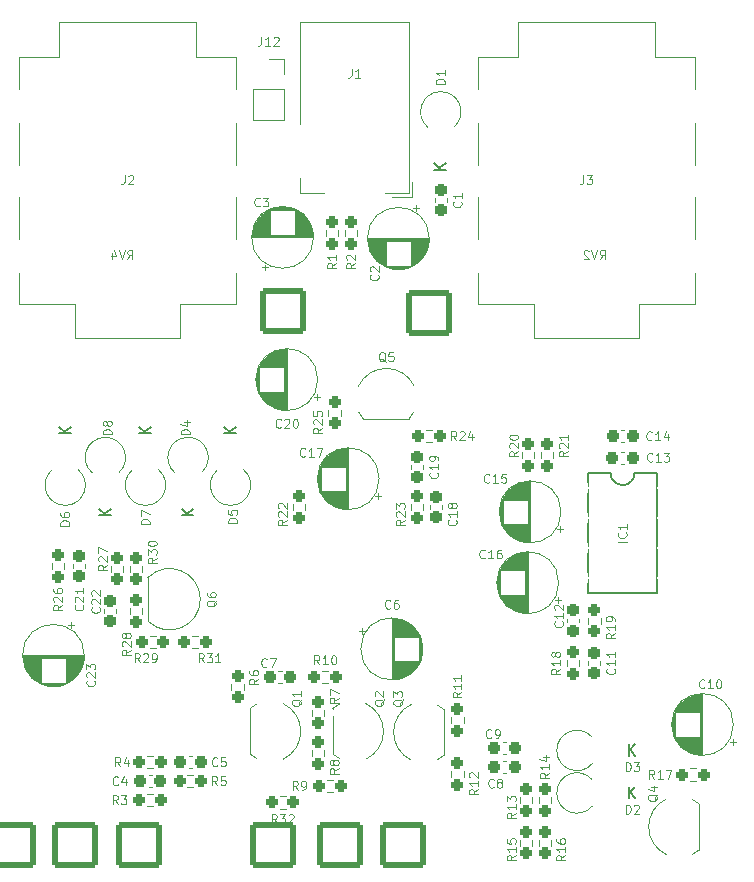
<source format=gto>
G04 #@! TF.GenerationSoftware,KiCad,Pcbnew,8.0.1*
G04 #@! TF.CreationDate,2024-07-26T15:20:18+05:00*
G04 #@! TF.ProjectId,Life_pedal,4c696665-5f70-4656-9461-6c2e6b696361,rev?*
G04 #@! TF.SameCoordinates,Original*
G04 #@! TF.FileFunction,Legend,Top*
G04 #@! TF.FilePolarity,Positive*
%FSLAX46Y46*%
G04 Gerber Fmt 4.6, Leading zero omitted, Abs format (unit mm)*
G04 Created by KiCad (PCBNEW 8.0.1) date 2024-07-26 15:20:18*
%MOMM*%
%LPD*%
G01*
G04 APERTURE LIST*
G04 Aperture macros list*
%AMRoundRect*
0 Rectangle with rounded corners*
0 $1 Rounding radius*
0 $2 $3 $4 $5 $6 $7 $8 $9 X,Y pos of 4 corners*
0 Add a 4 corners polygon primitive as box body*
4,1,4,$2,$3,$4,$5,$6,$7,$8,$9,$2,$3,0*
0 Add four circle primitives for the rounded corners*
1,1,$1+$1,$2,$3*
1,1,$1+$1,$4,$5*
1,1,$1+$1,$6,$7*
1,1,$1+$1,$8,$9*
0 Add four rect primitives between the rounded corners*
20,1,$1+$1,$2,$3,$4,$5,0*
20,1,$1+$1,$4,$5,$6,$7,0*
20,1,$1+$1,$6,$7,$8,$9,0*
20,1,$1+$1,$8,$9,$2,$3,0*%
G04 Aperture macros list end*
%ADD10C,0.100000*%
%ADD11C,0.150000*%
%ADD12C,0.120000*%
%ADD13C,0.152400*%
%ADD14O,2.200000X2.200000*%
%ADD15R,2.200000X2.200000*%
%ADD16RoundRect,0.237500X-0.237500X0.300000X-0.237500X-0.300000X0.237500X-0.300000X0.237500X0.300000X0*%
%ADD17RoundRect,0.237500X-0.237500X0.250000X-0.237500X-0.250000X0.237500X-0.250000X0.237500X0.250000X0*%
%ADD18R,1.600000X1.600000*%
%ADD19C,1.600000*%
%ADD20RoundRect,0.237500X0.237500X-0.250000X0.237500X0.250000X-0.237500X0.250000X-0.237500X-0.250000X0*%
%ADD21RoundRect,0.237500X0.250000X0.237500X-0.250000X0.237500X-0.250000X-0.237500X0.250000X-0.237500X0*%
%ADD22R,1.500000X1.050000*%
%ADD23O,1.500000X1.050000*%
%ADD24RoundRect,0.237500X0.300000X0.237500X-0.300000X0.237500X-0.300000X-0.237500X0.300000X-0.237500X0*%
%ADD25C,1.500000*%
%ADD26R,1.500000X1.500000*%
%ADD27RoundRect,0.250002X1.699998X-1.699998X1.699998X1.699998X-1.699998X1.699998X-1.699998X-1.699998X0*%
%ADD28R,1.700000X1.700000*%
%ADD29O,1.700000X1.700000*%
%ADD30C,1.804000*%
%ADD31RoundRect,0.237500X-0.250000X-0.237500X0.250000X-0.237500X0.250000X0.237500X-0.250000X0.237500X0*%
%ADD32C,3.000000*%
%ADD33R,4.600000X2.000000*%
%ADD34O,4.200000X2.000000*%
%ADD35O,2.000000X4.200000*%
%ADD36RoundRect,0.237500X0.237500X-0.300000X0.237500X0.300000X-0.237500X0.300000X-0.237500X-0.300000X0*%
%ADD37RoundRect,0.237500X-0.300000X-0.237500X0.300000X-0.237500X0.300000X0.237500X-0.300000X0.237500X0*%
%ADD38C,2.340000*%
%ADD39C,0.600000*%
G04 APERTURE END LIST*
D10*
X124141764Y-74157105D02*
X123391764Y-74157105D01*
X123391764Y-74157105D02*
X123391764Y-73978534D01*
X123391764Y-73978534D02*
X123427478Y-73871391D01*
X123427478Y-73871391D02*
X123498907Y-73799962D01*
X123498907Y-73799962D02*
X123570335Y-73764248D01*
X123570335Y-73764248D02*
X123713192Y-73728534D01*
X123713192Y-73728534D02*
X123820335Y-73728534D01*
X123820335Y-73728534D02*
X123963192Y-73764248D01*
X123963192Y-73764248D02*
X124034621Y-73799962D01*
X124034621Y-73799962D02*
X124106050Y-73871391D01*
X124106050Y-73871391D02*
X124141764Y-73978534D01*
X124141764Y-73978534D02*
X124141764Y-74157105D01*
X123391764Y-73085677D02*
X123391764Y-73228534D01*
X123391764Y-73228534D02*
X123427478Y-73299962D01*
X123427478Y-73299962D02*
X123463192Y-73335677D01*
X123463192Y-73335677D02*
X123570335Y-73407105D01*
X123570335Y-73407105D02*
X123713192Y-73442819D01*
X123713192Y-73442819D02*
X123998907Y-73442819D01*
X123998907Y-73442819D02*
X124070335Y-73407105D01*
X124070335Y-73407105D02*
X124106050Y-73371391D01*
X124106050Y-73371391D02*
X124141764Y-73299962D01*
X124141764Y-73299962D02*
X124141764Y-73157105D01*
X124141764Y-73157105D02*
X124106050Y-73085677D01*
X124106050Y-73085677D02*
X124070335Y-73049962D01*
X124070335Y-73049962D02*
X123998907Y-73014248D01*
X123998907Y-73014248D02*
X123820335Y-73014248D01*
X123820335Y-73014248D02*
X123748907Y-73049962D01*
X123748907Y-73049962D02*
X123713192Y-73085677D01*
X123713192Y-73085677D02*
X123677478Y-73157105D01*
X123677478Y-73157105D02*
X123677478Y-73299962D01*
X123677478Y-73299962D02*
X123713192Y-73371391D01*
X123713192Y-73371391D02*
X123748907Y-73407105D01*
X123748907Y-73407105D02*
X123820335Y-73442819D01*
D11*
X124254819Y-66365437D02*
X123254819Y-66365437D01*
X124254819Y-65794009D02*
X123683390Y-66222580D01*
X123254819Y-65794009D02*
X123826247Y-66365437D01*
D10*
X126670335Y-81082143D02*
X126706050Y-81117857D01*
X126706050Y-81117857D02*
X126741764Y-81225000D01*
X126741764Y-81225000D02*
X126741764Y-81296428D01*
X126741764Y-81296428D02*
X126706050Y-81403571D01*
X126706050Y-81403571D02*
X126634621Y-81475000D01*
X126634621Y-81475000D02*
X126563192Y-81510714D01*
X126563192Y-81510714D02*
X126420335Y-81546428D01*
X126420335Y-81546428D02*
X126313192Y-81546428D01*
X126313192Y-81546428D02*
X126170335Y-81510714D01*
X126170335Y-81510714D02*
X126098907Y-81475000D01*
X126098907Y-81475000D02*
X126027478Y-81403571D01*
X126027478Y-81403571D02*
X125991764Y-81296428D01*
X125991764Y-81296428D02*
X125991764Y-81225000D01*
X125991764Y-81225000D02*
X126027478Y-81117857D01*
X126027478Y-81117857D02*
X126063192Y-81082143D01*
X126063192Y-80796428D02*
X126027478Y-80760714D01*
X126027478Y-80760714D02*
X125991764Y-80689286D01*
X125991764Y-80689286D02*
X125991764Y-80510714D01*
X125991764Y-80510714D02*
X126027478Y-80439286D01*
X126027478Y-80439286D02*
X126063192Y-80403571D01*
X126063192Y-80403571D02*
X126134621Y-80367857D01*
X126134621Y-80367857D02*
X126206050Y-80367857D01*
X126206050Y-80367857D02*
X126313192Y-80403571D01*
X126313192Y-80403571D02*
X126741764Y-80832143D01*
X126741764Y-80832143D02*
X126741764Y-80367857D01*
X126063192Y-80082142D02*
X126027478Y-80046428D01*
X126027478Y-80046428D02*
X125991764Y-79975000D01*
X125991764Y-79975000D02*
X125991764Y-79796428D01*
X125991764Y-79796428D02*
X126027478Y-79725000D01*
X126027478Y-79725000D02*
X126063192Y-79689285D01*
X126063192Y-79689285D02*
X126134621Y-79653571D01*
X126134621Y-79653571D02*
X126206050Y-79653571D01*
X126206050Y-79653571D02*
X126313192Y-79689285D01*
X126313192Y-79689285D02*
X126741764Y-80117857D01*
X126741764Y-80117857D02*
X126741764Y-79653571D01*
X148341764Y-51925000D02*
X147984621Y-52175000D01*
X148341764Y-52353571D02*
X147591764Y-52353571D01*
X147591764Y-52353571D02*
X147591764Y-52067857D01*
X147591764Y-52067857D02*
X147627478Y-51996428D01*
X147627478Y-51996428D02*
X147663192Y-51960714D01*
X147663192Y-51960714D02*
X147734621Y-51925000D01*
X147734621Y-51925000D02*
X147841764Y-51925000D01*
X147841764Y-51925000D02*
X147913192Y-51960714D01*
X147913192Y-51960714D02*
X147948907Y-51996428D01*
X147948907Y-51996428D02*
X147984621Y-52067857D01*
X147984621Y-52067857D02*
X147984621Y-52353571D01*
X147663192Y-51639285D02*
X147627478Y-51603571D01*
X147627478Y-51603571D02*
X147591764Y-51532143D01*
X147591764Y-51532143D02*
X147591764Y-51353571D01*
X147591764Y-51353571D02*
X147627478Y-51282143D01*
X147627478Y-51282143D02*
X147663192Y-51246428D01*
X147663192Y-51246428D02*
X147734621Y-51210714D01*
X147734621Y-51210714D02*
X147806050Y-51210714D01*
X147806050Y-51210714D02*
X147913192Y-51246428D01*
X147913192Y-51246428D02*
X148341764Y-51675000D01*
X148341764Y-51675000D02*
X148341764Y-51210714D01*
X166141764Y-102082143D02*
X165784621Y-102332143D01*
X166141764Y-102510714D02*
X165391764Y-102510714D01*
X165391764Y-102510714D02*
X165391764Y-102225000D01*
X165391764Y-102225000D02*
X165427478Y-102153571D01*
X165427478Y-102153571D02*
X165463192Y-102117857D01*
X165463192Y-102117857D02*
X165534621Y-102082143D01*
X165534621Y-102082143D02*
X165641764Y-102082143D01*
X165641764Y-102082143D02*
X165713192Y-102117857D01*
X165713192Y-102117857D02*
X165748907Y-102153571D01*
X165748907Y-102153571D02*
X165784621Y-102225000D01*
X165784621Y-102225000D02*
X165784621Y-102510714D01*
X166141764Y-101367857D02*
X166141764Y-101796428D01*
X166141764Y-101582143D02*
X165391764Y-101582143D01*
X165391764Y-101582143D02*
X165498907Y-101653571D01*
X165498907Y-101653571D02*
X165570335Y-101725000D01*
X165570335Y-101725000D02*
X165606050Y-101796428D01*
X165391764Y-100725000D02*
X165391764Y-100867857D01*
X165391764Y-100867857D02*
X165427478Y-100939285D01*
X165427478Y-100939285D02*
X165463192Y-100975000D01*
X165463192Y-100975000D02*
X165570335Y-101046428D01*
X165570335Y-101046428D02*
X165713192Y-101082142D01*
X165713192Y-101082142D02*
X165998907Y-101082142D01*
X165998907Y-101082142D02*
X166070335Y-101046428D01*
X166070335Y-101046428D02*
X166106050Y-101010714D01*
X166106050Y-101010714D02*
X166141764Y-100939285D01*
X166141764Y-100939285D02*
X166141764Y-100796428D01*
X166141764Y-100796428D02*
X166106050Y-100725000D01*
X166106050Y-100725000D02*
X166070335Y-100689285D01*
X166070335Y-100689285D02*
X165998907Y-100653571D01*
X165998907Y-100653571D02*
X165820335Y-100653571D01*
X165820335Y-100653571D02*
X165748907Y-100689285D01*
X165748907Y-100689285D02*
X165713192Y-100725000D01*
X165713192Y-100725000D02*
X165677478Y-100796428D01*
X165677478Y-100796428D02*
X165677478Y-100939285D01*
X165677478Y-100939285D02*
X165713192Y-101010714D01*
X165713192Y-101010714D02*
X165748907Y-101046428D01*
X165748907Y-101046428D02*
X165820335Y-101082142D01*
X127741764Y-66425337D02*
X126991764Y-66425337D01*
X126991764Y-66425337D02*
X126991764Y-66246766D01*
X126991764Y-66246766D02*
X127027478Y-66139623D01*
X127027478Y-66139623D02*
X127098907Y-66068194D01*
X127098907Y-66068194D02*
X127170335Y-66032480D01*
X127170335Y-66032480D02*
X127313192Y-65996766D01*
X127313192Y-65996766D02*
X127420335Y-65996766D01*
X127420335Y-65996766D02*
X127563192Y-66032480D01*
X127563192Y-66032480D02*
X127634621Y-66068194D01*
X127634621Y-66068194D02*
X127706050Y-66139623D01*
X127706050Y-66139623D02*
X127741764Y-66246766D01*
X127741764Y-66246766D02*
X127741764Y-66425337D01*
X127313192Y-65568194D02*
X127277478Y-65639623D01*
X127277478Y-65639623D02*
X127241764Y-65675337D01*
X127241764Y-65675337D02*
X127170335Y-65711051D01*
X127170335Y-65711051D02*
X127134621Y-65711051D01*
X127134621Y-65711051D02*
X127063192Y-65675337D01*
X127063192Y-65675337D02*
X127027478Y-65639623D01*
X127027478Y-65639623D02*
X126991764Y-65568194D01*
X126991764Y-65568194D02*
X126991764Y-65425337D01*
X126991764Y-65425337D02*
X127027478Y-65353909D01*
X127027478Y-65353909D02*
X127063192Y-65318194D01*
X127063192Y-65318194D02*
X127134621Y-65282480D01*
X127134621Y-65282480D02*
X127170335Y-65282480D01*
X127170335Y-65282480D02*
X127241764Y-65318194D01*
X127241764Y-65318194D02*
X127277478Y-65353909D01*
X127277478Y-65353909D02*
X127313192Y-65425337D01*
X127313192Y-65425337D02*
X127313192Y-65568194D01*
X127313192Y-65568194D02*
X127348907Y-65639623D01*
X127348907Y-65639623D02*
X127384621Y-65675337D01*
X127384621Y-65675337D02*
X127456050Y-65711051D01*
X127456050Y-65711051D02*
X127598907Y-65711051D01*
X127598907Y-65711051D02*
X127670335Y-65675337D01*
X127670335Y-65675337D02*
X127706050Y-65639623D01*
X127706050Y-65639623D02*
X127741764Y-65568194D01*
X127741764Y-65568194D02*
X127741764Y-65425337D01*
X127741764Y-65425337D02*
X127706050Y-65353909D01*
X127706050Y-65353909D02*
X127670335Y-65318194D01*
X127670335Y-65318194D02*
X127598907Y-65282480D01*
X127598907Y-65282480D02*
X127456050Y-65282480D01*
X127456050Y-65282480D02*
X127384621Y-65318194D01*
X127384621Y-65318194D02*
X127348907Y-65353909D01*
X127348907Y-65353909D02*
X127313192Y-65425337D01*
D11*
X127654819Y-73301904D02*
X126654819Y-73301904D01*
X127654819Y-72730476D02*
X127083390Y-73159047D01*
X126654819Y-72730476D02*
X127226247Y-73301904D01*
D10*
X151319887Y-81120335D02*
X151284173Y-81156050D01*
X151284173Y-81156050D02*
X151177030Y-81191764D01*
X151177030Y-81191764D02*
X151105602Y-81191764D01*
X151105602Y-81191764D02*
X150998459Y-81156050D01*
X150998459Y-81156050D02*
X150927030Y-81084621D01*
X150927030Y-81084621D02*
X150891316Y-81013192D01*
X150891316Y-81013192D02*
X150855602Y-80870335D01*
X150855602Y-80870335D02*
X150855602Y-80763192D01*
X150855602Y-80763192D02*
X150891316Y-80620335D01*
X150891316Y-80620335D02*
X150927030Y-80548907D01*
X150927030Y-80548907D02*
X150998459Y-80477478D01*
X150998459Y-80477478D02*
X151105602Y-80441764D01*
X151105602Y-80441764D02*
X151177030Y-80441764D01*
X151177030Y-80441764D02*
X151284173Y-80477478D01*
X151284173Y-80477478D02*
X151319887Y-80513192D01*
X151962745Y-80441764D02*
X151819887Y-80441764D01*
X151819887Y-80441764D02*
X151748459Y-80477478D01*
X151748459Y-80477478D02*
X151712745Y-80513192D01*
X151712745Y-80513192D02*
X151641316Y-80620335D01*
X151641316Y-80620335D02*
X151605602Y-80763192D01*
X151605602Y-80763192D02*
X151605602Y-81048907D01*
X151605602Y-81048907D02*
X151641316Y-81120335D01*
X151641316Y-81120335D02*
X151677030Y-81156050D01*
X151677030Y-81156050D02*
X151748459Y-81191764D01*
X151748459Y-81191764D02*
X151891316Y-81191764D01*
X151891316Y-81191764D02*
X151962745Y-81156050D01*
X151962745Y-81156050D02*
X151998459Y-81120335D01*
X151998459Y-81120335D02*
X152034173Y-81048907D01*
X152034173Y-81048907D02*
X152034173Y-80870335D01*
X152034173Y-80870335D02*
X151998459Y-80798907D01*
X151998459Y-80798907D02*
X151962745Y-80763192D01*
X151962745Y-80763192D02*
X151891316Y-80727478D01*
X151891316Y-80727478D02*
X151748459Y-80727478D01*
X151748459Y-80727478D02*
X151677030Y-80763192D01*
X151677030Y-80763192D02*
X151641316Y-80798907D01*
X151641316Y-80798907D02*
X151605602Y-80870335D01*
X165711764Y-86282143D02*
X165354621Y-86532143D01*
X165711764Y-86710714D02*
X164961764Y-86710714D01*
X164961764Y-86710714D02*
X164961764Y-86425000D01*
X164961764Y-86425000D02*
X164997478Y-86353571D01*
X164997478Y-86353571D02*
X165033192Y-86317857D01*
X165033192Y-86317857D02*
X165104621Y-86282143D01*
X165104621Y-86282143D02*
X165211764Y-86282143D01*
X165211764Y-86282143D02*
X165283192Y-86317857D01*
X165283192Y-86317857D02*
X165318907Y-86353571D01*
X165318907Y-86353571D02*
X165354621Y-86425000D01*
X165354621Y-86425000D02*
X165354621Y-86710714D01*
X165711764Y-85567857D02*
X165711764Y-85996428D01*
X165711764Y-85782143D02*
X164961764Y-85782143D01*
X164961764Y-85782143D02*
X165068907Y-85853571D01*
X165068907Y-85853571D02*
X165140335Y-85925000D01*
X165140335Y-85925000D02*
X165176050Y-85996428D01*
X165283192Y-85139285D02*
X165247478Y-85210714D01*
X165247478Y-85210714D02*
X165211764Y-85246428D01*
X165211764Y-85246428D02*
X165140335Y-85282142D01*
X165140335Y-85282142D02*
X165104621Y-85282142D01*
X165104621Y-85282142D02*
X165033192Y-85246428D01*
X165033192Y-85246428D02*
X164997478Y-85210714D01*
X164997478Y-85210714D02*
X164961764Y-85139285D01*
X164961764Y-85139285D02*
X164961764Y-84996428D01*
X164961764Y-84996428D02*
X164997478Y-84925000D01*
X164997478Y-84925000D02*
X165033192Y-84889285D01*
X165033192Y-84889285D02*
X165104621Y-84853571D01*
X165104621Y-84853571D02*
X165140335Y-84853571D01*
X165140335Y-84853571D02*
X165211764Y-84889285D01*
X165211764Y-84889285D02*
X165247478Y-84925000D01*
X165247478Y-84925000D02*
X165283192Y-84996428D01*
X165283192Y-84996428D02*
X165283192Y-85139285D01*
X165283192Y-85139285D02*
X165318907Y-85210714D01*
X165318907Y-85210714D02*
X165354621Y-85246428D01*
X165354621Y-85246428D02*
X165426050Y-85282142D01*
X165426050Y-85282142D02*
X165568907Y-85282142D01*
X165568907Y-85282142D02*
X165640335Y-85246428D01*
X165640335Y-85246428D02*
X165676050Y-85210714D01*
X165676050Y-85210714D02*
X165711764Y-85139285D01*
X165711764Y-85139285D02*
X165711764Y-84996428D01*
X165711764Y-84996428D02*
X165676050Y-84925000D01*
X165676050Y-84925000D02*
X165640335Y-84889285D01*
X165640335Y-84889285D02*
X165568907Y-84853571D01*
X165568907Y-84853571D02*
X165426050Y-84853571D01*
X165426050Y-84853571D02*
X165354621Y-84889285D01*
X165354621Y-84889285D02*
X165318907Y-84925000D01*
X165318907Y-84925000D02*
X165283192Y-84996428D01*
X128474999Y-94541764D02*
X128224999Y-94184621D01*
X128046428Y-94541764D02*
X128046428Y-93791764D01*
X128046428Y-93791764D02*
X128332142Y-93791764D01*
X128332142Y-93791764D02*
X128403571Y-93827478D01*
X128403571Y-93827478D02*
X128439285Y-93863192D01*
X128439285Y-93863192D02*
X128474999Y-93934621D01*
X128474999Y-93934621D02*
X128474999Y-94041764D01*
X128474999Y-94041764D02*
X128439285Y-94113192D01*
X128439285Y-94113192D02*
X128403571Y-94148907D01*
X128403571Y-94148907D02*
X128332142Y-94184621D01*
X128332142Y-94184621D02*
X128046428Y-94184621D01*
X129117857Y-94041764D02*
X129117857Y-94541764D01*
X128939285Y-93756050D02*
X128760714Y-94291764D01*
X128760714Y-94291764D02*
X129224999Y-94291764D01*
X136613194Y-80471428D02*
X136577480Y-80542857D01*
X136577480Y-80542857D02*
X136506052Y-80614285D01*
X136506052Y-80614285D02*
X136398909Y-80721428D01*
X136398909Y-80721428D02*
X136363194Y-80792857D01*
X136363194Y-80792857D02*
X136363194Y-80864285D01*
X136541766Y-80828571D02*
X136506052Y-80900000D01*
X136506052Y-80900000D02*
X136434623Y-80971428D01*
X136434623Y-80971428D02*
X136291766Y-81007142D01*
X136291766Y-81007142D02*
X136041766Y-81007142D01*
X136041766Y-81007142D02*
X135898909Y-80971428D01*
X135898909Y-80971428D02*
X135827480Y-80900000D01*
X135827480Y-80900000D02*
X135791766Y-80828571D01*
X135791766Y-80828571D02*
X135791766Y-80685714D01*
X135791766Y-80685714D02*
X135827480Y-80614285D01*
X135827480Y-80614285D02*
X135898909Y-80542857D01*
X135898909Y-80542857D02*
X136041766Y-80507142D01*
X136041766Y-80507142D02*
X136291766Y-80507142D01*
X136291766Y-80507142D02*
X136434623Y-80542857D01*
X136434623Y-80542857D02*
X136506052Y-80614285D01*
X136506052Y-80614285D02*
X136541766Y-80685714D01*
X136541766Y-80685714D02*
X136541766Y-80828571D01*
X135791766Y-79864286D02*
X135791766Y-80007143D01*
X135791766Y-80007143D02*
X135827480Y-80078571D01*
X135827480Y-80078571D02*
X135863194Y-80114286D01*
X135863194Y-80114286D02*
X135970337Y-80185714D01*
X135970337Y-80185714D02*
X136113194Y-80221428D01*
X136113194Y-80221428D02*
X136398909Y-80221428D01*
X136398909Y-80221428D02*
X136470337Y-80185714D01*
X136470337Y-80185714D02*
X136506052Y-80150000D01*
X136506052Y-80150000D02*
X136541766Y-80078571D01*
X136541766Y-80078571D02*
X136541766Y-79935714D01*
X136541766Y-79935714D02*
X136506052Y-79864286D01*
X136506052Y-79864286D02*
X136470337Y-79828571D01*
X136470337Y-79828571D02*
X136398909Y-79792857D01*
X136398909Y-79792857D02*
X136220337Y-79792857D01*
X136220337Y-79792857D02*
X136148909Y-79828571D01*
X136148909Y-79828571D02*
X136113194Y-79864286D01*
X136113194Y-79864286D02*
X136077480Y-79935714D01*
X136077480Y-79935714D02*
X136077480Y-80078571D01*
X136077480Y-80078571D02*
X136113194Y-80150000D01*
X136113194Y-80150000D02*
X136148909Y-80185714D01*
X136148909Y-80185714D02*
X136220337Y-80221428D01*
X146941764Y-88725000D02*
X146584621Y-88975000D01*
X146941764Y-89153571D02*
X146191764Y-89153571D01*
X146191764Y-89153571D02*
X146191764Y-88867857D01*
X146191764Y-88867857D02*
X146227478Y-88796428D01*
X146227478Y-88796428D02*
X146263192Y-88760714D01*
X146263192Y-88760714D02*
X146334621Y-88725000D01*
X146334621Y-88725000D02*
X146441764Y-88725000D01*
X146441764Y-88725000D02*
X146513192Y-88760714D01*
X146513192Y-88760714D02*
X146548907Y-88796428D01*
X146548907Y-88796428D02*
X146584621Y-88867857D01*
X146584621Y-88867857D02*
X146584621Y-89153571D01*
X146191764Y-88475000D02*
X146191764Y-87975000D01*
X146191764Y-87975000D02*
X146941764Y-88296428D01*
X140874999Y-86070335D02*
X140839285Y-86106050D01*
X140839285Y-86106050D02*
X140732142Y-86141764D01*
X140732142Y-86141764D02*
X140660714Y-86141764D01*
X140660714Y-86141764D02*
X140553571Y-86106050D01*
X140553571Y-86106050D02*
X140482142Y-86034621D01*
X140482142Y-86034621D02*
X140446428Y-85963192D01*
X140446428Y-85963192D02*
X140410714Y-85820335D01*
X140410714Y-85820335D02*
X140410714Y-85713192D01*
X140410714Y-85713192D02*
X140446428Y-85570335D01*
X140446428Y-85570335D02*
X140482142Y-85498907D01*
X140482142Y-85498907D02*
X140553571Y-85427478D01*
X140553571Y-85427478D02*
X140660714Y-85391764D01*
X140660714Y-85391764D02*
X140732142Y-85391764D01*
X140732142Y-85391764D02*
X140839285Y-85427478D01*
X140839285Y-85427478D02*
X140874999Y-85463192D01*
X141124999Y-85391764D02*
X141624999Y-85391764D01*
X141624999Y-85391764D02*
X141303571Y-86141764D01*
X158741764Y-96482143D02*
X158384621Y-96732143D01*
X158741764Y-96910714D02*
X157991764Y-96910714D01*
X157991764Y-96910714D02*
X157991764Y-96625000D01*
X157991764Y-96625000D02*
X158027478Y-96553571D01*
X158027478Y-96553571D02*
X158063192Y-96517857D01*
X158063192Y-96517857D02*
X158134621Y-96482143D01*
X158134621Y-96482143D02*
X158241764Y-96482143D01*
X158241764Y-96482143D02*
X158313192Y-96517857D01*
X158313192Y-96517857D02*
X158348907Y-96553571D01*
X158348907Y-96553571D02*
X158384621Y-96625000D01*
X158384621Y-96625000D02*
X158384621Y-96910714D01*
X158741764Y-95767857D02*
X158741764Y-96196428D01*
X158741764Y-95982143D02*
X157991764Y-95982143D01*
X157991764Y-95982143D02*
X158098907Y-96053571D01*
X158098907Y-96053571D02*
X158170335Y-96125000D01*
X158170335Y-96125000D02*
X158206050Y-96196428D01*
X158063192Y-95482142D02*
X158027478Y-95446428D01*
X158027478Y-95446428D02*
X157991764Y-95375000D01*
X157991764Y-95375000D02*
X157991764Y-95196428D01*
X157991764Y-95196428D02*
X158027478Y-95125000D01*
X158027478Y-95125000D02*
X158063192Y-95089285D01*
X158063192Y-95089285D02*
X158134621Y-95053571D01*
X158134621Y-95053571D02*
X158206050Y-95053571D01*
X158206050Y-95053571D02*
X158313192Y-95089285D01*
X158313192Y-95089285D02*
X158741764Y-95517857D01*
X158741764Y-95517857D02*
X158741764Y-95053571D01*
X152413192Y-88871428D02*
X152377478Y-88942857D01*
X152377478Y-88942857D02*
X152306050Y-89014285D01*
X152306050Y-89014285D02*
X152198907Y-89121428D01*
X152198907Y-89121428D02*
X152163192Y-89192857D01*
X152163192Y-89192857D02*
X152163192Y-89264285D01*
X152341764Y-89228571D02*
X152306050Y-89300000D01*
X152306050Y-89300000D02*
X152234621Y-89371428D01*
X152234621Y-89371428D02*
X152091764Y-89407142D01*
X152091764Y-89407142D02*
X151841764Y-89407142D01*
X151841764Y-89407142D02*
X151698907Y-89371428D01*
X151698907Y-89371428D02*
X151627478Y-89300000D01*
X151627478Y-89300000D02*
X151591764Y-89228571D01*
X151591764Y-89228571D02*
X151591764Y-89085714D01*
X151591764Y-89085714D02*
X151627478Y-89014285D01*
X151627478Y-89014285D02*
X151698907Y-88942857D01*
X151698907Y-88942857D02*
X151841764Y-88907142D01*
X151841764Y-88907142D02*
X152091764Y-88907142D01*
X152091764Y-88907142D02*
X152234621Y-88942857D01*
X152234621Y-88942857D02*
X152306050Y-89014285D01*
X152306050Y-89014285D02*
X152341764Y-89085714D01*
X152341764Y-89085714D02*
X152341764Y-89228571D01*
X151591764Y-88657143D02*
X151591764Y-88192857D01*
X151591764Y-88192857D02*
X151877478Y-88442857D01*
X151877478Y-88442857D02*
X151877478Y-88335714D01*
X151877478Y-88335714D02*
X151913192Y-88264286D01*
X151913192Y-88264286D02*
X151948907Y-88228571D01*
X151948907Y-88228571D02*
X152020335Y-88192857D01*
X152020335Y-88192857D02*
X152198907Y-88192857D01*
X152198907Y-88192857D02*
X152270335Y-88228571D01*
X152270335Y-88228571D02*
X152306050Y-88264286D01*
X152306050Y-88264286D02*
X152341764Y-88335714D01*
X152341764Y-88335714D02*
X152341764Y-88550000D01*
X152341764Y-88550000D02*
X152306050Y-88621428D01*
X152306050Y-88621428D02*
X152270335Y-88657143D01*
X129341764Y-84682143D02*
X128984621Y-84932143D01*
X129341764Y-85110714D02*
X128591764Y-85110714D01*
X128591764Y-85110714D02*
X128591764Y-84825000D01*
X128591764Y-84825000D02*
X128627478Y-84753571D01*
X128627478Y-84753571D02*
X128663192Y-84717857D01*
X128663192Y-84717857D02*
X128734621Y-84682143D01*
X128734621Y-84682143D02*
X128841764Y-84682143D01*
X128841764Y-84682143D02*
X128913192Y-84717857D01*
X128913192Y-84717857D02*
X128948907Y-84753571D01*
X128948907Y-84753571D02*
X128984621Y-84825000D01*
X128984621Y-84825000D02*
X128984621Y-85110714D01*
X128663192Y-84396428D02*
X128627478Y-84360714D01*
X128627478Y-84360714D02*
X128591764Y-84289286D01*
X128591764Y-84289286D02*
X128591764Y-84110714D01*
X128591764Y-84110714D02*
X128627478Y-84039286D01*
X128627478Y-84039286D02*
X128663192Y-84003571D01*
X128663192Y-84003571D02*
X128734621Y-83967857D01*
X128734621Y-83967857D02*
X128806050Y-83967857D01*
X128806050Y-83967857D02*
X128913192Y-84003571D01*
X128913192Y-84003571D02*
X129341764Y-84432143D01*
X129341764Y-84432143D02*
X129341764Y-83967857D01*
X128913192Y-83539285D02*
X128877478Y-83610714D01*
X128877478Y-83610714D02*
X128841764Y-83646428D01*
X128841764Y-83646428D02*
X128770335Y-83682142D01*
X128770335Y-83682142D02*
X128734621Y-83682142D01*
X128734621Y-83682142D02*
X128663192Y-83646428D01*
X128663192Y-83646428D02*
X128627478Y-83610714D01*
X128627478Y-83610714D02*
X128591764Y-83539285D01*
X128591764Y-83539285D02*
X128591764Y-83396428D01*
X128591764Y-83396428D02*
X128627478Y-83325000D01*
X128627478Y-83325000D02*
X128663192Y-83289285D01*
X128663192Y-83289285D02*
X128734621Y-83253571D01*
X128734621Y-83253571D02*
X128770335Y-83253571D01*
X128770335Y-83253571D02*
X128841764Y-83289285D01*
X128841764Y-83289285D02*
X128877478Y-83325000D01*
X128877478Y-83325000D02*
X128913192Y-83396428D01*
X128913192Y-83396428D02*
X128913192Y-83539285D01*
X128913192Y-83539285D02*
X128948907Y-83610714D01*
X128948907Y-83610714D02*
X128984621Y-83646428D01*
X128984621Y-83646428D02*
X129056050Y-83682142D01*
X129056050Y-83682142D02*
X129198907Y-83682142D01*
X129198907Y-83682142D02*
X129270335Y-83646428D01*
X129270335Y-83646428D02*
X129306050Y-83610714D01*
X129306050Y-83610714D02*
X129341764Y-83539285D01*
X129341764Y-83539285D02*
X129341764Y-83396428D01*
X129341764Y-83396428D02*
X129306050Y-83325000D01*
X129306050Y-83325000D02*
X129270335Y-83289285D01*
X129270335Y-83289285D02*
X129198907Y-83253571D01*
X129198907Y-83253571D02*
X129056050Y-83253571D01*
X129056050Y-83253571D02*
X128984621Y-83289285D01*
X128984621Y-83289285D02*
X128948907Y-83325000D01*
X128948907Y-83325000D02*
X128913192Y-83396428D01*
X171246428Y-98541764D02*
X171246428Y-97791764D01*
X171246428Y-97791764D02*
X171424999Y-97791764D01*
X171424999Y-97791764D02*
X171532142Y-97827478D01*
X171532142Y-97827478D02*
X171603571Y-97898907D01*
X171603571Y-97898907D02*
X171639285Y-97970335D01*
X171639285Y-97970335D02*
X171674999Y-98113192D01*
X171674999Y-98113192D02*
X171674999Y-98220335D01*
X171674999Y-98220335D02*
X171639285Y-98363192D01*
X171639285Y-98363192D02*
X171603571Y-98434621D01*
X171603571Y-98434621D02*
X171532142Y-98506050D01*
X171532142Y-98506050D02*
X171424999Y-98541764D01*
X171424999Y-98541764D02*
X171246428Y-98541764D01*
X171960714Y-97863192D02*
X171996428Y-97827478D01*
X171996428Y-97827478D02*
X172067857Y-97791764D01*
X172067857Y-97791764D02*
X172246428Y-97791764D01*
X172246428Y-97791764D02*
X172317857Y-97827478D01*
X172317857Y-97827478D02*
X172353571Y-97863192D01*
X172353571Y-97863192D02*
X172389285Y-97934621D01*
X172389285Y-97934621D02*
X172389285Y-98006050D01*
X172389285Y-98006050D02*
X172353571Y-98113192D01*
X172353571Y-98113192D02*
X171924999Y-98541764D01*
X171924999Y-98541764D02*
X172389285Y-98541764D01*
D11*
X171506329Y-97254819D02*
X171506329Y-96254819D01*
X172077757Y-97254819D02*
X171649186Y-96683390D01*
X172077757Y-96254819D02*
X171506329Y-96826247D01*
D10*
X160074999Y-96270335D02*
X160039285Y-96306050D01*
X160039285Y-96306050D02*
X159932142Y-96341764D01*
X159932142Y-96341764D02*
X159860714Y-96341764D01*
X159860714Y-96341764D02*
X159753571Y-96306050D01*
X159753571Y-96306050D02*
X159682142Y-96234621D01*
X159682142Y-96234621D02*
X159646428Y-96163192D01*
X159646428Y-96163192D02*
X159610714Y-96020335D01*
X159610714Y-96020335D02*
X159610714Y-95913192D01*
X159610714Y-95913192D02*
X159646428Y-95770335D01*
X159646428Y-95770335D02*
X159682142Y-95698907D01*
X159682142Y-95698907D02*
X159753571Y-95627478D01*
X159753571Y-95627478D02*
X159860714Y-95591764D01*
X159860714Y-95591764D02*
X159932142Y-95591764D01*
X159932142Y-95591764D02*
X160039285Y-95627478D01*
X160039285Y-95627478D02*
X160074999Y-95663192D01*
X160503571Y-95913192D02*
X160432142Y-95877478D01*
X160432142Y-95877478D02*
X160396428Y-95841764D01*
X160396428Y-95841764D02*
X160360714Y-95770335D01*
X160360714Y-95770335D02*
X160360714Y-95734621D01*
X160360714Y-95734621D02*
X160396428Y-95663192D01*
X160396428Y-95663192D02*
X160432142Y-95627478D01*
X160432142Y-95627478D02*
X160503571Y-95591764D01*
X160503571Y-95591764D02*
X160646428Y-95591764D01*
X160646428Y-95591764D02*
X160717857Y-95627478D01*
X160717857Y-95627478D02*
X160753571Y-95663192D01*
X160753571Y-95663192D02*
X160789285Y-95734621D01*
X160789285Y-95734621D02*
X160789285Y-95770335D01*
X160789285Y-95770335D02*
X160753571Y-95841764D01*
X160753571Y-95841764D02*
X160717857Y-95877478D01*
X160717857Y-95877478D02*
X160646428Y-95913192D01*
X160646428Y-95913192D02*
X160503571Y-95913192D01*
X160503571Y-95913192D02*
X160432142Y-95948907D01*
X160432142Y-95948907D02*
X160396428Y-95984621D01*
X160396428Y-95984621D02*
X160360714Y-96056050D01*
X160360714Y-96056050D02*
X160360714Y-96198907D01*
X160360714Y-96198907D02*
X160396428Y-96270335D01*
X160396428Y-96270335D02*
X160432142Y-96306050D01*
X160432142Y-96306050D02*
X160503571Y-96341764D01*
X160503571Y-96341764D02*
X160646428Y-96341764D01*
X160646428Y-96341764D02*
X160717857Y-96306050D01*
X160717857Y-96306050D02*
X160753571Y-96270335D01*
X160753571Y-96270335D02*
X160789285Y-96198907D01*
X160789285Y-96198907D02*
X160789285Y-96056050D01*
X160789285Y-96056050D02*
X160753571Y-95984621D01*
X160753571Y-95984621D02*
X160717857Y-95948907D01*
X160717857Y-95948907D02*
X160646428Y-95913192D01*
X173963192Y-96921428D02*
X173927478Y-96992857D01*
X173927478Y-96992857D02*
X173856050Y-97064285D01*
X173856050Y-97064285D02*
X173748907Y-97171428D01*
X173748907Y-97171428D02*
X173713192Y-97242857D01*
X173713192Y-97242857D02*
X173713192Y-97314285D01*
X173891764Y-97278571D02*
X173856050Y-97350000D01*
X173856050Y-97350000D02*
X173784621Y-97421428D01*
X173784621Y-97421428D02*
X173641764Y-97457142D01*
X173641764Y-97457142D02*
X173391764Y-97457142D01*
X173391764Y-97457142D02*
X173248907Y-97421428D01*
X173248907Y-97421428D02*
X173177478Y-97350000D01*
X173177478Y-97350000D02*
X173141764Y-97278571D01*
X173141764Y-97278571D02*
X173141764Y-97135714D01*
X173141764Y-97135714D02*
X173177478Y-97064285D01*
X173177478Y-97064285D02*
X173248907Y-96992857D01*
X173248907Y-96992857D02*
X173391764Y-96957142D01*
X173391764Y-96957142D02*
X173641764Y-96957142D01*
X173641764Y-96957142D02*
X173784621Y-96992857D01*
X173784621Y-96992857D02*
X173856050Y-97064285D01*
X173856050Y-97064285D02*
X173891764Y-97135714D01*
X173891764Y-97135714D02*
X173891764Y-97278571D01*
X173391764Y-96314286D02*
X173891764Y-96314286D01*
X173106050Y-96492857D02*
X173641764Y-96671428D01*
X173641764Y-96671428D02*
X173641764Y-96207143D01*
X170300335Y-86282143D02*
X170336050Y-86317857D01*
X170336050Y-86317857D02*
X170371764Y-86425000D01*
X170371764Y-86425000D02*
X170371764Y-86496428D01*
X170371764Y-86496428D02*
X170336050Y-86603571D01*
X170336050Y-86603571D02*
X170264621Y-86675000D01*
X170264621Y-86675000D02*
X170193192Y-86710714D01*
X170193192Y-86710714D02*
X170050335Y-86746428D01*
X170050335Y-86746428D02*
X169943192Y-86746428D01*
X169943192Y-86746428D02*
X169800335Y-86710714D01*
X169800335Y-86710714D02*
X169728907Y-86675000D01*
X169728907Y-86675000D02*
X169657478Y-86603571D01*
X169657478Y-86603571D02*
X169621764Y-86496428D01*
X169621764Y-86496428D02*
X169621764Y-86425000D01*
X169621764Y-86425000D02*
X169657478Y-86317857D01*
X169657478Y-86317857D02*
X169693192Y-86282143D01*
X170371764Y-85567857D02*
X170371764Y-85996428D01*
X170371764Y-85782143D02*
X169621764Y-85782143D01*
X169621764Y-85782143D02*
X169728907Y-85853571D01*
X169728907Y-85853571D02*
X169800335Y-85925000D01*
X169800335Y-85925000D02*
X169836050Y-85996428D01*
X170371764Y-84853571D02*
X170371764Y-85282142D01*
X170371764Y-85067857D02*
X169621764Y-85067857D01*
X169621764Y-85067857D02*
X169728907Y-85139285D01*
X169728907Y-85139285D02*
X169800335Y-85210714D01*
X169800335Y-85210714D02*
X169836050Y-85282142D01*
X157300335Y-46725000D02*
X157336050Y-46760714D01*
X157336050Y-46760714D02*
X157371764Y-46867857D01*
X157371764Y-46867857D02*
X157371764Y-46939285D01*
X157371764Y-46939285D02*
X157336050Y-47046428D01*
X157336050Y-47046428D02*
X157264621Y-47117857D01*
X157264621Y-47117857D02*
X157193192Y-47153571D01*
X157193192Y-47153571D02*
X157050335Y-47189285D01*
X157050335Y-47189285D02*
X156943192Y-47189285D01*
X156943192Y-47189285D02*
X156800335Y-47153571D01*
X156800335Y-47153571D02*
X156728907Y-47117857D01*
X156728907Y-47117857D02*
X156657478Y-47046428D01*
X156657478Y-47046428D02*
X156621764Y-46939285D01*
X156621764Y-46939285D02*
X156621764Y-46867857D01*
X156621764Y-46867857D02*
X156657478Y-46760714D01*
X156657478Y-46760714D02*
X156693192Y-46725000D01*
X157371764Y-46010714D02*
X157371764Y-46439285D01*
X157371764Y-46225000D02*
X156621764Y-46225000D01*
X156621764Y-46225000D02*
X156728907Y-46296428D01*
X156728907Y-46296428D02*
X156800335Y-46367857D01*
X156800335Y-46367857D02*
X156836050Y-46439285D01*
X134341764Y-66425337D02*
X133591764Y-66425337D01*
X133591764Y-66425337D02*
X133591764Y-66246766D01*
X133591764Y-66246766D02*
X133627478Y-66139623D01*
X133627478Y-66139623D02*
X133698907Y-66068194D01*
X133698907Y-66068194D02*
X133770335Y-66032480D01*
X133770335Y-66032480D02*
X133913192Y-65996766D01*
X133913192Y-65996766D02*
X134020335Y-65996766D01*
X134020335Y-65996766D02*
X134163192Y-66032480D01*
X134163192Y-66032480D02*
X134234621Y-66068194D01*
X134234621Y-66068194D02*
X134306050Y-66139623D01*
X134306050Y-66139623D02*
X134341764Y-66246766D01*
X134341764Y-66246766D02*
X134341764Y-66425337D01*
X133841764Y-65353909D02*
X134341764Y-65353909D01*
X133556050Y-65532480D02*
X134091764Y-65711051D01*
X134091764Y-65711051D02*
X134091764Y-65246766D01*
D11*
X134654819Y-73301904D02*
X133654819Y-73301904D01*
X134654819Y-72730476D02*
X134083390Y-73159047D01*
X133654819Y-72730476D02*
X134226247Y-73301904D01*
D10*
X159317856Y-76870335D02*
X159282142Y-76906050D01*
X159282142Y-76906050D02*
X159174999Y-76941764D01*
X159174999Y-76941764D02*
X159103571Y-76941764D01*
X159103571Y-76941764D02*
X158996428Y-76906050D01*
X158996428Y-76906050D02*
X158924999Y-76834621D01*
X158924999Y-76834621D02*
X158889285Y-76763192D01*
X158889285Y-76763192D02*
X158853571Y-76620335D01*
X158853571Y-76620335D02*
X158853571Y-76513192D01*
X158853571Y-76513192D02*
X158889285Y-76370335D01*
X158889285Y-76370335D02*
X158924999Y-76298907D01*
X158924999Y-76298907D02*
X158996428Y-76227478D01*
X158996428Y-76227478D02*
X159103571Y-76191764D01*
X159103571Y-76191764D02*
X159174999Y-76191764D01*
X159174999Y-76191764D02*
X159282142Y-76227478D01*
X159282142Y-76227478D02*
X159317856Y-76263192D01*
X160032142Y-76941764D02*
X159603571Y-76941764D01*
X159817856Y-76941764D02*
X159817856Y-76191764D01*
X159817856Y-76191764D02*
X159746428Y-76298907D01*
X159746428Y-76298907D02*
X159674999Y-76370335D01*
X159674999Y-76370335D02*
X159603571Y-76406050D01*
X160675000Y-76191764D02*
X160532142Y-76191764D01*
X160532142Y-76191764D02*
X160460714Y-76227478D01*
X160460714Y-76227478D02*
X160425000Y-76263192D01*
X160425000Y-76263192D02*
X160353571Y-76370335D01*
X160353571Y-76370335D02*
X160317857Y-76513192D01*
X160317857Y-76513192D02*
X160317857Y-76798907D01*
X160317857Y-76798907D02*
X160353571Y-76870335D01*
X160353571Y-76870335D02*
X160389285Y-76906050D01*
X160389285Y-76906050D02*
X160460714Y-76941764D01*
X160460714Y-76941764D02*
X160603571Y-76941764D01*
X160603571Y-76941764D02*
X160675000Y-76906050D01*
X160675000Y-76906050D02*
X160710714Y-76870335D01*
X160710714Y-76870335D02*
X160746428Y-76798907D01*
X160746428Y-76798907D02*
X160746428Y-76620335D01*
X160746428Y-76620335D02*
X160710714Y-76548907D01*
X160710714Y-76548907D02*
X160675000Y-76513192D01*
X160675000Y-76513192D02*
X160603571Y-76477478D01*
X160603571Y-76477478D02*
X160460714Y-76477478D01*
X160460714Y-76477478D02*
X160389285Y-76513192D01*
X160389285Y-76513192D02*
X160353571Y-76548907D01*
X160353571Y-76548907D02*
X160317857Y-76620335D01*
X162141764Y-67882143D02*
X161784621Y-68132143D01*
X162141764Y-68310714D02*
X161391764Y-68310714D01*
X161391764Y-68310714D02*
X161391764Y-68025000D01*
X161391764Y-68025000D02*
X161427478Y-67953571D01*
X161427478Y-67953571D02*
X161463192Y-67917857D01*
X161463192Y-67917857D02*
X161534621Y-67882143D01*
X161534621Y-67882143D02*
X161641764Y-67882143D01*
X161641764Y-67882143D02*
X161713192Y-67917857D01*
X161713192Y-67917857D02*
X161748907Y-67953571D01*
X161748907Y-67953571D02*
X161784621Y-68025000D01*
X161784621Y-68025000D02*
X161784621Y-68310714D01*
X161463192Y-67596428D02*
X161427478Y-67560714D01*
X161427478Y-67560714D02*
X161391764Y-67489286D01*
X161391764Y-67489286D02*
X161391764Y-67310714D01*
X161391764Y-67310714D02*
X161427478Y-67239286D01*
X161427478Y-67239286D02*
X161463192Y-67203571D01*
X161463192Y-67203571D02*
X161534621Y-67167857D01*
X161534621Y-67167857D02*
X161606050Y-67167857D01*
X161606050Y-67167857D02*
X161713192Y-67203571D01*
X161713192Y-67203571D02*
X162141764Y-67632143D01*
X162141764Y-67632143D02*
X162141764Y-67167857D01*
X161391764Y-66703571D02*
X161391764Y-66632142D01*
X161391764Y-66632142D02*
X161427478Y-66560714D01*
X161427478Y-66560714D02*
X161463192Y-66525000D01*
X161463192Y-66525000D02*
X161534621Y-66489285D01*
X161534621Y-66489285D02*
X161677478Y-66453571D01*
X161677478Y-66453571D02*
X161856050Y-66453571D01*
X161856050Y-66453571D02*
X161998907Y-66489285D01*
X161998907Y-66489285D02*
X162070335Y-66525000D01*
X162070335Y-66525000D02*
X162106050Y-66560714D01*
X162106050Y-66560714D02*
X162141764Y-66632142D01*
X162141764Y-66632142D02*
X162141764Y-66703571D01*
X162141764Y-66703571D02*
X162106050Y-66775000D01*
X162106050Y-66775000D02*
X162070335Y-66810714D01*
X162070335Y-66810714D02*
X161998907Y-66846428D01*
X161998907Y-66846428D02*
X161856050Y-66882142D01*
X161856050Y-66882142D02*
X161677478Y-66882142D01*
X161677478Y-66882142D02*
X161534621Y-66846428D01*
X161534621Y-66846428D02*
X161463192Y-66810714D01*
X161463192Y-66810714D02*
X161427478Y-66775000D01*
X161427478Y-66775000D02*
X161391764Y-66703571D01*
X150813192Y-88871428D02*
X150777478Y-88942857D01*
X150777478Y-88942857D02*
X150706050Y-89014285D01*
X150706050Y-89014285D02*
X150598907Y-89121428D01*
X150598907Y-89121428D02*
X150563192Y-89192857D01*
X150563192Y-89192857D02*
X150563192Y-89264285D01*
X150741764Y-89228571D02*
X150706050Y-89300000D01*
X150706050Y-89300000D02*
X150634621Y-89371428D01*
X150634621Y-89371428D02*
X150491764Y-89407142D01*
X150491764Y-89407142D02*
X150241764Y-89407142D01*
X150241764Y-89407142D02*
X150098907Y-89371428D01*
X150098907Y-89371428D02*
X150027478Y-89300000D01*
X150027478Y-89300000D02*
X149991764Y-89228571D01*
X149991764Y-89228571D02*
X149991764Y-89085714D01*
X149991764Y-89085714D02*
X150027478Y-89014285D01*
X150027478Y-89014285D02*
X150098907Y-88942857D01*
X150098907Y-88942857D02*
X150241764Y-88907142D01*
X150241764Y-88907142D02*
X150491764Y-88907142D01*
X150491764Y-88907142D02*
X150634621Y-88942857D01*
X150634621Y-88942857D02*
X150706050Y-89014285D01*
X150706050Y-89014285D02*
X150741764Y-89085714D01*
X150741764Y-89085714D02*
X150741764Y-89228571D01*
X150063192Y-88621428D02*
X150027478Y-88585714D01*
X150027478Y-88585714D02*
X149991764Y-88514286D01*
X149991764Y-88514286D02*
X149991764Y-88335714D01*
X149991764Y-88335714D02*
X150027478Y-88264286D01*
X150027478Y-88264286D02*
X150063192Y-88228571D01*
X150063192Y-88228571D02*
X150134621Y-88192857D01*
X150134621Y-88192857D02*
X150206050Y-88192857D01*
X150206050Y-88192857D02*
X150313192Y-88228571D01*
X150313192Y-88228571D02*
X150741764Y-88657143D01*
X150741764Y-88657143D02*
X150741764Y-88192857D01*
X146741764Y-51925000D02*
X146384621Y-52175000D01*
X146741764Y-52353571D02*
X145991764Y-52353571D01*
X145991764Y-52353571D02*
X145991764Y-52067857D01*
X145991764Y-52067857D02*
X146027478Y-51996428D01*
X146027478Y-51996428D02*
X146063192Y-51960714D01*
X146063192Y-51960714D02*
X146134621Y-51925000D01*
X146134621Y-51925000D02*
X146241764Y-51925000D01*
X146241764Y-51925000D02*
X146313192Y-51960714D01*
X146313192Y-51960714D02*
X146348907Y-51996428D01*
X146348907Y-51996428D02*
X146384621Y-52067857D01*
X146384621Y-52067857D02*
X146384621Y-52353571D01*
X146741764Y-51210714D02*
X146741764Y-51639285D01*
X146741764Y-51425000D02*
X145991764Y-51425000D01*
X145991764Y-51425000D02*
X146098907Y-51496428D01*
X146098907Y-51496428D02*
X146170335Y-51567857D01*
X146170335Y-51567857D02*
X146206050Y-51639285D01*
X131541764Y-76882143D02*
X131184621Y-77132143D01*
X131541764Y-77310714D02*
X130791764Y-77310714D01*
X130791764Y-77310714D02*
X130791764Y-77025000D01*
X130791764Y-77025000D02*
X130827478Y-76953571D01*
X130827478Y-76953571D02*
X130863192Y-76917857D01*
X130863192Y-76917857D02*
X130934621Y-76882143D01*
X130934621Y-76882143D02*
X131041764Y-76882143D01*
X131041764Y-76882143D02*
X131113192Y-76917857D01*
X131113192Y-76917857D02*
X131148907Y-76953571D01*
X131148907Y-76953571D02*
X131184621Y-77025000D01*
X131184621Y-77025000D02*
X131184621Y-77310714D01*
X130791764Y-76632143D02*
X130791764Y-76167857D01*
X130791764Y-76167857D02*
X131077478Y-76417857D01*
X131077478Y-76417857D02*
X131077478Y-76310714D01*
X131077478Y-76310714D02*
X131113192Y-76239286D01*
X131113192Y-76239286D02*
X131148907Y-76203571D01*
X131148907Y-76203571D02*
X131220335Y-76167857D01*
X131220335Y-76167857D02*
X131398907Y-76167857D01*
X131398907Y-76167857D02*
X131470335Y-76203571D01*
X131470335Y-76203571D02*
X131506050Y-76239286D01*
X131506050Y-76239286D02*
X131541764Y-76310714D01*
X131541764Y-76310714D02*
X131541764Y-76525000D01*
X131541764Y-76525000D02*
X131506050Y-76596428D01*
X131506050Y-76596428D02*
X131470335Y-76632143D01*
X130791764Y-75703571D02*
X130791764Y-75632142D01*
X130791764Y-75632142D02*
X130827478Y-75560714D01*
X130827478Y-75560714D02*
X130863192Y-75525000D01*
X130863192Y-75525000D02*
X130934621Y-75489285D01*
X130934621Y-75489285D02*
X131077478Y-75453571D01*
X131077478Y-75453571D02*
X131256050Y-75453571D01*
X131256050Y-75453571D02*
X131398907Y-75489285D01*
X131398907Y-75489285D02*
X131470335Y-75525000D01*
X131470335Y-75525000D02*
X131506050Y-75560714D01*
X131506050Y-75560714D02*
X131541764Y-75632142D01*
X131541764Y-75632142D02*
X131541764Y-75703571D01*
X131541764Y-75703571D02*
X131506050Y-75775000D01*
X131506050Y-75775000D02*
X131470335Y-75810714D01*
X131470335Y-75810714D02*
X131398907Y-75846428D01*
X131398907Y-75846428D02*
X131256050Y-75882142D01*
X131256050Y-75882142D02*
X131077478Y-75882142D01*
X131077478Y-75882142D02*
X130934621Y-75846428D01*
X130934621Y-75846428D02*
X130863192Y-75810714D01*
X130863192Y-75810714D02*
X130827478Y-75775000D01*
X130827478Y-75775000D02*
X130791764Y-75703571D01*
X142072968Y-65820335D02*
X142037254Y-65856050D01*
X142037254Y-65856050D02*
X141930111Y-65891764D01*
X141930111Y-65891764D02*
X141858683Y-65891764D01*
X141858683Y-65891764D02*
X141751540Y-65856050D01*
X141751540Y-65856050D02*
X141680111Y-65784621D01*
X141680111Y-65784621D02*
X141644397Y-65713192D01*
X141644397Y-65713192D02*
X141608683Y-65570335D01*
X141608683Y-65570335D02*
X141608683Y-65463192D01*
X141608683Y-65463192D02*
X141644397Y-65320335D01*
X141644397Y-65320335D02*
X141680111Y-65248907D01*
X141680111Y-65248907D02*
X141751540Y-65177478D01*
X141751540Y-65177478D02*
X141858683Y-65141764D01*
X141858683Y-65141764D02*
X141930111Y-65141764D01*
X141930111Y-65141764D02*
X142037254Y-65177478D01*
X142037254Y-65177478D02*
X142072968Y-65213192D01*
X142358683Y-65213192D02*
X142394397Y-65177478D01*
X142394397Y-65177478D02*
X142465826Y-65141764D01*
X142465826Y-65141764D02*
X142644397Y-65141764D01*
X142644397Y-65141764D02*
X142715826Y-65177478D01*
X142715826Y-65177478D02*
X142751540Y-65213192D01*
X142751540Y-65213192D02*
X142787254Y-65284621D01*
X142787254Y-65284621D02*
X142787254Y-65356050D01*
X142787254Y-65356050D02*
X142751540Y-65463192D01*
X142751540Y-65463192D02*
X142322968Y-65891764D01*
X142322968Y-65891764D02*
X142787254Y-65891764D01*
X143251540Y-65141764D02*
X143322969Y-65141764D01*
X143322969Y-65141764D02*
X143394397Y-65177478D01*
X143394397Y-65177478D02*
X143430112Y-65213192D01*
X143430112Y-65213192D02*
X143465826Y-65284621D01*
X143465826Y-65284621D02*
X143501540Y-65427478D01*
X143501540Y-65427478D02*
X143501540Y-65606050D01*
X143501540Y-65606050D02*
X143465826Y-65748907D01*
X143465826Y-65748907D02*
X143430112Y-65820335D01*
X143430112Y-65820335D02*
X143394397Y-65856050D01*
X143394397Y-65856050D02*
X143322969Y-65891764D01*
X143322969Y-65891764D02*
X143251540Y-65891764D01*
X143251540Y-65891764D02*
X143180112Y-65856050D01*
X143180112Y-65856050D02*
X143144397Y-65820335D01*
X143144397Y-65820335D02*
X143108683Y-65748907D01*
X143108683Y-65748907D02*
X143072969Y-65606050D01*
X143072969Y-65606050D02*
X143072969Y-65427478D01*
X143072969Y-65427478D02*
X143108683Y-65284621D01*
X143108683Y-65284621D02*
X143144397Y-65213192D01*
X143144397Y-65213192D02*
X143180112Y-65177478D01*
X143180112Y-65177478D02*
X143251540Y-65141764D01*
X145541764Y-65882143D02*
X145184621Y-66132143D01*
X145541764Y-66310714D02*
X144791764Y-66310714D01*
X144791764Y-66310714D02*
X144791764Y-66025000D01*
X144791764Y-66025000D02*
X144827478Y-65953571D01*
X144827478Y-65953571D02*
X144863192Y-65917857D01*
X144863192Y-65917857D02*
X144934621Y-65882143D01*
X144934621Y-65882143D02*
X145041764Y-65882143D01*
X145041764Y-65882143D02*
X145113192Y-65917857D01*
X145113192Y-65917857D02*
X145148907Y-65953571D01*
X145148907Y-65953571D02*
X145184621Y-66025000D01*
X145184621Y-66025000D02*
X145184621Y-66310714D01*
X144863192Y-65596428D02*
X144827478Y-65560714D01*
X144827478Y-65560714D02*
X144791764Y-65489286D01*
X144791764Y-65489286D02*
X144791764Y-65310714D01*
X144791764Y-65310714D02*
X144827478Y-65239286D01*
X144827478Y-65239286D02*
X144863192Y-65203571D01*
X144863192Y-65203571D02*
X144934621Y-65167857D01*
X144934621Y-65167857D02*
X145006050Y-65167857D01*
X145006050Y-65167857D02*
X145113192Y-65203571D01*
X145113192Y-65203571D02*
X145541764Y-65632143D01*
X145541764Y-65632143D02*
X145541764Y-65167857D01*
X144791764Y-64489285D02*
X144791764Y-64846428D01*
X144791764Y-64846428D02*
X145148907Y-64882142D01*
X145148907Y-64882142D02*
X145113192Y-64846428D01*
X145113192Y-64846428D02*
X145077478Y-64775000D01*
X145077478Y-64775000D02*
X145077478Y-64596428D01*
X145077478Y-64596428D02*
X145113192Y-64525000D01*
X145113192Y-64525000D02*
X145148907Y-64489285D01*
X145148907Y-64489285D02*
X145220335Y-64453571D01*
X145220335Y-64453571D02*
X145398907Y-64453571D01*
X145398907Y-64453571D02*
X145470335Y-64489285D01*
X145470335Y-64489285D02*
X145506050Y-64525000D01*
X145506050Y-64525000D02*
X145541764Y-64596428D01*
X145541764Y-64596428D02*
X145541764Y-64775000D01*
X145541764Y-64775000D02*
X145506050Y-64846428D01*
X145506050Y-64846428D02*
X145470335Y-64882142D01*
X155300335Y-69682143D02*
X155336050Y-69717857D01*
X155336050Y-69717857D02*
X155371764Y-69825000D01*
X155371764Y-69825000D02*
X155371764Y-69896428D01*
X155371764Y-69896428D02*
X155336050Y-70003571D01*
X155336050Y-70003571D02*
X155264621Y-70075000D01*
X155264621Y-70075000D02*
X155193192Y-70110714D01*
X155193192Y-70110714D02*
X155050335Y-70146428D01*
X155050335Y-70146428D02*
X154943192Y-70146428D01*
X154943192Y-70146428D02*
X154800335Y-70110714D01*
X154800335Y-70110714D02*
X154728907Y-70075000D01*
X154728907Y-70075000D02*
X154657478Y-70003571D01*
X154657478Y-70003571D02*
X154621764Y-69896428D01*
X154621764Y-69896428D02*
X154621764Y-69825000D01*
X154621764Y-69825000D02*
X154657478Y-69717857D01*
X154657478Y-69717857D02*
X154693192Y-69682143D01*
X155371764Y-68967857D02*
X155371764Y-69396428D01*
X155371764Y-69182143D02*
X154621764Y-69182143D01*
X154621764Y-69182143D02*
X154728907Y-69253571D01*
X154728907Y-69253571D02*
X154800335Y-69325000D01*
X154800335Y-69325000D02*
X154836050Y-69396428D01*
X155371764Y-68610714D02*
X155371764Y-68467857D01*
X155371764Y-68467857D02*
X155336050Y-68396428D01*
X155336050Y-68396428D02*
X155300335Y-68360714D01*
X155300335Y-68360714D02*
X155193192Y-68289285D01*
X155193192Y-68289285D02*
X155050335Y-68253571D01*
X155050335Y-68253571D02*
X154764621Y-68253571D01*
X154764621Y-68253571D02*
X154693192Y-68289285D01*
X154693192Y-68289285D02*
X154657478Y-68325000D01*
X154657478Y-68325000D02*
X154621764Y-68396428D01*
X154621764Y-68396428D02*
X154621764Y-68539285D01*
X154621764Y-68539285D02*
X154657478Y-68610714D01*
X154657478Y-68610714D02*
X154693192Y-68646428D01*
X154693192Y-68646428D02*
X154764621Y-68682142D01*
X154764621Y-68682142D02*
X154943192Y-68682142D01*
X154943192Y-68682142D02*
X155014621Y-68646428D01*
X155014621Y-68646428D02*
X155050335Y-68610714D01*
X155050335Y-68610714D02*
X155086050Y-68539285D01*
X155086050Y-68539285D02*
X155086050Y-68396428D01*
X155086050Y-68396428D02*
X155050335Y-68325000D01*
X155050335Y-68325000D02*
X155014621Y-68289285D01*
X155014621Y-68289285D02*
X154943192Y-68253571D01*
X170341764Y-83282143D02*
X169984621Y-83532143D01*
X170341764Y-83710714D02*
X169591764Y-83710714D01*
X169591764Y-83710714D02*
X169591764Y-83425000D01*
X169591764Y-83425000D02*
X169627478Y-83353571D01*
X169627478Y-83353571D02*
X169663192Y-83317857D01*
X169663192Y-83317857D02*
X169734621Y-83282143D01*
X169734621Y-83282143D02*
X169841764Y-83282143D01*
X169841764Y-83282143D02*
X169913192Y-83317857D01*
X169913192Y-83317857D02*
X169948907Y-83353571D01*
X169948907Y-83353571D02*
X169984621Y-83425000D01*
X169984621Y-83425000D02*
X169984621Y-83710714D01*
X170341764Y-82567857D02*
X170341764Y-82996428D01*
X170341764Y-82782143D02*
X169591764Y-82782143D01*
X169591764Y-82782143D02*
X169698907Y-82853571D01*
X169698907Y-82853571D02*
X169770335Y-82925000D01*
X169770335Y-82925000D02*
X169806050Y-82996428D01*
X170341764Y-82210714D02*
X170341764Y-82067857D01*
X170341764Y-82067857D02*
X170306050Y-81996428D01*
X170306050Y-81996428D02*
X170270335Y-81960714D01*
X170270335Y-81960714D02*
X170163192Y-81889285D01*
X170163192Y-81889285D02*
X170020335Y-81853571D01*
X170020335Y-81853571D02*
X169734621Y-81853571D01*
X169734621Y-81853571D02*
X169663192Y-81889285D01*
X169663192Y-81889285D02*
X169627478Y-81925000D01*
X169627478Y-81925000D02*
X169591764Y-81996428D01*
X169591764Y-81996428D02*
X169591764Y-82139285D01*
X169591764Y-82139285D02*
X169627478Y-82210714D01*
X169627478Y-82210714D02*
X169663192Y-82246428D01*
X169663192Y-82246428D02*
X169734621Y-82282142D01*
X169734621Y-82282142D02*
X169913192Y-82282142D01*
X169913192Y-82282142D02*
X169984621Y-82246428D01*
X169984621Y-82246428D02*
X170020335Y-82210714D01*
X170020335Y-82210714D02*
X170056050Y-82139285D01*
X170056050Y-82139285D02*
X170056050Y-81996428D01*
X170056050Y-81996428D02*
X170020335Y-81925000D01*
X170020335Y-81925000D02*
X169984621Y-81889285D01*
X169984621Y-81889285D02*
X169913192Y-81853571D01*
X127341764Y-77482143D02*
X126984621Y-77732143D01*
X127341764Y-77910714D02*
X126591764Y-77910714D01*
X126591764Y-77910714D02*
X126591764Y-77625000D01*
X126591764Y-77625000D02*
X126627478Y-77553571D01*
X126627478Y-77553571D02*
X126663192Y-77517857D01*
X126663192Y-77517857D02*
X126734621Y-77482143D01*
X126734621Y-77482143D02*
X126841764Y-77482143D01*
X126841764Y-77482143D02*
X126913192Y-77517857D01*
X126913192Y-77517857D02*
X126948907Y-77553571D01*
X126948907Y-77553571D02*
X126984621Y-77625000D01*
X126984621Y-77625000D02*
X126984621Y-77910714D01*
X126663192Y-77196428D02*
X126627478Y-77160714D01*
X126627478Y-77160714D02*
X126591764Y-77089286D01*
X126591764Y-77089286D02*
X126591764Y-76910714D01*
X126591764Y-76910714D02*
X126627478Y-76839286D01*
X126627478Y-76839286D02*
X126663192Y-76803571D01*
X126663192Y-76803571D02*
X126734621Y-76767857D01*
X126734621Y-76767857D02*
X126806050Y-76767857D01*
X126806050Y-76767857D02*
X126913192Y-76803571D01*
X126913192Y-76803571D02*
X127341764Y-77232143D01*
X127341764Y-77232143D02*
X127341764Y-76767857D01*
X126591764Y-76517857D02*
X126591764Y-76017857D01*
X126591764Y-76017857D02*
X127341764Y-76339285D01*
X140417857Y-32771764D02*
X140417857Y-33307478D01*
X140417857Y-33307478D02*
X140382142Y-33414621D01*
X140382142Y-33414621D02*
X140310714Y-33486050D01*
X140310714Y-33486050D02*
X140203571Y-33521764D01*
X140203571Y-33521764D02*
X140132142Y-33521764D01*
X141167857Y-33521764D02*
X140739286Y-33521764D01*
X140953571Y-33521764D02*
X140953571Y-32771764D01*
X140953571Y-32771764D02*
X140882143Y-32878907D01*
X140882143Y-32878907D02*
X140810714Y-32950335D01*
X140810714Y-32950335D02*
X140739286Y-32986050D01*
X141453572Y-32843192D02*
X141489286Y-32807478D01*
X141489286Y-32807478D02*
X141560715Y-32771764D01*
X141560715Y-32771764D02*
X141739286Y-32771764D01*
X141739286Y-32771764D02*
X141810715Y-32807478D01*
X141810715Y-32807478D02*
X141846429Y-32843192D01*
X141846429Y-32843192D02*
X141882143Y-32914621D01*
X141882143Y-32914621D02*
X141882143Y-32986050D01*
X141882143Y-32986050D02*
X141846429Y-33093192D01*
X141846429Y-33093192D02*
X141417857Y-33521764D01*
X141417857Y-33521764D02*
X141882143Y-33521764D01*
X171331764Y-75532142D02*
X170581764Y-75532142D01*
X171260335Y-74746428D02*
X171296050Y-74782142D01*
X171296050Y-74782142D02*
X171331764Y-74889285D01*
X171331764Y-74889285D02*
X171331764Y-74960713D01*
X171331764Y-74960713D02*
X171296050Y-75067856D01*
X171296050Y-75067856D02*
X171224621Y-75139285D01*
X171224621Y-75139285D02*
X171153192Y-75174999D01*
X171153192Y-75174999D02*
X171010335Y-75210713D01*
X171010335Y-75210713D02*
X170903192Y-75210713D01*
X170903192Y-75210713D02*
X170760335Y-75174999D01*
X170760335Y-75174999D02*
X170688907Y-75139285D01*
X170688907Y-75139285D02*
X170617478Y-75067856D01*
X170617478Y-75067856D02*
X170581764Y-74960713D01*
X170581764Y-74960713D02*
X170581764Y-74889285D01*
X170581764Y-74889285D02*
X170617478Y-74782142D01*
X170617478Y-74782142D02*
X170653192Y-74746428D01*
X171331764Y-74032142D02*
X171331764Y-74460713D01*
X171331764Y-74246428D02*
X170581764Y-74246428D01*
X170581764Y-74246428D02*
X170688907Y-74317856D01*
X170688907Y-74317856D02*
X170760335Y-74389285D01*
X170760335Y-74389285D02*
X170796050Y-74460713D01*
X156917856Y-66941764D02*
X156667856Y-66584621D01*
X156489285Y-66941764D02*
X156489285Y-66191764D01*
X156489285Y-66191764D02*
X156774999Y-66191764D01*
X156774999Y-66191764D02*
X156846428Y-66227478D01*
X156846428Y-66227478D02*
X156882142Y-66263192D01*
X156882142Y-66263192D02*
X156917856Y-66334621D01*
X156917856Y-66334621D02*
X156917856Y-66441764D01*
X156917856Y-66441764D02*
X156882142Y-66513192D01*
X156882142Y-66513192D02*
X156846428Y-66548907D01*
X156846428Y-66548907D02*
X156774999Y-66584621D01*
X156774999Y-66584621D02*
X156489285Y-66584621D01*
X157203571Y-66263192D02*
X157239285Y-66227478D01*
X157239285Y-66227478D02*
X157310714Y-66191764D01*
X157310714Y-66191764D02*
X157489285Y-66191764D01*
X157489285Y-66191764D02*
X157560714Y-66227478D01*
X157560714Y-66227478D02*
X157596428Y-66263192D01*
X157596428Y-66263192D02*
X157632142Y-66334621D01*
X157632142Y-66334621D02*
X157632142Y-66406050D01*
X157632142Y-66406050D02*
X157596428Y-66513192D01*
X157596428Y-66513192D02*
X157167856Y-66941764D01*
X157167856Y-66941764D02*
X157632142Y-66941764D01*
X158275000Y-66441764D02*
X158275000Y-66941764D01*
X158096428Y-66156050D02*
X157917857Y-66691764D01*
X157917857Y-66691764D02*
X158382142Y-66691764D01*
X130941764Y-74025337D02*
X130191764Y-74025337D01*
X130191764Y-74025337D02*
X130191764Y-73846766D01*
X130191764Y-73846766D02*
X130227478Y-73739623D01*
X130227478Y-73739623D02*
X130298907Y-73668194D01*
X130298907Y-73668194D02*
X130370335Y-73632480D01*
X130370335Y-73632480D02*
X130513192Y-73596766D01*
X130513192Y-73596766D02*
X130620335Y-73596766D01*
X130620335Y-73596766D02*
X130763192Y-73632480D01*
X130763192Y-73632480D02*
X130834621Y-73668194D01*
X130834621Y-73668194D02*
X130906050Y-73739623D01*
X130906050Y-73739623D02*
X130941764Y-73846766D01*
X130941764Y-73846766D02*
X130941764Y-74025337D01*
X130191764Y-73346766D02*
X130191764Y-72846766D01*
X130191764Y-72846766D02*
X130941764Y-73168194D01*
D11*
X131054819Y-66365436D02*
X130054819Y-66365436D01*
X131054819Y-65794008D02*
X130483390Y-66222579D01*
X130054819Y-65794008D02*
X130626247Y-66365436D01*
D10*
X136674999Y-94470335D02*
X136639285Y-94506050D01*
X136639285Y-94506050D02*
X136532142Y-94541764D01*
X136532142Y-94541764D02*
X136460714Y-94541764D01*
X136460714Y-94541764D02*
X136353571Y-94506050D01*
X136353571Y-94506050D02*
X136282142Y-94434621D01*
X136282142Y-94434621D02*
X136246428Y-94363192D01*
X136246428Y-94363192D02*
X136210714Y-94220335D01*
X136210714Y-94220335D02*
X136210714Y-94113192D01*
X136210714Y-94113192D02*
X136246428Y-93970335D01*
X136246428Y-93970335D02*
X136282142Y-93898907D01*
X136282142Y-93898907D02*
X136353571Y-93827478D01*
X136353571Y-93827478D02*
X136460714Y-93791764D01*
X136460714Y-93791764D02*
X136532142Y-93791764D01*
X136532142Y-93791764D02*
X136639285Y-93827478D01*
X136639285Y-93827478D02*
X136674999Y-93863192D01*
X137353571Y-93791764D02*
X136996428Y-93791764D01*
X136996428Y-93791764D02*
X136960714Y-94148907D01*
X136960714Y-94148907D02*
X136996428Y-94113192D01*
X136996428Y-94113192D02*
X137067857Y-94077478D01*
X137067857Y-94077478D02*
X137246428Y-94077478D01*
X137246428Y-94077478D02*
X137317857Y-94113192D01*
X137317857Y-94113192D02*
X137353571Y-94148907D01*
X137353571Y-94148907D02*
X137389285Y-94220335D01*
X137389285Y-94220335D02*
X137389285Y-94398907D01*
X137389285Y-94398907D02*
X137353571Y-94470335D01*
X137353571Y-94470335D02*
X137317857Y-94506050D01*
X137317857Y-94506050D02*
X137246428Y-94541764D01*
X137246428Y-94541764D02*
X137067857Y-94541764D01*
X137067857Y-94541764D02*
X136996428Y-94506050D01*
X136996428Y-94506050D02*
X136960714Y-94470335D01*
X142541764Y-73682143D02*
X142184621Y-73932143D01*
X142541764Y-74110714D02*
X141791764Y-74110714D01*
X141791764Y-74110714D02*
X141791764Y-73825000D01*
X141791764Y-73825000D02*
X141827478Y-73753571D01*
X141827478Y-73753571D02*
X141863192Y-73717857D01*
X141863192Y-73717857D02*
X141934621Y-73682143D01*
X141934621Y-73682143D02*
X142041764Y-73682143D01*
X142041764Y-73682143D02*
X142113192Y-73717857D01*
X142113192Y-73717857D02*
X142148907Y-73753571D01*
X142148907Y-73753571D02*
X142184621Y-73825000D01*
X142184621Y-73825000D02*
X142184621Y-74110714D01*
X141863192Y-73396428D02*
X141827478Y-73360714D01*
X141827478Y-73360714D02*
X141791764Y-73289286D01*
X141791764Y-73289286D02*
X141791764Y-73110714D01*
X141791764Y-73110714D02*
X141827478Y-73039286D01*
X141827478Y-73039286D02*
X141863192Y-73003571D01*
X141863192Y-73003571D02*
X141934621Y-72967857D01*
X141934621Y-72967857D02*
X142006050Y-72967857D01*
X142006050Y-72967857D02*
X142113192Y-73003571D01*
X142113192Y-73003571D02*
X142541764Y-73432143D01*
X142541764Y-73432143D02*
X142541764Y-72967857D01*
X141863192Y-72682142D02*
X141827478Y-72646428D01*
X141827478Y-72646428D02*
X141791764Y-72575000D01*
X141791764Y-72575000D02*
X141791764Y-72396428D01*
X141791764Y-72396428D02*
X141827478Y-72325000D01*
X141827478Y-72325000D02*
X141863192Y-72289285D01*
X141863192Y-72289285D02*
X141934621Y-72253571D01*
X141934621Y-72253571D02*
X142006050Y-72253571D01*
X142006050Y-72253571D02*
X142113192Y-72289285D01*
X142113192Y-72289285D02*
X142541764Y-72717857D01*
X142541764Y-72717857D02*
X142541764Y-72253571D01*
X150918571Y-60303192D02*
X150847142Y-60267478D01*
X150847142Y-60267478D02*
X150775714Y-60196050D01*
X150775714Y-60196050D02*
X150668571Y-60088907D01*
X150668571Y-60088907D02*
X150597142Y-60053192D01*
X150597142Y-60053192D02*
X150525714Y-60053192D01*
X150561428Y-60231764D02*
X150490000Y-60196050D01*
X150490000Y-60196050D02*
X150418571Y-60124621D01*
X150418571Y-60124621D02*
X150382857Y-59981764D01*
X150382857Y-59981764D02*
X150382857Y-59731764D01*
X150382857Y-59731764D02*
X150418571Y-59588907D01*
X150418571Y-59588907D02*
X150490000Y-59517478D01*
X150490000Y-59517478D02*
X150561428Y-59481764D01*
X150561428Y-59481764D02*
X150704285Y-59481764D01*
X150704285Y-59481764D02*
X150775714Y-59517478D01*
X150775714Y-59517478D02*
X150847142Y-59588907D01*
X150847142Y-59588907D02*
X150882857Y-59731764D01*
X150882857Y-59731764D02*
X150882857Y-59981764D01*
X150882857Y-59981764D02*
X150847142Y-60124621D01*
X150847142Y-60124621D02*
X150775714Y-60196050D01*
X150775714Y-60196050D02*
X150704285Y-60231764D01*
X150704285Y-60231764D02*
X150561428Y-60231764D01*
X151561428Y-59481764D02*
X151204285Y-59481764D01*
X151204285Y-59481764D02*
X151168571Y-59838907D01*
X151168571Y-59838907D02*
X151204285Y-59803192D01*
X151204285Y-59803192D02*
X151275714Y-59767478D01*
X151275714Y-59767478D02*
X151454285Y-59767478D01*
X151454285Y-59767478D02*
X151525714Y-59803192D01*
X151525714Y-59803192D02*
X151561428Y-59838907D01*
X151561428Y-59838907D02*
X151597142Y-59910335D01*
X151597142Y-59910335D02*
X151597142Y-60088907D01*
X151597142Y-60088907D02*
X151561428Y-60160335D01*
X151561428Y-60160335D02*
X151525714Y-60196050D01*
X151525714Y-60196050D02*
X151454285Y-60231764D01*
X151454285Y-60231764D02*
X151275714Y-60231764D01*
X151275714Y-60231764D02*
X151204285Y-60196050D01*
X151204285Y-60196050D02*
X151168571Y-60160335D01*
X145317856Y-85911764D02*
X145067856Y-85554621D01*
X144889285Y-85911764D02*
X144889285Y-85161764D01*
X144889285Y-85161764D02*
X145174999Y-85161764D01*
X145174999Y-85161764D02*
X145246428Y-85197478D01*
X145246428Y-85197478D02*
X145282142Y-85233192D01*
X145282142Y-85233192D02*
X145317856Y-85304621D01*
X145317856Y-85304621D02*
X145317856Y-85411764D01*
X145317856Y-85411764D02*
X145282142Y-85483192D01*
X145282142Y-85483192D02*
X145246428Y-85518907D01*
X145246428Y-85518907D02*
X145174999Y-85554621D01*
X145174999Y-85554621D02*
X144889285Y-85554621D01*
X146032142Y-85911764D02*
X145603571Y-85911764D01*
X145817856Y-85911764D02*
X145817856Y-85161764D01*
X145817856Y-85161764D02*
X145746428Y-85268907D01*
X145746428Y-85268907D02*
X145674999Y-85340335D01*
X145674999Y-85340335D02*
X145603571Y-85376050D01*
X146496428Y-85161764D02*
X146567857Y-85161764D01*
X146567857Y-85161764D02*
X146639285Y-85197478D01*
X146639285Y-85197478D02*
X146675000Y-85233192D01*
X146675000Y-85233192D02*
X146710714Y-85304621D01*
X146710714Y-85304621D02*
X146746428Y-85447478D01*
X146746428Y-85447478D02*
X146746428Y-85626050D01*
X146746428Y-85626050D02*
X146710714Y-85768907D01*
X146710714Y-85768907D02*
X146675000Y-85840335D01*
X146675000Y-85840335D02*
X146639285Y-85876050D01*
X146639285Y-85876050D02*
X146567857Y-85911764D01*
X146567857Y-85911764D02*
X146496428Y-85911764D01*
X146496428Y-85911764D02*
X146425000Y-85876050D01*
X146425000Y-85876050D02*
X146389285Y-85840335D01*
X146389285Y-85840335D02*
X146353571Y-85768907D01*
X146353571Y-85768907D02*
X146317857Y-85626050D01*
X146317857Y-85626050D02*
X146317857Y-85447478D01*
X146317857Y-85447478D02*
X146353571Y-85304621D01*
X146353571Y-85304621D02*
X146389285Y-85233192D01*
X146389285Y-85233192D02*
X146425000Y-85197478D01*
X146425000Y-85197478D02*
X146496428Y-85161764D01*
X141717856Y-99371764D02*
X141467856Y-99014621D01*
X141289285Y-99371764D02*
X141289285Y-98621764D01*
X141289285Y-98621764D02*
X141574999Y-98621764D01*
X141574999Y-98621764D02*
X141646428Y-98657478D01*
X141646428Y-98657478D02*
X141682142Y-98693192D01*
X141682142Y-98693192D02*
X141717856Y-98764621D01*
X141717856Y-98764621D02*
X141717856Y-98871764D01*
X141717856Y-98871764D02*
X141682142Y-98943192D01*
X141682142Y-98943192D02*
X141646428Y-98978907D01*
X141646428Y-98978907D02*
X141574999Y-99014621D01*
X141574999Y-99014621D02*
X141289285Y-99014621D01*
X141967856Y-98621764D02*
X142432142Y-98621764D01*
X142432142Y-98621764D02*
X142182142Y-98907478D01*
X142182142Y-98907478D02*
X142289285Y-98907478D01*
X142289285Y-98907478D02*
X142360714Y-98943192D01*
X142360714Y-98943192D02*
X142396428Y-98978907D01*
X142396428Y-98978907D02*
X142432142Y-99050335D01*
X142432142Y-99050335D02*
X142432142Y-99228907D01*
X142432142Y-99228907D02*
X142396428Y-99300335D01*
X142396428Y-99300335D02*
X142360714Y-99336050D01*
X142360714Y-99336050D02*
X142289285Y-99371764D01*
X142289285Y-99371764D02*
X142074999Y-99371764D01*
X142074999Y-99371764D02*
X142003571Y-99336050D01*
X142003571Y-99336050D02*
X141967856Y-99300335D01*
X142717857Y-98693192D02*
X142753571Y-98657478D01*
X142753571Y-98657478D02*
X142825000Y-98621764D01*
X142825000Y-98621764D02*
X143003571Y-98621764D01*
X143003571Y-98621764D02*
X143075000Y-98657478D01*
X143075000Y-98657478D02*
X143110714Y-98693192D01*
X143110714Y-98693192D02*
X143146428Y-98764621D01*
X143146428Y-98764621D02*
X143146428Y-98836050D01*
X143146428Y-98836050D02*
X143110714Y-98943192D01*
X143110714Y-98943192D02*
X142682142Y-99371764D01*
X142682142Y-99371764D02*
X143146428Y-99371764D01*
X177917856Y-87870335D02*
X177882142Y-87906050D01*
X177882142Y-87906050D02*
X177774999Y-87941764D01*
X177774999Y-87941764D02*
X177703571Y-87941764D01*
X177703571Y-87941764D02*
X177596428Y-87906050D01*
X177596428Y-87906050D02*
X177524999Y-87834621D01*
X177524999Y-87834621D02*
X177489285Y-87763192D01*
X177489285Y-87763192D02*
X177453571Y-87620335D01*
X177453571Y-87620335D02*
X177453571Y-87513192D01*
X177453571Y-87513192D02*
X177489285Y-87370335D01*
X177489285Y-87370335D02*
X177524999Y-87298907D01*
X177524999Y-87298907D02*
X177596428Y-87227478D01*
X177596428Y-87227478D02*
X177703571Y-87191764D01*
X177703571Y-87191764D02*
X177774999Y-87191764D01*
X177774999Y-87191764D02*
X177882142Y-87227478D01*
X177882142Y-87227478D02*
X177917856Y-87263192D01*
X178632142Y-87941764D02*
X178203571Y-87941764D01*
X178417856Y-87941764D02*
X178417856Y-87191764D01*
X178417856Y-87191764D02*
X178346428Y-87298907D01*
X178346428Y-87298907D02*
X178274999Y-87370335D01*
X178274999Y-87370335D02*
X178203571Y-87406050D01*
X179096428Y-87191764D02*
X179167857Y-87191764D01*
X179167857Y-87191764D02*
X179239285Y-87227478D01*
X179239285Y-87227478D02*
X179275000Y-87263192D01*
X179275000Y-87263192D02*
X179310714Y-87334621D01*
X179310714Y-87334621D02*
X179346428Y-87477478D01*
X179346428Y-87477478D02*
X179346428Y-87656050D01*
X179346428Y-87656050D02*
X179310714Y-87798907D01*
X179310714Y-87798907D02*
X179275000Y-87870335D01*
X179275000Y-87870335D02*
X179239285Y-87906050D01*
X179239285Y-87906050D02*
X179167857Y-87941764D01*
X179167857Y-87941764D02*
X179096428Y-87941764D01*
X179096428Y-87941764D02*
X179025000Y-87906050D01*
X179025000Y-87906050D02*
X178989285Y-87870335D01*
X178989285Y-87870335D02*
X178953571Y-87798907D01*
X178953571Y-87798907D02*
X178917857Y-87656050D01*
X178917857Y-87656050D02*
X178917857Y-87477478D01*
X178917857Y-87477478D02*
X178953571Y-87334621D01*
X178953571Y-87334621D02*
X178989285Y-87263192D01*
X178989285Y-87263192D02*
X179025000Y-87227478D01*
X179025000Y-87227478D02*
X179096428Y-87191764D01*
X164741764Y-95082143D02*
X164384621Y-95332143D01*
X164741764Y-95510714D02*
X163991764Y-95510714D01*
X163991764Y-95510714D02*
X163991764Y-95225000D01*
X163991764Y-95225000D02*
X164027478Y-95153571D01*
X164027478Y-95153571D02*
X164063192Y-95117857D01*
X164063192Y-95117857D02*
X164134621Y-95082143D01*
X164134621Y-95082143D02*
X164241764Y-95082143D01*
X164241764Y-95082143D02*
X164313192Y-95117857D01*
X164313192Y-95117857D02*
X164348907Y-95153571D01*
X164348907Y-95153571D02*
X164384621Y-95225000D01*
X164384621Y-95225000D02*
X164384621Y-95510714D01*
X164741764Y-94367857D02*
X164741764Y-94796428D01*
X164741764Y-94582143D02*
X163991764Y-94582143D01*
X163991764Y-94582143D02*
X164098907Y-94653571D01*
X164098907Y-94653571D02*
X164170335Y-94725000D01*
X164170335Y-94725000D02*
X164206050Y-94796428D01*
X164241764Y-93725000D02*
X164741764Y-93725000D01*
X163956050Y-93903571D02*
X164491764Y-94082142D01*
X164491764Y-94082142D02*
X164491764Y-93617857D01*
X152541764Y-73682143D02*
X152184621Y-73932143D01*
X152541764Y-74110714D02*
X151791764Y-74110714D01*
X151791764Y-74110714D02*
X151791764Y-73825000D01*
X151791764Y-73825000D02*
X151827478Y-73753571D01*
X151827478Y-73753571D02*
X151863192Y-73717857D01*
X151863192Y-73717857D02*
X151934621Y-73682143D01*
X151934621Y-73682143D02*
X152041764Y-73682143D01*
X152041764Y-73682143D02*
X152113192Y-73717857D01*
X152113192Y-73717857D02*
X152148907Y-73753571D01*
X152148907Y-73753571D02*
X152184621Y-73825000D01*
X152184621Y-73825000D02*
X152184621Y-74110714D01*
X151863192Y-73396428D02*
X151827478Y-73360714D01*
X151827478Y-73360714D02*
X151791764Y-73289286D01*
X151791764Y-73289286D02*
X151791764Y-73110714D01*
X151791764Y-73110714D02*
X151827478Y-73039286D01*
X151827478Y-73039286D02*
X151863192Y-73003571D01*
X151863192Y-73003571D02*
X151934621Y-72967857D01*
X151934621Y-72967857D02*
X152006050Y-72967857D01*
X152006050Y-72967857D02*
X152113192Y-73003571D01*
X152113192Y-73003571D02*
X152541764Y-73432143D01*
X152541764Y-73432143D02*
X152541764Y-72967857D01*
X151791764Y-72717857D02*
X151791764Y-72253571D01*
X151791764Y-72253571D02*
X152077478Y-72503571D01*
X152077478Y-72503571D02*
X152077478Y-72396428D01*
X152077478Y-72396428D02*
X152113192Y-72325000D01*
X152113192Y-72325000D02*
X152148907Y-72289285D01*
X152148907Y-72289285D02*
X152220335Y-72253571D01*
X152220335Y-72253571D02*
X152398907Y-72253571D01*
X152398907Y-72253571D02*
X152470335Y-72289285D01*
X152470335Y-72289285D02*
X152506050Y-72325000D01*
X152506050Y-72325000D02*
X152541764Y-72396428D01*
X152541764Y-72396428D02*
X152541764Y-72610714D01*
X152541764Y-72610714D02*
X152506050Y-72682142D01*
X152506050Y-72682142D02*
X152470335Y-72717857D01*
X128274999Y-97741764D02*
X128024999Y-97384621D01*
X127846428Y-97741764D02*
X127846428Y-96991764D01*
X127846428Y-96991764D02*
X128132142Y-96991764D01*
X128132142Y-96991764D02*
X128203571Y-97027478D01*
X128203571Y-97027478D02*
X128239285Y-97063192D01*
X128239285Y-97063192D02*
X128274999Y-97134621D01*
X128274999Y-97134621D02*
X128274999Y-97241764D01*
X128274999Y-97241764D02*
X128239285Y-97313192D01*
X128239285Y-97313192D02*
X128203571Y-97348907D01*
X128203571Y-97348907D02*
X128132142Y-97384621D01*
X128132142Y-97384621D02*
X127846428Y-97384621D01*
X128524999Y-96991764D02*
X128989285Y-96991764D01*
X128989285Y-96991764D02*
X128739285Y-97277478D01*
X128739285Y-97277478D02*
X128846428Y-97277478D01*
X128846428Y-97277478D02*
X128917857Y-97313192D01*
X128917857Y-97313192D02*
X128953571Y-97348907D01*
X128953571Y-97348907D02*
X128989285Y-97420335D01*
X128989285Y-97420335D02*
X128989285Y-97598907D01*
X128989285Y-97598907D02*
X128953571Y-97670335D01*
X128953571Y-97670335D02*
X128917857Y-97706050D01*
X128917857Y-97706050D02*
X128846428Y-97741764D01*
X128846428Y-97741764D02*
X128632142Y-97741764D01*
X128632142Y-97741764D02*
X128560714Y-97706050D01*
X128560714Y-97706050D02*
X128524999Y-97670335D01*
X130117856Y-85741764D02*
X129867856Y-85384621D01*
X129689285Y-85741764D02*
X129689285Y-84991764D01*
X129689285Y-84991764D02*
X129974999Y-84991764D01*
X129974999Y-84991764D02*
X130046428Y-85027478D01*
X130046428Y-85027478D02*
X130082142Y-85063192D01*
X130082142Y-85063192D02*
X130117856Y-85134621D01*
X130117856Y-85134621D02*
X130117856Y-85241764D01*
X130117856Y-85241764D02*
X130082142Y-85313192D01*
X130082142Y-85313192D02*
X130046428Y-85348907D01*
X130046428Y-85348907D02*
X129974999Y-85384621D01*
X129974999Y-85384621D02*
X129689285Y-85384621D01*
X130403571Y-85063192D02*
X130439285Y-85027478D01*
X130439285Y-85027478D02*
X130510714Y-84991764D01*
X130510714Y-84991764D02*
X130689285Y-84991764D01*
X130689285Y-84991764D02*
X130760714Y-85027478D01*
X130760714Y-85027478D02*
X130796428Y-85063192D01*
X130796428Y-85063192D02*
X130832142Y-85134621D01*
X130832142Y-85134621D02*
X130832142Y-85206050D01*
X130832142Y-85206050D02*
X130796428Y-85313192D01*
X130796428Y-85313192D02*
X130367856Y-85741764D01*
X130367856Y-85741764D02*
X130832142Y-85741764D01*
X131189285Y-85741764D02*
X131332142Y-85741764D01*
X131332142Y-85741764D02*
X131403571Y-85706050D01*
X131403571Y-85706050D02*
X131439285Y-85670335D01*
X131439285Y-85670335D02*
X131510714Y-85563192D01*
X131510714Y-85563192D02*
X131546428Y-85420335D01*
X131546428Y-85420335D02*
X131546428Y-85134621D01*
X131546428Y-85134621D02*
X131510714Y-85063192D01*
X131510714Y-85063192D02*
X131475000Y-85027478D01*
X131475000Y-85027478D02*
X131403571Y-84991764D01*
X131403571Y-84991764D02*
X131260714Y-84991764D01*
X131260714Y-84991764D02*
X131189285Y-85027478D01*
X131189285Y-85027478D02*
X131153571Y-85063192D01*
X131153571Y-85063192D02*
X131117857Y-85134621D01*
X131117857Y-85134621D02*
X131117857Y-85313192D01*
X131117857Y-85313192D02*
X131153571Y-85384621D01*
X131153571Y-85384621D02*
X131189285Y-85420335D01*
X131189285Y-85420335D02*
X131260714Y-85456050D01*
X131260714Y-85456050D02*
X131403571Y-85456050D01*
X131403571Y-85456050D02*
X131475000Y-85420335D01*
X131475000Y-85420335D02*
X131510714Y-85384621D01*
X131510714Y-85384621D02*
X131546428Y-85313192D01*
X138341764Y-73953571D02*
X137591764Y-73953571D01*
X137591764Y-73953571D02*
X137591764Y-73775000D01*
X137591764Y-73775000D02*
X137627478Y-73667857D01*
X137627478Y-73667857D02*
X137698907Y-73596428D01*
X137698907Y-73596428D02*
X137770335Y-73560714D01*
X137770335Y-73560714D02*
X137913192Y-73525000D01*
X137913192Y-73525000D02*
X138020335Y-73525000D01*
X138020335Y-73525000D02*
X138163192Y-73560714D01*
X138163192Y-73560714D02*
X138234621Y-73596428D01*
X138234621Y-73596428D02*
X138306050Y-73667857D01*
X138306050Y-73667857D02*
X138341764Y-73775000D01*
X138341764Y-73775000D02*
X138341764Y-73953571D01*
X137591764Y-72846428D02*
X137591764Y-73203571D01*
X137591764Y-73203571D02*
X137948907Y-73239285D01*
X137948907Y-73239285D02*
X137913192Y-73203571D01*
X137913192Y-73203571D02*
X137877478Y-73132143D01*
X137877478Y-73132143D02*
X137877478Y-72953571D01*
X137877478Y-72953571D02*
X137913192Y-72882143D01*
X137913192Y-72882143D02*
X137948907Y-72846428D01*
X137948907Y-72846428D02*
X138020335Y-72810714D01*
X138020335Y-72810714D02*
X138198907Y-72810714D01*
X138198907Y-72810714D02*
X138270335Y-72846428D01*
X138270335Y-72846428D02*
X138306050Y-72882143D01*
X138306050Y-72882143D02*
X138341764Y-72953571D01*
X138341764Y-72953571D02*
X138341764Y-73132143D01*
X138341764Y-73132143D02*
X138306050Y-73203571D01*
X138306050Y-73203571D02*
X138270335Y-73239285D01*
D11*
X138254819Y-66365436D02*
X137254819Y-66365436D01*
X138254819Y-65794008D02*
X137683390Y-66222579D01*
X137254819Y-65794008D02*
X137826247Y-66365436D01*
D10*
X159717856Y-70470335D02*
X159682142Y-70506050D01*
X159682142Y-70506050D02*
X159574999Y-70541764D01*
X159574999Y-70541764D02*
X159503571Y-70541764D01*
X159503571Y-70541764D02*
X159396428Y-70506050D01*
X159396428Y-70506050D02*
X159324999Y-70434621D01*
X159324999Y-70434621D02*
X159289285Y-70363192D01*
X159289285Y-70363192D02*
X159253571Y-70220335D01*
X159253571Y-70220335D02*
X159253571Y-70113192D01*
X159253571Y-70113192D02*
X159289285Y-69970335D01*
X159289285Y-69970335D02*
X159324999Y-69898907D01*
X159324999Y-69898907D02*
X159396428Y-69827478D01*
X159396428Y-69827478D02*
X159503571Y-69791764D01*
X159503571Y-69791764D02*
X159574999Y-69791764D01*
X159574999Y-69791764D02*
X159682142Y-69827478D01*
X159682142Y-69827478D02*
X159717856Y-69863192D01*
X160432142Y-70541764D02*
X160003571Y-70541764D01*
X160217856Y-70541764D02*
X160217856Y-69791764D01*
X160217856Y-69791764D02*
X160146428Y-69898907D01*
X160146428Y-69898907D02*
X160074999Y-69970335D01*
X160074999Y-69970335D02*
X160003571Y-70006050D01*
X161110714Y-69791764D02*
X160753571Y-69791764D01*
X160753571Y-69791764D02*
X160717857Y-70148907D01*
X160717857Y-70148907D02*
X160753571Y-70113192D01*
X160753571Y-70113192D02*
X160825000Y-70077478D01*
X160825000Y-70077478D02*
X161003571Y-70077478D01*
X161003571Y-70077478D02*
X161075000Y-70113192D01*
X161075000Y-70113192D02*
X161110714Y-70148907D01*
X161110714Y-70148907D02*
X161146428Y-70220335D01*
X161146428Y-70220335D02*
X161146428Y-70398907D01*
X161146428Y-70398907D02*
X161110714Y-70470335D01*
X161110714Y-70470335D02*
X161075000Y-70506050D01*
X161075000Y-70506050D02*
X161003571Y-70541764D01*
X161003571Y-70541764D02*
X160825000Y-70541764D01*
X160825000Y-70541764D02*
X160753571Y-70506050D01*
X160753571Y-70506050D02*
X160717857Y-70470335D01*
X125270335Y-80882143D02*
X125306050Y-80917857D01*
X125306050Y-80917857D02*
X125341764Y-81025000D01*
X125341764Y-81025000D02*
X125341764Y-81096428D01*
X125341764Y-81096428D02*
X125306050Y-81203571D01*
X125306050Y-81203571D02*
X125234621Y-81275000D01*
X125234621Y-81275000D02*
X125163192Y-81310714D01*
X125163192Y-81310714D02*
X125020335Y-81346428D01*
X125020335Y-81346428D02*
X124913192Y-81346428D01*
X124913192Y-81346428D02*
X124770335Y-81310714D01*
X124770335Y-81310714D02*
X124698907Y-81275000D01*
X124698907Y-81275000D02*
X124627478Y-81203571D01*
X124627478Y-81203571D02*
X124591764Y-81096428D01*
X124591764Y-81096428D02*
X124591764Y-81025000D01*
X124591764Y-81025000D02*
X124627478Y-80917857D01*
X124627478Y-80917857D02*
X124663192Y-80882143D01*
X124663192Y-80596428D02*
X124627478Y-80560714D01*
X124627478Y-80560714D02*
X124591764Y-80489286D01*
X124591764Y-80489286D02*
X124591764Y-80310714D01*
X124591764Y-80310714D02*
X124627478Y-80239286D01*
X124627478Y-80239286D02*
X124663192Y-80203571D01*
X124663192Y-80203571D02*
X124734621Y-80167857D01*
X124734621Y-80167857D02*
X124806050Y-80167857D01*
X124806050Y-80167857D02*
X124913192Y-80203571D01*
X124913192Y-80203571D02*
X125341764Y-80632143D01*
X125341764Y-80632143D02*
X125341764Y-80167857D01*
X125341764Y-79453571D02*
X125341764Y-79882142D01*
X125341764Y-79667857D02*
X124591764Y-79667857D01*
X124591764Y-79667857D02*
X124698907Y-79739285D01*
X124698907Y-79739285D02*
X124770335Y-79810714D01*
X124770335Y-79810714D02*
X124806050Y-79882142D01*
X165870335Y-82282143D02*
X165906050Y-82317857D01*
X165906050Y-82317857D02*
X165941764Y-82425000D01*
X165941764Y-82425000D02*
X165941764Y-82496428D01*
X165941764Y-82496428D02*
X165906050Y-82603571D01*
X165906050Y-82603571D02*
X165834621Y-82675000D01*
X165834621Y-82675000D02*
X165763192Y-82710714D01*
X165763192Y-82710714D02*
X165620335Y-82746428D01*
X165620335Y-82746428D02*
X165513192Y-82746428D01*
X165513192Y-82746428D02*
X165370335Y-82710714D01*
X165370335Y-82710714D02*
X165298907Y-82675000D01*
X165298907Y-82675000D02*
X165227478Y-82603571D01*
X165227478Y-82603571D02*
X165191764Y-82496428D01*
X165191764Y-82496428D02*
X165191764Y-82425000D01*
X165191764Y-82425000D02*
X165227478Y-82317857D01*
X165227478Y-82317857D02*
X165263192Y-82282143D01*
X165941764Y-81567857D02*
X165941764Y-81996428D01*
X165941764Y-81782143D02*
X165191764Y-81782143D01*
X165191764Y-81782143D02*
X165298907Y-81853571D01*
X165298907Y-81853571D02*
X165370335Y-81925000D01*
X165370335Y-81925000D02*
X165406050Y-81996428D01*
X165263192Y-81282142D02*
X165227478Y-81246428D01*
X165227478Y-81246428D02*
X165191764Y-81175000D01*
X165191764Y-81175000D02*
X165191764Y-80996428D01*
X165191764Y-80996428D02*
X165227478Y-80925000D01*
X165227478Y-80925000D02*
X165263192Y-80889285D01*
X165263192Y-80889285D02*
X165334621Y-80853571D01*
X165334621Y-80853571D02*
X165406050Y-80853571D01*
X165406050Y-80853571D02*
X165513192Y-80889285D01*
X165513192Y-80889285D02*
X165941764Y-81317857D01*
X165941764Y-81317857D02*
X165941764Y-80853571D01*
X166341764Y-67882143D02*
X165984621Y-68132143D01*
X166341764Y-68310714D02*
X165591764Y-68310714D01*
X165591764Y-68310714D02*
X165591764Y-68025000D01*
X165591764Y-68025000D02*
X165627478Y-67953571D01*
X165627478Y-67953571D02*
X165663192Y-67917857D01*
X165663192Y-67917857D02*
X165734621Y-67882143D01*
X165734621Y-67882143D02*
X165841764Y-67882143D01*
X165841764Y-67882143D02*
X165913192Y-67917857D01*
X165913192Y-67917857D02*
X165948907Y-67953571D01*
X165948907Y-67953571D02*
X165984621Y-68025000D01*
X165984621Y-68025000D02*
X165984621Y-68310714D01*
X165663192Y-67596428D02*
X165627478Y-67560714D01*
X165627478Y-67560714D02*
X165591764Y-67489286D01*
X165591764Y-67489286D02*
X165591764Y-67310714D01*
X165591764Y-67310714D02*
X165627478Y-67239286D01*
X165627478Y-67239286D02*
X165663192Y-67203571D01*
X165663192Y-67203571D02*
X165734621Y-67167857D01*
X165734621Y-67167857D02*
X165806050Y-67167857D01*
X165806050Y-67167857D02*
X165913192Y-67203571D01*
X165913192Y-67203571D02*
X166341764Y-67632143D01*
X166341764Y-67632143D02*
X166341764Y-67167857D01*
X166341764Y-66453571D02*
X166341764Y-66882142D01*
X166341764Y-66667857D02*
X165591764Y-66667857D01*
X165591764Y-66667857D02*
X165698907Y-66739285D01*
X165698907Y-66739285D02*
X165770335Y-66810714D01*
X165770335Y-66810714D02*
X165806050Y-66882142D01*
X140141764Y-87125000D02*
X139784621Y-87375000D01*
X140141764Y-87553571D02*
X139391764Y-87553571D01*
X139391764Y-87553571D02*
X139391764Y-87267857D01*
X139391764Y-87267857D02*
X139427478Y-87196428D01*
X139427478Y-87196428D02*
X139463192Y-87160714D01*
X139463192Y-87160714D02*
X139534621Y-87125000D01*
X139534621Y-87125000D02*
X139641764Y-87125000D01*
X139641764Y-87125000D02*
X139713192Y-87160714D01*
X139713192Y-87160714D02*
X139748907Y-87196428D01*
X139748907Y-87196428D02*
X139784621Y-87267857D01*
X139784621Y-87267857D02*
X139784621Y-87553571D01*
X139391764Y-86482143D02*
X139391764Y-86625000D01*
X139391764Y-86625000D02*
X139427478Y-86696428D01*
X139427478Y-86696428D02*
X139463192Y-86732143D01*
X139463192Y-86732143D02*
X139570335Y-86803571D01*
X139570335Y-86803571D02*
X139713192Y-86839285D01*
X139713192Y-86839285D02*
X139998907Y-86839285D01*
X139998907Y-86839285D02*
X140070335Y-86803571D01*
X140070335Y-86803571D02*
X140106050Y-86767857D01*
X140106050Y-86767857D02*
X140141764Y-86696428D01*
X140141764Y-86696428D02*
X140141764Y-86553571D01*
X140141764Y-86553571D02*
X140106050Y-86482143D01*
X140106050Y-86482143D02*
X140070335Y-86446428D01*
X140070335Y-86446428D02*
X139998907Y-86410714D01*
X139998907Y-86410714D02*
X139820335Y-86410714D01*
X139820335Y-86410714D02*
X139748907Y-86446428D01*
X139748907Y-86446428D02*
X139713192Y-86482143D01*
X139713192Y-86482143D02*
X139677478Y-86553571D01*
X139677478Y-86553571D02*
X139677478Y-86696428D01*
X139677478Y-86696428D02*
X139713192Y-86767857D01*
X139713192Y-86767857D02*
X139748907Y-86803571D01*
X139748907Y-86803571D02*
X139820335Y-86839285D01*
X135517856Y-85741764D02*
X135267856Y-85384621D01*
X135089285Y-85741764D02*
X135089285Y-84991764D01*
X135089285Y-84991764D02*
X135374999Y-84991764D01*
X135374999Y-84991764D02*
X135446428Y-85027478D01*
X135446428Y-85027478D02*
X135482142Y-85063192D01*
X135482142Y-85063192D02*
X135517856Y-85134621D01*
X135517856Y-85134621D02*
X135517856Y-85241764D01*
X135517856Y-85241764D02*
X135482142Y-85313192D01*
X135482142Y-85313192D02*
X135446428Y-85348907D01*
X135446428Y-85348907D02*
X135374999Y-85384621D01*
X135374999Y-85384621D02*
X135089285Y-85384621D01*
X135767856Y-84991764D02*
X136232142Y-84991764D01*
X136232142Y-84991764D02*
X135982142Y-85277478D01*
X135982142Y-85277478D02*
X136089285Y-85277478D01*
X136089285Y-85277478D02*
X136160714Y-85313192D01*
X136160714Y-85313192D02*
X136196428Y-85348907D01*
X136196428Y-85348907D02*
X136232142Y-85420335D01*
X136232142Y-85420335D02*
X136232142Y-85598907D01*
X136232142Y-85598907D02*
X136196428Y-85670335D01*
X136196428Y-85670335D02*
X136160714Y-85706050D01*
X136160714Y-85706050D02*
X136089285Y-85741764D01*
X136089285Y-85741764D02*
X135874999Y-85741764D01*
X135874999Y-85741764D02*
X135803571Y-85706050D01*
X135803571Y-85706050D02*
X135767856Y-85670335D01*
X136946428Y-85741764D02*
X136517857Y-85741764D01*
X136732142Y-85741764D02*
X136732142Y-84991764D01*
X136732142Y-84991764D02*
X136660714Y-85098907D01*
X136660714Y-85098907D02*
X136589285Y-85170335D01*
X136589285Y-85170335D02*
X136517857Y-85206050D01*
X155941764Y-36753571D02*
X155191764Y-36753571D01*
X155191764Y-36753571D02*
X155191764Y-36575000D01*
X155191764Y-36575000D02*
X155227478Y-36467857D01*
X155227478Y-36467857D02*
X155298907Y-36396428D01*
X155298907Y-36396428D02*
X155370335Y-36360714D01*
X155370335Y-36360714D02*
X155513192Y-36325000D01*
X155513192Y-36325000D02*
X155620335Y-36325000D01*
X155620335Y-36325000D02*
X155763192Y-36360714D01*
X155763192Y-36360714D02*
X155834621Y-36396428D01*
X155834621Y-36396428D02*
X155906050Y-36467857D01*
X155906050Y-36467857D02*
X155941764Y-36575000D01*
X155941764Y-36575000D02*
X155941764Y-36753571D01*
X155941764Y-35610714D02*
X155941764Y-36039285D01*
X155941764Y-35825000D02*
X155191764Y-35825000D01*
X155191764Y-35825000D02*
X155298907Y-35896428D01*
X155298907Y-35896428D02*
X155370335Y-35967857D01*
X155370335Y-35967857D02*
X155406050Y-36039285D01*
D11*
X156054819Y-44030138D02*
X155054819Y-44030138D01*
X156054819Y-43458710D02*
X155483390Y-43887281D01*
X155054819Y-43458710D02*
X155626247Y-44030138D01*
D10*
X143474999Y-96541764D02*
X143224999Y-96184621D01*
X143046428Y-96541764D02*
X143046428Y-95791764D01*
X143046428Y-95791764D02*
X143332142Y-95791764D01*
X143332142Y-95791764D02*
X143403571Y-95827478D01*
X143403571Y-95827478D02*
X143439285Y-95863192D01*
X143439285Y-95863192D02*
X143474999Y-95934621D01*
X143474999Y-95934621D02*
X143474999Y-96041764D01*
X143474999Y-96041764D02*
X143439285Y-96113192D01*
X143439285Y-96113192D02*
X143403571Y-96148907D01*
X143403571Y-96148907D02*
X143332142Y-96184621D01*
X143332142Y-96184621D02*
X143046428Y-96184621D01*
X143832142Y-96541764D02*
X143974999Y-96541764D01*
X143974999Y-96541764D02*
X144046428Y-96506050D01*
X144046428Y-96506050D02*
X144082142Y-96470335D01*
X144082142Y-96470335D02*
X144153571Y-96363192D01*
X144153571Y-96363192D02*
X144189285Y-96220335D01*
X144189285Y-96220335D02*
X144189285Y-95934621D01*
X144189285Y-95934621D02*
X144153571Y-95863192D01*
X144153571Y-95863192D02*
X144117857Y-95827478D01*
X144117857Y-95827478D02*
X144046428Y-95791764D01*
X144046428Y-95791764D02*
X143903571Y-95791764D01*
X143903571Y-95791764D02*
X143832142Y-95827478D01*
X143832142Y-95827478D02*
X143796428Y-95863192D01*
X143796428Y-95863192D02*
X143760714Y-95934621D01*
X143760714Y-95934621D02*
X143760714Y-96113192D01*
X143760714Y-96113192D02*
X143796428Y-96184621D01*
X143796428Y-96184621D02*
X143832142Y-96220335D01*
X143832142Y-96220335D02*
X143903571Y-96256050D01*
X143903571Y-96256050D02*
X144046428Y-96256050D01*
X144046428Y-96256050D02*
X144117857Y-96220335D01*
X144117857Y-96220335D02*
X144153571Y-96184621D01*
X144153571Y-96184621D02*
X144189285Y-96113192D01*
X161941764Y-98482143D02*
X161584621Y-98732143D01*
X161941764Y-98910714D02*
X161191764Y-98910714D01*
X161191764Y-98910714D02*
X161191764Y-98625000D01*
X161191764Y-98625000D02*
X161227478Y-98553571D01*
X161227478Y-98553571D02*
X161263192Y-98517857D01*
X161263192Y-98517857D02*
X161334621Y-98482143D01*
X161334621Y-98482143D02*
X161441764Y-98482143D01*
X161441764Y-98482143D02*
X161513192Y-98517857D01*
X161513192Y-98517857D02*
X161548907Y-98553571D01*
X161548907Y-98553571D02*
X161584621Y-98625000D01*
X161584621Y-98625000D02*
X161584621Y-98910714D01*
X161941764Y-97767857D02*
X161941764Y-98196428D01*
X161941764Y-97982143D02*
X161191764Y-97982143D01*
X161191764Y-97982143D02*
X161298907Y-98053571D01*
X161298907Y-98053571D02*
X161370335Y-98125000D01*
X161370335Y-98125000D02*
X161406050Y-98196428D01*
X161191764Y-97517857D02*
X161191764Y-97053571D01*
X161191764Y-97053571D02*
X161477478Y-97303571D01*
X161477478Y-97303571D02*
X161477478Y-97196428D01*
X161477478Y-97196428D02*
X161513192Y-97125000D01*
X161513192Y-97125000D02*
X161548907Y-97089285D01*
X161548907Y-97089285D02*
X161620335Y-97053571D01*
X161620335Y-97053571D02*
X161798907Y-97053571D01*
X161798907Y-97053571D02*
X161870335Y-97089285D01*
X161870335Y-97089285D02*
X161906050Y-97125000D01*
X161906050Y-97125000D02*
X161941764Y-97196428D01*
X161941764Y-97196428D02*
X161941764Y-97410714D01*
X161941764Y-97410714D02*
X161906050Y-97482142D01*
X161906050Y-97482142D02*
X161870335Y-97517857D01*
X167680000Y-44491764D02*
X167680000Y-45027478D01*
X167680000Y-45027478D02*
X167644285Y-45134621D01*
X167644285Y-45134621D02*
X167572857Y-45206050D01*
X167572857Y-45206050D02*
X167465714Y-45241764D01*
X167465714Y-45241764D02*
X167394285Y-45241764D01*
X167965714Y-44491764D02*
X168430000Y-44491764D01*
X168430000Y-44491764D02*
X168180000Y-44777478D01*
X168180000Y-44777478D02*
X168287143Y-44777478D01*
X168287143Y-44777478D02*
X168358572Y-44813192D01*
X168358572Y-44813192D02*
X168394286Y-44848907D01*
X168394286Y-44848907D02*
X168430000Y-44920335D01*
X168430000Y-44920335D02*
X168430000Y-45098907D01*
X168430000Y-45098907D02*
X168394286Y-45170335D01*
X168394286Y-45170335D02*
X168358572Y-45206050D01*
X168358572Y-45206050D02*
X168287143Y-45241764D01*
X168287143Y-45241764D02*
X168072857Y-45241764D01*
X168072857Y-45241764D02*
X168001429Y-45206050D01*
X168001429Y-45206050D02*
X167965714Y-45170335D01*
X157341764Y-88282143D02*
X156984621Y-88532143D01*
X157341764Y-88710714D02*
X156591764Y-88710714D01*
X156591764Y-88710714D02*
X156591764Y-88425000D01*
X156591764Y-88425000D02*
X156627478Y-88353571D01*
X156627478Y-88353571D02*
X156663192Y-88317857D01*
X156663192Y-88317857D02*
X156734621Y-88282143D01*
X156734621Y-88282143D02*
X156841764Y-88282143D01*
X156841764Y-88282143D02*
X156913192Y-88317857D01*
X156913192Y-88317857D02*
X156948907Y-88353571D01*
X156948907Y-88353571D02*
X156984621Y-88425000D01*
X156984621Y-88425000D02*
X156984621Y-88710714D01*
X157341764Y-87567857D02*
X157341764Y-87996428D01*
X157341764Y-87782143D02*
X156591764Y-87782143D01*
X156591764Y-87782143D02*
X156698907Y-87853571D01*
X156698907Y-87853571D02*
X156770335Y-87925000D01*
X156770335Y-87925000D02*
X156806050Y-87996428D01*
X157341764Y-86853571D02*
X157341764Y-87282142D01*
X157341764Y-87067857D02*
X156591764Y-87067857D01*
X156591764Y-87067857D02*
X156698907Y-87139285D01*
X156698907Y-87139285D02*
X156770335Y-87210714D01*
X156770335Y-87210714D02*
X156806050Y-87282142D01*
X123541764Y-80882143D02*
X123184621Y-81132143D01*
X123541764Y-81310714D02*
X122791764Y-81310714D01*
X122791764Y-81310714D02*
X122791764Y-81025000D01*
X122791764Y-81025000D02*
X122827478Y-80953571D01*
X122827478Y-80953571D02*
X122863192Y-80917857D01*
X122863192Y-80917857D02*
X122934621Y-80882143D01*
X122934621Y-80882143D02*
X123041764Y-80882143D01*
X123041764Y-80882143D02*
X123113192Y-80917857D01*
X123113192Y-80917857D02*
X123148907Y-80953571D01*
X123148907Y-80953571D02*
X123184621Y-81025000D01*
X123184621Y-81025000D02*
X123184621Y-81310714D01*
X122863192Y-80596428D02*
X122827478Y-80560714D01*
X122827478Y-80560714D02*
X122791764Y-80489286D01*
X122791764Y-80489286D02*
X122791764Y-80310714D01*
X122791764Y-80310714D02*
X122827478Y-80239286D01*
X122827478Y-80239286D02*
X122863192Y-80203571D01*
X122863192Y-80203571D02*
X122934621Y-80167857D01*
X122934621Y-80167857D02*
X123006050Y-80167857D01*
X123006050Y-80167857D02*
X123113192Y-80203571D01*
X123113192Y-80203571D02*
X123541764Y-80632143D01*
X123541764Y-80632143D02*
X123541764Y-80167857D01*
X122791764Y-79525000D02*
X122791764Y-79667857D01*
X122791764Y-79667857D02*
X122827478Y-79739285D01*
X122827478Y-79739285D02*
X122863192Y-79775000D01*
X122863192Y-79775000D02*
X122970335Y-79846428D01*
X122970335Y-79846428D02*
X123113192Y-79882142D01*
X123113192Y-79882142D02*
X123398907Y-79882142D01*
X123398907Y-79882142D02*
X123470335Y-79846428D01*
X123470335Y-79846428D02*
X123506050Y-79810714D01*
X123506050Y-79810714D02*
X123541764Y-79739285D01*
X123541764Y-79739285D02*
X123541764Y-79596428D01*
X123541764Y-79596428D02*
X123506050Y-79525000D01*
X123506050Y-79525000D02*
X123470335Y-79489285D01*
X123470335Y-79489285D02*
X123398907Y-79453571D01*
X123398907Y-79453571D02*
X123220335Y-79453571D01*
X123220335Y-79453571D02*
X123148907Y-79489285D01*
X123148907Y-79489285D02*
X123113192Y-79525000D01*
X123113192Y-79525000D02*
X123077478Y-79596428D01*
X123077478Y-79596428D02*
X123077478Y-79739285D01*
X123077478Y-79739285D02*
X123113192Y-79810714D01*
X123113192Y-79810714D02*
X123148907Y-79846428D01*
X123148907Y-79846428D02*
X123220335Y-79882142D01*
X148050000Y-35491764D02*
X148050000Y-36027478D01*
X148050000Y-36027478D02*
X148014285Y-36134621D01*
X148014285Y-36134621D02*
X147942857Y-36206050D01*
X147942857Y-36206050D02*
X147835714Y-36241764D01*
X147835714Y-36241764D02*
X147764285Y-36241764D01*
X148800000Y-36241764D02*
X148371429Y-36241764D01*
X148585714Y-36241764D02*
X148585714Y-35491764D01*
X148585714Y-35491764D02*
X148514286Y-35598907D01*
X148514286Y-35598907D02*
X148442857Y-35670335D01*
X148442857Y-35670335D02*
X148371429Y-35706050D01*
X143813192Y-88871428D02*
X143777478Y-88942857D01*
X143777478Y-88942857D02*
X143706050Y-89014285D01*
X143706050Y-89014285D02*
X143598907Y-89121428D01*
X143598907Y-89121428D02*
X143563192Y-89192857D01*
X143563192Y-89192857D02*
X143563192Y-89264285D01*
X143741764Y-89228571D02*
X143706050Y-89300000D01*
X143706050Y-89300000D02*
X143634621Y-89371428D01*
X143634621Y-89371428D02*
X143491764Y-89407142D01*
X143491764Y-89407142D02*
X143241764Y-89407142D01*
X143241764Y-89407142D02*
X143098907Y-89371428D01*
X143098907Y-89371428D02*
X143027478Y-89300000D01*
X143027478Y-89300000D02*
X142991764Y-89228571D01*
X142991764Y-89228571D02*
X142991764Y-89085714D01*
X142991764Y-89085714D02*
X143027478Y-89014285D01*
X143027478Y-89014285D02*
X143098907Y-88942857D01*
X143098907Y-88942857D02*
X143241764Y-88907142D01*
X143241764Y-88907142D02*
X143491764Y-88907142D01*
X143491764Y-88907142D02*
X143634621Y-88942857D01*
X143634621Y-88942857D02*
X143706050Y-89014285D01*
X143706050Y-89014285D02*
X143741764Y-89085714D01*
X143741764Y-89085714D02*
X143741764Y-89228571D01*
X143741764Y-88192857D02*
X143741764Y-88621428D01*
X143741764Y-88407143D02*
X142991764Y-88407143D01*
X142991764Y-88407143D02*
X143098907Y-88478571D01*
X143098907Y-88478571D02*
X143170335Y-88550000D01*
X143170335Y-88550000D02*
X143206050Y-88621428D01*
X144117856Y-68270335D02*
X144082142Y-68306050D01*
X144082142Y-68306050D02*
X143974999Y-68341764D01*
X143974999Y-68341764D02*
X143903571Y-68341764D01*
X143903571Y-68341764D02*
X143796428Y-68306050D01*
X143796428Y-68306050D02*
X143724999Y-68234621D01*
X143724999Y-68234621D02*
X143689285Y-68163192D01*
X143689285Y-68163192D02*
X143653571Y-68020335D01*
X143653571Y-68020335D02*
X143653571Y-67913192D01*
X143653571Y-67913192D02*
X143689285Y-67770335D01*
X143689285Y-67770335D02*
X143724999Y-67698907D01*
X143724999Y-67698907D02*
X143796428Y-67627478D01*
X143796428Y-67627478D02*
X143903571Y-67591764D01*
X143903571Y-67591764D02*
X143974999Y-67591764D01*
X143974999Y-67591764D02*
X144082142Y-67627478D01*
X144082142Y-67627478D02*
X144117856Y-67663192D01*
X144832142Y-68341764D02*
X144403571Y-68341764D01*
X144617856Y-68341764D02*
X144617856Y-67591764D01*
X144617856Y-67591764D02*
X144546428Y-67698907D01*
X144546428Y-67698907D02*
X144474999Y-67770335D01*
X144474999Y-67770335D02*
X144403571Y-67806050D01*
X145082142Y-67591764D02*
X145582142Y-67591764D01*
X145582142Y-67591764D02*
X145260714Y-68341764D01*
X156870335Y-73682143D02*
X156906050Y-73717857D01*
X156906050Y-73717857D02*
X156941764Y-73825000D01*
X156941764Y-73825000D02*
X156941764Y-73896428D01*
X156941764Y-73896428D02*
X156906050Y-74003571D01*
X156906050Y-74003571D02*
X156834621Y-74075000D01*
X156834621Y-74075000D02*
X156763192Y-74110714D01*
X156763192Y-74110714D02*
X156620335Y-74146428D01*
X156620335Y-74146428D02*
X156513192Y-74146428D01*
X156513192Y-74146428D02*
X156370335Y-74110714D01*
X156370335Y-74110714D02*
X156298907Y-74075000D01*
X156298907Y-74075000D02*
X156227478Y-74003571D01*
X156227478Y-74003571D02*
X156191764Y-73896428D01*
X156191764Y-73896428D02*
X156191764Y-73825000D01*
X156191764Y-73825000D02*
X156227478Y-73717857D01*
X156227478Y-73717857D02*
X156263192Y-73682143D01*
X156941764Y-72967857D02*
X156941764Y-73396428D01*
X156941764Y-73182143D02*
X156191764Y-73182143D01*
X156191764Y-73182143D02*
X156298907Y-73253571D01*
X156298907Y-73253571D02*
X156370335Y-73325000D01*
X156370335Y-73325000D02*
X156406050Y-73396428D01*
X156513192Y-72539285D02*
X156477478Y-72610714D01*
X156477478Y-72610714D02*
X156441764Y-72646428D01*
X156441764Y-72646428D02*
X156370335Y-72682142D01*
X156370335Y-72682142D02*
X156334621Y-72682142D01*
X156334621Y-72682142D02*
X156263192Y-72646428D01*
X156263192Y-72646428D02*
X156227478Y-72610714D01*
X156227478Y-72610714D02*
X156191764Y-72539285D01*
X156191764Y-72539285D02*
X156191764Y-72396428D01*
X156191764Y-72396428D02*
X156227478Y-72325000D01*
X156227478Y-72325000D02*
X156263192Y-72289285D01*
X156263192Y-72289285D02*
X156334621Y-72253571D01*
X156334621Y-72253571D02*
X156370335Y-72253571D01*
X156370335Y-72253571D02*
X156441764Y-72289285D01*
X156441764Y-72289285D02*
X156477478Y-72325000D01*
X156477478Y-72325000D02*
X156513192Y-72396428D01*
X156513192Y-72396428D02*
X156513192Y-72539285D01*
X156513192Y-72539285D02*
X156548907Y-72610714D01*
X156548907Y-72610714D02*
X156584621Y-72646428D01*
X156584621Y-72646428D02*
X156656050Y-72682142D01*
X156656050Y-72682142D02*
X156798907Y-72682142D01*
X156798907Y-72682142D02*
X156870335Y-72646428D01*
X156870335Y-72646428D02*
X156906050Y-72610714D01*
X156906050Y-72610714D02*
X156941764Y-72539285D01*
X156941764Y-72539285D02*
X156941764Y-72396428D01*
X156941764Y-72396428D02*
X156906050Y-72325000D01*
X156906050Y-72325000D02*
X156870335Y-72289285D01*
X156870335Y-72289285D02*
X156798907Y-72253571D01*
X156798907Y-72253571D02*
X156656050Y-72253571D01*
X156656050Y-72253571D02*
X156584621Y-72289285D01*
X156584621Y-72289285D02*
X156548907Y-72325000D01*
X156548907Y-72325000D02*
X156513192Y-72396428D01*
X128830000Y-44491764D02*
X128830000Y-45027478D01*
X128830000Y-45027478D02*
X128794285Y-45134621D01*
X128794285Y-45134621D02*
X128722857Y-45206050D01*
X128722857Y-45206050D02*
X128615714Y-45241764D01*
X128615714Y-45241764D02*
X128544285Y-45241764D01*
X129151429Y-44563192D02*
X129187143Y-44527478D01*
X129187143Y-44527478D02*
X129258572Y-44491764D01*
X129258572Y-44491764D02*
X129437143Y-44491764D01*
X129437143Y-44491764D02*
X129508572Y-44527478D01*
X129508572Y-44527478D02*
X129544286Y-44563192D01*
X129544286Y-44563192D02*
X129580000Y-44634621D01*
X129580000Y-44634621D02*
X129580000Y-44706050D01*
X129580000Y-44706050D02*
X129544286Y-44813192D01*
X129544286Y-44813192D02*
X129115714Y-45241764D01*
X129115714Y-45241764D02*
X129580000Y-45241764D01*
X146941764Y-94725000D02*
X146584621Y-94975000D01*
X146941764Y-95153571D02*
X146191764Y-95153571D01*
X146191764Y-95153571D02*
X146191764Y-94867857D01*
X146191764Y-94867857D02*
X146227478Y-94796428D01*
X146227478Y-94796428D02*
X146263192Y-94760714D01*
X146263192Y-94760714D02*
X146334621Y-94725000D01*
X146334621Y-94725000D02*
X146441764Y-94725000D01*
X146441764Y-94725000D02*
X146513192Y-94760714D01*
X146513192Y-94760714D02*
X146548907Y-94796428D01*
X146548907Y-94796428D02*
X146584621Y-94867857D01*
X146584621Y-94867857D02*
X146584621Y-95153571D01*
X146513192Y-94296428D02*
X146477478Y-94367857D01*
X146477478Y-94367857D02*
X146441764Y-94403571D01*
X146441764Y-94403571D02*
X146370335Y-94439285D01*
X146370335Y-94439285D02*
X146334621Y-94439285D01*
X146334621Y-94439285D02*
X146263192Y-94403571D01*
X146263192Y-94403571D02*
X146227478Y-94367857D01*
X146227478Y-94367857D02*
X146191764Y-94296428D01*
X146191764Y-94296428D02*
X146191764Y-94153571D01*
X146191764Y-94153571D02*
X146227478Y-94082143D01*
X146227478Y-94082143D02*
X146263192Y-94046428D01*
X146263192Y-94046428D02*
X146334621Y-94010714D01*
X146334621Y-94010714D02*
X146370335Y-94010714D01*
X146370335Y-94010714D02*
X146441764Y-94046428D01*
X146441764Y-94046428D02*
X146477478Y-94082143D01*
X146477478Y-94082143D02*
X146513192Y-94153571D01*
X146513192Y-94153571D02*
X146513192Y-94296428D01*
X146513192Y-94296428D02*
X146548907Y-94367857D01*
X146548907Y-94367857D02*
X146584621Y-94403571D01*
X146584621Y-94403571D02*
X146656050Y-94439285D01*
X146656050Y-94439285D02*
X146798907Y-94439285D01*
X146798907Y-94439285D02*
X146870335Y-94403571D01*
X146870335Y-94403571D02*
X146906050Y-94367857D01*
X146906050Y-94367857D02*
X146941764Y-94296428D01*
X146941764Y-94296428D02*
X146941764Y-94153571D01*
X146941764Y-94153571D02*
X146906050Y-94082143D01*
X146906050Y-94082143D02*
X146870335Y-94046428D01*
X146870335Y-94046428D02*
X146798907Y-94010714D01*
X146798907Y-94010714D02*
X146656050Y-94010714D01*
X146656050Y-94010714D02*
X146584621Y-94046428D01*
X146584621Y-94046428D02*
X146548907Y-94082143D01*
X146548907Y-94082143D02*
X146513192Y-94153571D01*
X173507855Y-68670337D02*
X173472141Y-68706052D01*
X173472141Y-68706052D02*
X173364998Y-68741766D01*
X173364998Y-68741766D02*
X173293570Y-68741766D01*
X173293570Y-68741766D02*
X173186427Y-68706052D01*
X173186427Y-68706052D02*
X173114998Y-68634623D01*
X173114998Y-68634623D02*
X173079284Y-68563194D01*
X173079284Y-68563194D02*
X173043570Y-68420337D01*
X173043570Y-68420337D02*
X173043570Y-68313194D01*
X173043570Y-68313194D02*
X173079284Y-68170337D01*
X173079284Y-68170337D02*
X173114998Y-68098909D01*
X173114998Y-68098909D02*
X173186427Y-68027480D01*
X173186427Y-68027480D02*
X173293570Y-67991766D01*
X173293570Y-67991766D02*
X173364998Y-67991766D01*
X173364998Y-67991766D02*
X173472141Y-68027480D01*
X173472141Y-68027480D02*
X173507855Y-68063194D01*
X174222141Y-68741766D02*
X173793570Y-68741766D01*
X174007855Y-68741766D02*
X174007855Y-67991766D01*
X174007855Y-67991766D02*
X173936427Y-68098909D01*
X173936427Y-68098909D02*
X173864998Y-68170337D01*
X173864998Y-68170337D02*
X173793570Y-68206052D01*
X174472141Y-67991766D02*
X174936427Y-67991766D01*
X174936427Y-67991766D02*
X174686427Y-68277480D01*
X174686427Y-68277480D02*
X174793570Y-68277480D01*
X174793570Y-68277480D02*
X174864999Y-68313194D01*
X174864999Y-68313194D02*
X174900713Y-68348909D01*
X174900713Y-68348909D02*
X174936427Y-68420337D01*
X174936427Y-68420337D02*
X174936427Y-68598909D01*
X174936427Y-68598909D02*
X174900713Y-68670337D01*
X174900713Y-68670337D02*
X174864999Y-68706052D01*
X174864999Y-68706052D02*
X174793570Y-68741766D01*
X174793570Y-68741766D02*
X174579284Y-68741766D01*
X174579284Y-68741766D02*
X174507856Y-68706052D01*
X174507856Y-68706052D02*
X174472141Y-68670337D01*
X171246428Y-94941764D02*
X171246428Y-94191764D01*
X171246428Y-94191764D02*
X171424999Y-94191764D01*
X171424999Y-94191764D02*
X171532142Y-94227478D01*
X171532142Y-94227478D02*
X171603571Y-94298907D01*
X171603571Y-94298907D02*
X171639285Y-94370335D01*
X171639285Y-94370335D02*
X171674999Y-94513192D01*
X171674999Y-94513192D02*
X171674999Y-94620335D01*
X171674999Y-94620335D02*
X171639285Y-94763192D01*
X171639285Y-94763192D02*
X171603571Y-94834621D01*
X171603571Y-94834621D02*
X171532142Y-94906050D01*
X171532142Y-94906050D02*
X171424999Y-94941764D01*
X171424999Y-94941764D02*
X171246428Y-94941764D01*
X171924999Y-94191764D02*
X172389285Y-94191764D01*
X172389285Y-94191764D02*
X172139285Y-94477478D01*
X172139285Y-94477478D02*
X172246428Y-94477478D01*
X172246428Y-94477478D02*
X172317857Y-94513192D01*
X172317857Y-94513192D02*
X172353571Y-94548907D01*
X172353571Y-94548907D02*
X172389285Y-94620335D01*
X172389285Y-94620335D02*
X172389285Y-94798907D01*
X172389285Y-94798907D02*
X172353571Y-94870335D01*
X172353571Y-94870335D02*
X172317857Y-94906050D01*
X172317857Y-94906050D02*
X172246428Y-94941764D01*
X172246428Y-94941764D02*
X172032142Y-94941764D01*
X172032142Y-94941764D02*
X171960714Y-94906050D01*
X171960714Y-94906050D02*
X171924999Y-94870335D01*
D11*
X171506329Y-93654819D02*
X171506329Y-92654819D01*
X172077757Y-93654819D02*
X171649186Y-93083390D01*
X172077757Y-92654819D02*
X171506329Y-93226247D01*
D10*
X159874999Y-92070335D02*
X159839285Y-92106050D01*
X159839285Y-92106050D02*
X159732142Y-92141764D01*
X159732142Y-92141764D02*
X159660714Y-92141764D01*
X159660714Y-92141764D02*
X159553571Y-92106050D01*
X159553571Y-92106050D02*
X159482142Y-92034621D01*
X159482142Y-92034621D02*
X159446428Y-91963192D01*
X159446428Y-91963192D02*
X159410714Y-91820335D01*
X159410714Y-91820335D02*
X159410714Y-91713192D01*
X159410714Y-91713192D02*
X159446428Y-91570335D01*
X159446428Y-91570335D02*
X159482142Y-91498907D01*
X159482142Y-91498907D02*
X159553571Y-91427478D01*
X159553571Y-91427478D02*
X159660714Y-91391764D01*
X159660714Y-91391764D02*
X159732142Y-91391764D01*
X159732142Y-91391764D02*
X159839285Y-91427478D01*
X159839285Y-91427478D02*
X159874999Y-91463192D01*
X160232142Y-92141764D02*
X160374999Y-92141764D01*
X160374999Y-92141764D02*
X160446428Y-92106050D01*
X160446428Y-92106050D02*
X160482142Y-92070335D01*
X160482142Y-92070335D02*
X160553571Y-91963192D01*
X160553571Y-91963192D02*
X160589285Y-91820335D01*
X160589285Y-91820335D02*
X160589285Y-91534621D01*
X160589285Y-91534621D02*
X160553571Y-91463192D01*
X160553571Y-91463192D02*
X160517857Y-91427478D01*
X160517857Y-91427478D02*
X160446428Y-91391764D01*
X160446428Y-91391764D02*
X160303571Y-91391764D01*
X160303571Y-91391764D02*
X160232142Y-91427478D01*
X160232142Y-91427478D02*
X160196428Y-91463192D01*
X160196428Y-91463192D02*
X160160714Y-91534621D01*
X160160714Y-91534621D02*
X160160714Y-91713192D01*
X160160714Y-91713192D02*
X160196428Y-91784621D01*
X160196428Y-91784621D02*
X160232142Y-91820335D01*
X160232142Y-91820335D02*
X160303571Y-91856050D01*
X160303571Y-91856050D02*
X160446428Y-91856050D01*
X160446428Y-91856050D02*
X160517857Y-91820335D01*
X160517857Y-91820335D02*
X160553571Y-91784621D01*
X160553571Y-91784621D02*
X160589285Y-91713192D01*
X150270335Y-52924999D02*
X150306050Y-52960713D01*
X150306050Y-52960713D02*
X150341764Y-53067856D01*
X150341764Y-53067856D02*
X150341764Y-53139284D01*
X150341764Y-53139284D02*
X150306050Y-53246427D01*
X150306050Y-53246427D02*
X150234621Y-53317856D01*
X150234621Y-53317856D02*
X150163192Y-53353570D01*
X150163192Y-53353570D02*
X150020335Y-53389284D01*
X150020335Y-53389284D02*
X149913192Y-53389284D01*
X149913192Y-53389284D02*
X149770335Y-53353570D01*
X149770335Y-53353570D02*
X149698907Y-53317856D01*
X149698907Y-53317856D02*
X149627478Y-53246427D01*
X149627478Y-53246427D02*
X149591764Y-53139284D01*
X149591764Y-53139284D02*
X149591764Y-53067856D01*
X149591764Y-53067856D02*
X149627478Y-52960713D01*
X149627478Y-52960713D02*
X149663192Y-52924999D01*
X149663192Y-52639284D02*
X149627478Y-52603570D01*
X149627478Y-52603570D02*
X149591764Y-52532142D01*
X149591764Y-52532142D02*
X149591764Y-52353570D01*
X149591764Y-52353570D02*
X149627478Y-52282142D01*
X149627478Y-52282142D02*
X149663192Y-52246427D01*
X149663192Y-52246427D02*
X149734621Y-52210713D01*
X149734621Y-52210713D02*
X149806050Y-52210713D01*
X149806050Y-52210713D02*
X149913192Y-52246427D01*
X149913192Y-52246427D02*
X150341764Y-52674999D01*
X150341764Y-52674999D02*
X150341764Y-52210713D01*
X173455355Y-66870335D02*
X173419641Y-66906050D01*
X173419641Y-66906050D02*
X173312498Y-66941764D01*
X173312498Y-66941764D02*
X173241070Y-66941764D01*
X173241070Y-66941764D02*
X173133927Y-66906050D01*
X173133927Y-66906050D02*
X173062498Y-66834621D01*
X173062498Y-66834621D02*
X173026784Y-66763192D01*
X173026784Y-66763192D02*
X172991070Y-66620335D01*
X172991070Y-66620335D02*
X172991070Y-66513192D01*
X172991070Y-66513192D02*
X173026784Y-66370335D01*
X173026784Y-66370335D02*
X173062498Y-66298907D01*
X173062498Y-66298907D02*
X173133927Y-66227478D01*
X173133927Y-66227478D02*
X173241070Y-66191764D01*
X173241070Y-66191764D02*
X173312498Y-66191764D01*
X173312498Y-66191764D02*
X173419641Y-66227478D01*
X173419641Y-66227478D02*
X173455355Y-66263192D01*
X174169641Y-66941764D02*
X173741070Y-66941764D01*
X173955355Y-66941764D02*
X173955355Y-66191764D01*
X173955355Y-66191764D02*
X173883927Y-66298907D01*
X173883927Y-66298907D02*
X173812498Y-66370335D01*
X173812498Y-66370335D02*
X173741070Y-66406050D01*
X174812499Y-66441764D02*
X174812499Y-66941764D01*
X174633927Y-66156050D02*
X174455356Y-66691764D01*
X174455356Y-66691764D02*
X174919641Y-66691764D01*
X128274999Y-96070335D02*
X128239285Y-96106050D01*
X128239285Y-96106050D02*
X128132142Y-96141764D01*
X128132142Y-96141764D02*
X128060714Y-96141764D01*
X128060714Y-96141764D02*
X127953571Y-96106050D01*
X127953571Y-96106050D02*
X127882142Y-96034621D01*
X127882142Y-96034621D02*
X127846428Y-95963192D01*
X127846428Y-95963192D02*
X127810714Y-95820335D01*
X127810714Y-95820335D02*
X127810714Y-95713192D01*
X127810714Y-95713192D02*
X127846428Y-95570335D01*
X127846428Y-95570335D02*
X127882142Y-95498907D01*
X127882142Y-95498907D02*
X127953571Y-95427478D01*
X127953571Y-95427478D02*
X128060714Y-95391764D01*
X128060714Y-95391764D02*
X128132142Y-95391764D01*
X128132142Y-95391764D02*
X128239285Y-95427478D01*
X128239285Y-95427478D02*
X128274999Y-95463192D01*
X128917857Y-95641764D02*
X128917857Y-96141764D01*
X128739285Y-95356050D02*
X128560714Y-95891764D01*
X128560714Y-95891764D02*
X129024999Y-95891764D01*
X140274999Y-47070335D02*
X140239285Y-47106050D01*
X140239285Y-47106050D02*
X140132142Y-47141764D01*
X140132142Y-47141764D02*
X140060714Y-47141764D01*
X140060714Y-47141764D02*
X139953571Y-47106050D01*
X139953571Y-47106050D02*
X139882142Y-47034621D01*
X139882142Y-47034621D02*
X139846428Y-46963192D01*
X139846428Y-46963192D02*
X139810714Y-46820335D01*
X139810714Y-46820335D02*
X139810714Y-46713192D01*
X139810714Y-46713192D02*
X139846428Y-46570335D01*
X139846428Y-46570335D02*
X139882142Y-46498907D01*
X139882142Y-46498907D02*
X139953571Y-46427478D01*
X139953571Y-46427478D02*
X140060714Y-46391764D01*
X140060714Y-46391764D02*
X140132142Y-46391764D01*
X140132142Y-46391764D02*
X140239285Y-46427478D01*
X140239285Y-46427478D02*
X140274999Y-46463192D01*
X140524999Y-46391764D02*
X140989285Y-46391764D01*
X140989285Y-46391764D02*
X140739285Y-46677478D01*
X140739285Y-46677478D02*
X140846428Y-46677478D01*
X140846428Y-46677478D02*
X140917857Y-46713192D01*
X140917857Y-46713192D02*
X140953571Y-46748907D01*
X140953571Y-46748907D02*
X140989285Y-46820335D01*
X140989285Y-46820335D02*
X140989285Y-46998907D01*
X140989285Y-46998907D02*
X140953571Y-47070335D01*
X140953571Y-47070335D02*
X140917857Y-47106050D01*
X140917857Y-47106050D02*
X140846428Y-47141764D01*
X140846428Y-47141764D02*
X140632142Y-47141764D01*
X140632142Y-47141764D02*
X140560714Y-47106050D01*
X140560714Y-47106050D02*
X140524999Y-47070335D01*
X136674999Y-96141764D02*
X136424999Y-95784621D01*
X136246428Y-96141764D02*
X136246428Y-95391764D01*
X136246428Y-95391764D02*
X136532142Y-95391764D01*
X136532142Y-95391764D02*
X136603571Y-95427478D01*
X136603571Y-95427478D02*
X136639285Y-95463192D01*
X136639285Y-95463192D02*
X136674999Y-95534621D01*
X136674999Y-95534621D02*
X136674999Y-95641764D01*
X136674999Y-95641764D02*
X136639285Y-95713192D01*
X136639285Y-95713192D02*
X136603571Y-95748907D01*
X136603571Y-95748907D02*
X136532142Y-95784621D01*
X136532142Y-95784621D02*
X136246428Y-95784621D01*
X137353571Y-95391764D02*
X136996428Y-95391764D01*
X136996428Y-95391764D02*
X136960714Y-95748907D01*
X136960714Y-95748907D02*
X136996428Y-95713192D01*
X136996428Y-95713192D02*
X137067857Y-95677478D01*
X137067857Y-95677478D02*
X137246428Y-95677478D01*
X137246428Y-95677478D02*
X137317857Y-95713192D01*
X137317857Y-95713192D02*
X137353571Y-95748907D01*
X137353571Y-95748907D02*
X137389285Y-95820335D01*
X137389285Y-95820335D02*
X137389285Y-95998907D01*
X137389285Y-95998907D02*
X137353571Y-96070335D01*
X137353571Y-96070335D02*
X137317857Y-96106050D01*
X137317857Y-96106050D02*
X137246428Y-96141764D01*
X137246428Y-96141764D02*
X137067857Y-96141764D01*
X137067857Y-96141764D02*
X136996428Y-96106050D01*
X136996428Y-96106050D02*
X136960714Y-96070335D01*
X126270335Y-87282143D02*
X126306050Y-87317857D01*
X126306050Y-87317857D02*
X126341764Y-87425000D01*
X126341764Y-87425000D02*
X126341764Y-87496428D01*
X126341764Y-87496428D02*
X126306050Y-87603571D01*
X126306050Y-87603571D02*
X126234621Y-87675000D01*
X126234621Y-87675000D02*
X126163192Y-87710714D01*
X126163192Y-87710714D02*
X126020335Y-87746428D01*
X126020335Y-87746428D02*
X125913192Y-87746428D01*
X125913192Y-87746428D02*
X125770335Y-87710714D01*
X125770335Y-87710714D02*
X125698907Y-87675000D01*
X125698907Y-87675000D02*
X125627478Y-87603571D01*
X125627478Y-87603571D02*
X125591764Y-87496428D01*
X125591764Y-87496428D02*
X125591764Y-87425000D01*
X125591764Y-87425000D02*
X125627478Y-87317857D01*
X125627478Y-87317857D02*
X125663192Y-87282143D01*
X125663192Y-86996428D02*
X125627478Y-86960714D01*
X125627478Y-86960714D02*
X125591764Y-86889286D01*
X125591764Y-86889286D02*
X125591764Y-86710714D01*
X125591764Y-86710714D02*
X125627478Y-86639286D01*
X125627478Y-86639286D02*
X125663192Y-86603571D01*
X125663192Y-86603571D02*
X125734621Y-86567857D01*
X125734621Y-86567857D02*
X125806050Y-86567857D01*
X125806050Y-86567857D02*
X125913192Y-86603571D01*
X125913192Y-86603571D02*
X126341764Y-87032143D01*
X126341764Y-87032143D02*
X126341764Y-86567857D01*
X125591764Y-86317857D02*
X125591764Y-85853571D01*
X125591764Y-85853571D02*
X125877478Y-86103571D01*
X125877478Y-86103571D02*
X125877478Y-85996428D01*
X125877478Y-85996428D02*
X125913192Y-85925000D01*
X125913192Y-85925000D02*
X125948907Y-85889285D01*
X125948907Y-85889285D02*
X126020335Y-85853571D01*
X126020335Y-85853571D02*
X126198907Y-85853571D01*
X126198907Y-85853571D02*
X126270335Y-85889285D01*
X126270335Y-85889285D02*
X126306050Y-85925000D01*
X126306050Y-85925000D02*
X126341764Y-85996428D01*
X126341764Y-85996428D02*
X126341764Y-86210714D01*
X126341764Y-86210714D02*
X126306050Y-86282142D01*
X126306050Y-86282142D02*
X126270335Y-86317857D01*
X173667853Y-95591764D02*
X173417853Y-95234621D01*
X173239282Y-95591764D02*
X173239282Y-94841764D01*
X173239282Y-94841764D02*
X173524996Y-94841764D01*
X173524996Y-94841764D02*
X173596425Y-94877478D01*
X173596425Y-94877478D02*
X173632139Y-94913192D01*
X173632139Y-94913192D02*
X173667853Y-94984621D01*
X173667853Y-94984621D02*
X173667853Y-95091764D01*
X173667853Y-95091764D02*
X173632139Y-95163192D01*
X173632139Y-95163192D02*
X173596425Y-95198907D01*
X173596425Y-95198907D02*
X173524996Y-95234621D01*
X173524996Y-95234621D02*
X173239282Y-95234621D01*
X174382139Y-95591764D02*
X173953568Y-95591764D01*
X174167853Y-95591764D02*
X174167853Y-94841764D01*
X174167853Y-94841764D02*
X174096425Y-94948907D01*
X174096425Y-94948907D02*
X174024996Y-95020335D01*
X174024996Y-95020335D02*
X173953568Y-95056050D01*
X174632139Y-94841764D02*
X175132139Y-94841764D01*
X175132139Y-94841764D02*
X174810711Y-95591764D01*
X161941764Y-102082144D02*
X161584621Y-102332144D01*
X161941764Y-102510715D02*
X161191764Y-102510715D01*
X161191764Y-102510715D02*
X161191764Y-102225001D01*
X161191764Y-102225001D02*
X161227478Y-102153572D01*
X161227478Y-102153572D02*
X161263192Y-102117858D01*
X161263192Y-102117858D02*
X161334621Y-102082144D01*
X161334621Y-102082144D02*
X161441764Y-102082144D01*
X161441764Y-102082144D02*
X161513192Y-102117858D01*
X161513192Y-102117858D02*
X161548907Y-102153572D01*
X161548907Y-102153572D02*
X161584621Y-102225001D01*
X161584621Y-102225001D02*
X161584621Y-102510715D01*
X161941764Y-101367858D02*
X161941764Y-101796429D01*
X161941764Y-101582144D02*
X161191764Y-101582144D01*
X161191764Y-101582144D02*
X161298907Y-101653572D01*
X161298907Y-101653572D02*
X161370335Y-101725001D01*
X161370335Y-101725001D02*
X161406050Y-101796429D01*
X161191764Y-100689286D02*
X161191764Y-101046429D01*
X161191764Y-101046429D02*
X161548907Y-101082143D01*
X161548907Y-101082143D02*
X161513192Y-101046429D01*
X161513192Y-101046429D02*
X161477478Y-100975001D01*
X161477478Y-100975001D02*
X161477478Y-100796429D01*
X161477478Y-100796429D02*
X161513192Y-100725001D01*
X161513192Y-100725001D02*
X161548907Y-100689286D01*
X161548907Y-100689286D02*
X161620335Y-100653572D01*
X161620335Y-100653572D02*
X161798907Y-100653572D01*
X161798907Y-100653572D02*
X161870335Y-100689286D01*
X161870335Y-100689286D02*
X161906050Y-100725001D01*
X161906050Y-100725001D02*
X161941764Y-100796429D01*
X161941764Y-100796429D02*
X161941764Y-100975001D01*
X161941764Y-100975001D02*
X161906050Y-101046429D01*
X161906050Y-101046429D02*
X161870335Y-101082143D01*
X169046428Y-51591764D02*
X169296428Y-51234621D01*
X169474999Y-51591764D02*
X169474999Y-50841764D01*
X169474999Y-50841764D02*
X169189285Y-50841764D01*
X169189285Y-50841764D02*
X169117856Y-50877478D01*
X169117856Y-50877478D02*
X169082142Y-50913192D01*
X169082142Y-50913192D02*
X169046428Y-50984621D01*
X169046428Y-50984621D02*
X169046428Y-51091764D01*
X169046428Y-51091764D02*
X169082142Y-51163192D01*
X169082142Y-51163192D02*
X169117856Y-51198907D01*
X169117856Y-51198907D02*
X169189285Y-51234621D01*
X169189285Y-51234621D02*
X169474999Y-51234621D01*
X168832142Y-50841764D02*
X168582142Y-51591764D01*
X168582142Y-51591764D02*
X168332142Y-50841764D01*
X168117856Y-50913192D02*
X168082142Y-50877478D01*
X168082142Y-50877478D02*
X168010714Y-50841764D01*
X168010714Y-50841764D02*
X167832142Y-50841764D01*
X167832142Y-50841764D02*
X167760714Y-50877478D01*
X167760714Y-50877478D02*
X167724999Y-50913192D01*
X167724999Y-50913192D02*
X167689285Y-50984621D01*
X167689285Y-50984621D02*
X167689285Y-51056050D01*
X167689285Y-51056050D02*
X167724999Y-51163192D01*
X167724999Y-51163192D02*
X168153571Y-51591764D01*
X168153571Y-51591764D02*
X167689285Y-51591764D01*
X129046428Y-51591764D02*
X129296428Y-51234621D01*
X129474999Y-51591764D02*
X129474999Y-50841764D01*
X129474999Y-50841764D02*
X129189285Y-50841764D01*
X129189285Y-50841764D02*
X129117856Y-50877478D01*
X129117856Y-50877478D02*
X129082142Y-50913192D01*
X129082142Y-50913192D02*
X129046428Y-50984621D01*
X129046428Y-50984621D02*
X129046428Y-51091764D01*
X129046428Y-51091764D02*
X129082142Y-51163192D01*
X129082142Y-51163192D02*
X129117856Y-51198907D01*
X129117856Y-51198907D02*
X129189285Y-51234621D01*
X129189285Y-51234621D02*
X129474999Y-51234621D01*
X128832142Y-50841764D02*
X128582142Y-51591764D01*
X128582142Y-51591764D02*
X128332142Y-50841764D01*
X127760714Y-51091764D02*
X127760714Y-51591764D01*
X127939285Y-50806050D02*
X128117856Y-51341764D01*
X128117856Y-51341764D02*
X127653571Y-51341764D01*
D12*
X124900000Y-69432381D02*
G75*
G02*
X122632635Y-69491982I-1100000J-1311152D01*
G01*
X128110000Y-81253733D02*
X128110000Y-81546267D01*
X127090000Y-81253733D02*
X127090000Y-81546267D01*
X147477500Y-49145276D02*
X147477500Y-49654724D01*
X148522500Y-49145276D02*
X148522500Y-49654724D01*
X164922500Y-100745276D02*
X164922500Y-101254724D01*
X163877500Y-100745276D02*
X163877500Y-101254724D01*
X126100000Y-69711152D02*
G75*
G02*
X128367365Y-69651551I1100000J1311152D01*
G01*
X148640113Y-83125000D02*
X149140113Y-83125000D01*
X148890113Y-82875000D02*
X148890113Y-83375000D01*
X151444888Y-82020000D02*
X151444888Y-87180000D01*
X151484888Y-82020000D02*
X151484888Y-87180000D01*
X151524888Y-82021000D02*
X151524888Y-87179000D01*
X151564888Y-82022000D02*
X151564888Y-87178000D01*
X151604888Y-82024000D02*
X151604888Y-87176000D01*
X151644888Y-82027000D02*
X151644888Y-87173000D01*
X151684888Y-82031000D02*
X151684888Y-83560000D01*
X151684888Y-85640000D02*
X151684888Y-87169000D01*
X151724888Y-82035000D02*
X151724888Y-83560000D01*
X151724888Y-85640000D02*
X151724888Y-87165000D01*
X151764888Y-82039000D02*
X151764888Y-83560000D01*
X151764888Y-85640000D02*
X151764888Y-87161000D01*
X151804888Y-82044000D02*
X151804888Y-83560000D01*
X151804888Y-85640000D02*
X151804888Y-87156000D01*
X151844888Y-82050000D02*
X151844888Y-83560000D01*
X151844888Y-85640000D02*
X151844888Y-87150000D01*
X151884888Y-82057000D02*
X151884888Y-83560000D01*
X151884888Y-85640000D02*
X151884888Y-87143000D01*
X151924888Y-82064000D02*
X151924888Y-83560000D01*
X151924888Y-85640000D02*
X151924888Y-87136000D01*
X151964888Y-82072000D02*
X151964888Y-83560000D01*
X151964888Y-85640000D02*
X151964888Y-87128000D01*
X152004888Y-82080000D02*
X152004888Y-83560000D01*
X152004888Y-85640000D02*
X152004888Y-87120000D01*
X152044888Y-82089000D02*
X152044888Y-83560000D01*
X152044888Y-85640000D02*
X152044888Y-87111000D01*
X152084888Y-82099000D02*
X152084888Y-83560000D01*
X152084888Y-85640000D02*
X152084888Y-87101000D01*
X152124888Y-82109000D02*
X152124888Y-83560000D01*
X152124888Y-85640000D02*
X152124888Y-87091000D01*
X152165888Y-82120000D02*
X152165888Y-83560000D01*
X152165888Y-85640000D02*
X152165888Y-87080000D01*
X152205888Y-82132000D02*
X152205888Y-83560000D01*
X152205888Y-85640000D02*
X152205888Y-87068000D01*
X152245888Y-82145000D02*
X152245888Y-83560000D01*
X152245888Y-85640000D02*
X152245888Y-87055000D01*
X152285888Y-82158000D02*
X152285888Y-83560000D01*
X152285888Y-85640000D02*
X152285888Y-87042000D01*
X152325888Y-82172000D02*
X152325888Y-83560000D01*
X152325888Y-85640000D02*
X152325888Y-87028000D01*
X152365888Y-82186000D02*
X152365888Y-83560000D01*
X152365888Y-85640000D02*
X152365888Y-87014000D01*
X152405888Y-82202000D02*
X152405888Y-83560000D01*
X152405888Y-85640000D02*
X152405888Y-86998000D01*
X152445888Y-82218000D02*
X152445888Y-83560000D01*
X152445888Y-85640000D02*
X152445888Y-86982000D01*
X152485888Y-82235000D02*
X152485888Y-83560000D01*
X152485888Y-85640000D02*
X152485888Y-86965000D01*
X152525888Y-82252000D02*
X152525888Y-83560000D01*
X152525888Y-85640000D02*
X152525888Y-86948000D01*
X152565888Y-82271000D02*
X152565888Y-83560000D01*
X152565888Y-85640000D02*
X152565888Y-86929000D01*
X152605888Y-82290000D02*
X152605888Y-83560000D01*
X152605888Y-85640000D02*
X152605888Y-86910000D01*
X152645888Y-82310000D02*
X152645888Y-83560000D01*
X152645888Y-85640000D02*
X152645888Y-86890000D01*
X152685888Y-82332000D02*
X152685888Y-83560000D01*
X152685888Y-85640000D02*
X152685888Y-86868000D01*
X152725888Y-82353000D02*
X152725888Y-83560000D01*
X152725888Y-85640000D02*
X152725888Y-86847000D01*
X152765888Y-82376000D02*
X152765888Y-83560000D01*
X152765888Y-85640000D02*
X152765888Y-86824000D01*
X152805888Y-82400000D02*
X152805888Y-83560000D01*
X152805888Y-85640000D02*
X152805888Y-86800000D01*
X152845888Y-82425000D02*
X152845888Y-83560000D01*
X152845888Y-85640000D02*
X152845888Y-86775000D01*
X152885888Y-82451000D02*
X152885888Y-83560000D01*
X152885888Y-85640000D02*
X152885888Y-86749000D01*
X152925888Y-82478000D02*
X152925888Y-83560000D01*
X152925888Y-85640000D02*
X152925888Y-86722000D01*
X152965888Y-82505000D02*
X152965888Y-83560000D01*
X152965888Y-85640000D02*
X152965888Y-86695000D01*
X153005888Y-82535000D02*
X153005888Y-83560000D01*
X153005888Y-85640000D02*
X153005888Y-86665000D01*
X153045888Y-82565000D02*
X153045888Y-83560000D01*
X153045888Y-85640000D02*
X153045888Y-86635000D01*
X153085888Y-82596000D02*
X153085888Y-83560000D01*
X153085888Y-85640000D02*
X153085888Y-86604000D01*
X153125888Y-82629000D02*
X153125888Y-83560000D01*
X153125888Y-85640000D02*
X153125888Y-86571000D01*
X153165888Y-82663000D02*
X153165888Y-83560000D01*
X153165888Y-85640000D02*
X153165888Y-86537000D01*
X153205888Y-82699000D02*
X153205888Y-83560000D01*
X153205888Y-85640000D02*
X153205888Y-86501000D01*
X153245888Y-82736000D02*
X153245888Y-83560000D01*
X153245888Y-85640000D02*
X153245888Y-86464000D01*
X153285888Y-82774000D02*
X153285888Y-83560000D01*
X153285888Y-85640000D02*
X153285888Y-86426000D01*
X153325888Y-82815000D02*
X153325888Y-83560000D01*
X153325888Y-85640000D02*
X153325888Y-86385000D01*
X153365888Y-82857000D02*
X153365888Y-83560000D01*
X153365888Y-85640000D02*
X153365888Y-86343000D01*
X153405888Y-82901000D02*
X153405888Y-83560000D01*
X153405888Y-85640000D02*
X153405888Y-86299000D01*
X153445888Y-82947000D02*
X153445888Y-83560000D01*
X153445888Y-85640000D02*
X153445888Y-86253000D01*
X153485888Y-82995000D02*
X153485888Y-83560000D01*
X153485888Y-85640000D02*
X153485888Y-86205000D01*
X153525888Y-83046000D02*
X153525888Y-83560000D01*
X153525888Y-85640000D02*
X153525888Y-86154000D01*
X153565888Y-83100000D02*
X153565888Y-83560000D01*
X153565888Y-85640000D02*
X153565888Y-86100000D01*
X153605888Y-83157000D02*
X153605888Y-83560000D01*
X153605888Y-85640000D02*
X153605888Y-86043000D01*
X153645888Y-83217000D02*
X153645888Y-83560000D01*
X153645888Y-85640000D02*
X153645888Y-85983000D01*
X153685888Y-83281000D02*
X153685888Y-83560000D01*
X153685888Y-85640000D02*
X153685888Y-85919000D01*
X153725888Y-83349000D02*
X153725888Y-83560000D01*
X153725888Y-85640000D02*
X153725888Y-85851000D01*
X153765888Y-83422000D02*
X153765888Y-85778000D01*
X153805888Y-83502000D02*
X153805888Y-85698000D01*
X153845888Y-83589000D02*
X153845888Y-85611000D01*
X153885888Y-83685000D02*
X153885888Y-85515000D01*
X153925888Y-83795000D02*
X153925888Y-85405000D01*
X153965888Y-83923000D02*
X153965888Y-85277000D01*
X154005888Y-84082000D02*
X154005888Y-85118000D01*
X154045888Y-84316000D02*
X154045888Y-84884000D01*
X154064888Y-84600000D02*
G75*
G02*
X148824888Y-84600000I-2620000J0D01*
G01*
X148824888Y-84600000D02*
G75*
G02*
X154064888Y-84600000I2620000J0D01*
G01*
X166277500Y-86054724D02*
X166277500Y-85545276D01*
X167322500Y-86054724D02*
X167322500Y-85545276D01*
X131254724Y-93677500D02*
X130745276Y-93677500D01*
X131254724Y-94722500D02*
X130745276Y-94722500D01*
X130790001Y-78600000D02*
X130790001Y-82200000D01*
X130801523Y-78561522D02*
G75*
G02*
X135240002Y-80400000I1838478J-1838479D01*
G01*
X135240001Y-80400000D02*
G75*
G02*
X130801523Y-82238478I-2600000J-1D01*
G01*
X145722500Y-89745276D02*
X145722500Y-90254724D01*
X144677500Y-89745276D02*
X144677500Y-90254724D01*
X142146267Y-87510000D02*
X141853733Y-87510000D01*
X142146267Y-86490000D02*
X141853733Y-86490000D01*
X156477500Y-95454724D02*
X156477500Y-94945276D01*
X157522500Y-95454724D02*
X157522500Y-94945276D01*
X155312264Y-89357619D02*
G75*
G02*
X155899999Y-89750001I-1112264J-2302381D01*
G01*
X151600000Y-91660000D02*
G75*
G02*
X153101193Y-89303599I2600000J0D01*
G01*
X155900000Y-93599999D02*
G75*
G02*
X155322045Y-93982629I-1700000J1939999D01*
G01*
X153101193Y-94016399D02*
G75*
G02*
X151600001Y-91660000I1098807J2356399D01*
G01*
X155900000Y-93599999D02*
X155900000Y-89750000D01*
X129277500Y-81654724D02*
X129277500Y-81145276D01*
X130322500Y-81654724D02*
X130322500Y-81145276D01*
X168439386Y-97900000D02*
G75*
G02*
X168379785Y-95632635I-1311152J1100000D01*
G01*
X161146267Y-95110000D02*
X160853733Y-95110000D01*
X161146267Y-94090000D02*
X160853733Y-94090000D01*
X177500000Y-101599999D02*
X177500000Y-97750000D01*
X174701193Y-102016399D02*
G75*
G02*
X173200001Y-99660000I1098807J2356399D01*
G01*
X177500000Y-101599999D02*
G75*
G02*
X176922045Y-101982629I-1700000J1939999D01*
G01*
X173200000Y-99660000D02*
G75*
G02*
X174701193Y-97303599I2600000J0D01*
G01*
X176912264Y-97357619D02*
G75*
G02*
X177499999Y-97750001I-1112264J-2302381D01*
G01*
X169110000Y-85653733D02*
X169110000Y-85946267D01*
X168090000Y-85653733D02*
X168090000Y-85946267D01*
X155090000Y-46453733D02*
X155090000Y-46746267D01*
X156110000Y-46453733D02*
X156110000Y-46746267D01*
X133100000Y-69711152D02*
G75*
G02*
X135367365Y-69651551I1100000J1311152D01*
G01*
X165759886Y-80475000D02*
X165259887Y-80475000D01*
X165509887Y-80725000D02*
X165509887Y-80225000D01*
X162955112Y-81580000D02*
X162955112Y-76420000D01*
X162915112Y-81580000D02*
X162915112Y-76420000D01*
X162875112Y-81578999D02*
X162875112Y-76421001D01*
X162835112Y-81578000D02*
X162835112Y-76422000D01*
X162795112Y-81576001D02*
X162795112Y-76423999D01*
X162755112Y-81573000D02*
X162755112Y-76427000D01*
X162715112Y-81569000D02*
X162715112Y-80040000D01*
X162715112Y-77960000D02*
X162715112Y-76431000D01*
X162675113Y-81565000D02*
X162675113Y-80040000D01*
X162675113Y-77960000D02*
X162675113Y-76435000D01*
X162635112Y-81561000D02*
X162635112Y-80040000D01*
X162635112Y-77960000D02*
X162635112Y-76439000D01*
X162595112Y-81556000D02*
X162595112Y-80040000D01*
X162595112Y-77960000D02*
X162595112Y-76444000D01*
X162555112Y-81550000D02*
X162555112Y-80040000D01*
X162555112Y-77960000D02*
X162555112Y-76450000D01*
X162515112Y-81543000D02*
X162515112Y-80040001D01*
X162515112Y-77959999D02*
X162515112Y-76457000D01*
X162475112Y-81536000D02*
X162475112Y-80040000D01*
X162475112Y-77960000D02*
X162475112Y-76464000D01*
X162435112Y-81528000D02*
X162435112Y-80040000D01*
X162435112Y-77960000D02*
X162435112Y-76472000D01*
X162395112Y-81520000D02*
X162395112Y-80040000D01*
X162395112Y-77960000D02*
X162395112Y-76480000D01*
X162355112Y-81511001D02*
X162355112Y-80040001D01*
X162355112Y-77959999D02*
X162355112Y-76488999D01*
X162315112Y-81501000D02*
X162315112Y-80040000D01*
X162315112Y-77960000D02*
X162315112Y-76499000D01*
X162275112Y-81491000D02*
X162275112Y-80040000D01*
X162275112Y-77960000D02*
X162275112Y-76509000D01*
X162234112Y-81480000D02*
X162234112Y-80040001D01*
X162234112Y-77959999D02*
X162234112Y-76520000D01*
X162194112Y-81468000D02*
X162194112Y-80040000D01*
X162194112Y-77960000D02*
X162194112Y-76532000D01*
X162154112Y-81455000D02*
X162154112Y-80040000D01*
X162154112Y-77960000D02*
X162154112Y-76545000D01*
X162114112Y-81442000D02*
X162114112Y-80040000D01*
X162114112Y-77960000D02*
X162114112Y-76558000D01*
X162074112Y-81428000D02*
X162074112Y-80040001D01*
X162074112Y-77959999D02*
X162074112Y-76572000D01*
X162034112Y-81414000D02*
X162034112Y-80040000D01*
X162034112Y-77960000D02*
X162034112Y-76586000D01*
X161994112Y-81398000D02*
X161994112Y-80040000D01*
X161994112Y-77960000D02*
X161994112Y-76602000D01*
X161954112Y-81382000D02*
X161954113Y-80040000D01*
X161954113Y-77960000D02*
X161954112Y-76618000D01*
X161914112Y-81365000D02*
X161914111Y-80040000D01*
X161914111Y-77960000D02*
X161914112Y-76635000D01*
X161874112Y-81348000D02*
X161874112Y-80040000D01*
X161874112Y-77960000D02*
X161874112Y-76652000D01*
X161834112Y-81329000D02*
X161834112Y-80040000D01*
X161834112Y-77960000D02*
X161834112Y-76671000D01*
X161794112Y-81310000D02*
X161794112Y-80040001D01*
X161794112Y-77959999D02*
X161794112Y-76690000D01*
X161754112Y-81290000D02*
X161754112Y-80040000D01*
X161754112Y-77960000D02*
X161754112Y-76710000D01*
X161714112Y-81268000D02*
X161714112Y-80040000D01*
X161714112Y-77960000D02*
X161714112Y-76732000D01*
X161674112Y-81247000D02*
X161674112Y-80040000D01*
X161674112Y-77960000D02*
X161674112Y-76753000D01*
X161634112Y-81224000D02*
X161634112Y-80040001D01*
X161634112Y-77959999D02*
X161634112Y-76776000D01*
X161594112Y-81200000D02*
X161594112Y-80040000D01*
X161594112Y-77960000D02*
X161594112Y-76800000D01*
X161554112Y-81175000D02*
X161554112Y-80040000D01*
X161554112Y-77960000D02*
X161554112Y-76825000D01*
X161514112Y-81149000D02*
X161514112Y-80040000D01*
X161514112Y-77960000D02*
X161514112Y-76851000D01*
X161474112Y-81122000D02*
X161474111Y-80040000D01*
X161474111Y-77960000D02*
X161474112Y-76878000D01*
X161434112Y-81095000D02*
X161434112Y-80040000D01*
X161434112Y-77960000D02*
X161434112Y-76905000D01*
X161394112Y-81065000D02*
X161394112Y-80040000D01*
X161394112Y-77960000D02*
X161394112Y-76935000D01*
X161354112Y-81035000D02*
X161354113Y-80040000D01*
X161354113Y-77960000D02*
X161354112Y-76965000D01*
X161314112Y-81004000D02*
X161314112Y-80040000D01*
X161314112Y-77960000D02*
X161314112Y-76996000D01*
X161274112Y-80970999D02*
X161274112Y-80040000D01*
X161274112Y-77960000D02*
X161274112Y-77029001D01*
X161234112Y-80937000D02*
X161234112Y-80040000D01*
X161234112Y-77960000D02*
X161234112Y-77063000D01*
X161194111Y-80901000D02*
X161194112Y-80040001D01*
X161194112Y-77959999D02*
X161194111Y-77099000D01*
X161154112Y-80864000D02*
X161154112Y-80040000D01*
X161154112Y-77960000D02*
X161154112Y-77136000D01*
X161114112Y-80826000D02*
X161114112Y-80040000D01*
X161114112Y-77960000D02*
X161114112Y-77174000D01*
X161074112Y-80785000D02*
X161074112Y-80040000D01*
X161074112Y-77960000D02*
X161074112Y-77215000D01*
X161034112Y-80743001D02*
X161034111Y-80040000D01*
X161034111Y-77960000D02*
X161034112Y-77256999D01*
X160994113Y-80699000D02*
X160994112Y-80040000D01*
X160994112Y-77960000D02*
X160994113Y-77301000D01*
X160954111Y-80653000D02*
X160954112Y-80040000D01*
X160954112Y-77960000D02*
X160954111Y-77347000D01*
X160914112Y-80605000D02*
X160914113Y-80040000D01*
X160914113Y-77960000D02*
X160914112Y-77395000D01*
X160874112Y-80554000D02*
X160874112Y-80040000D01*
X160874112Y-77960000D02*
X160874112Y-77446000D01*
X160834112Y-80500000D02*
X160834112Y-80040000D01*
X160834112Y-77960000D02*
X160834112Y-77500000D01*
X160794112Y-80443000D02*
X160794112Y-80040000D01*
X160794112Y-77960000D02*
X160794112Y-77557000D01*
X160754112Y-80383000D02*
X160754112Y-80040001D01*
X160754112Y-77959999D02*
X160754112Y-77617000D01*
X160714112Y-80319000D02*
X160714112Y-80040000D01*
X160714112Y-77960000D02*
X160714112Y-77681000D01*
X160674112Y-80251001D02*
X160674112Y-80040000D01*
X160674112Y-77960000D02*
X160674112Y-77748999D01*
X160634112Y-80178000D02*
X160634112Y-77822000D01*
X160594112Y-80098000D02*
X160594112Y-77902000D01*
X160554112Y-80011000D02*
X160554112Y-77989000D01*
X160514112Y-79915000D02*
X160514112Y-78085000D01*
X160474113Y-79805000D02*
X160474113Y-78195000D01*
X160434112Y-79677000D02*
X160434112Y-78323000D01*
X160394112Y-79518000D02*
X160394112Y-78482000D01*
X160354112Y-79284000D02*
X160354112Y-78716000D01*
X165575114Y-79000000D02*
G75*
G02*
X160335112Y-79000000I-2620001J0D01*
G01*
X160335112Y-79000000D02*
G75*
G02*
X165575114Y-79000000I2620001J0D01*
G01*
X162477500Y-68454724D02*
X162477500Y-67945276D01*
X163522500Y-68454724D02*
X163522500Y-67945276D01*
X146450000Y-89650001D02*
X146450000Y-93500000D01*
X149248807Y-89233601D02*
G75*
G02*
X150749999Y-91590000I-1098807J-2356399D01*
G01*
X146450000Y-89650001D02*
G75*
G02*
X147027955Y-89267371I1700000J-1939999D01*
G01*
X150750000Y-91590000D02*
G75*
G02*
X149248807Y-93946401I-2600000J0D01*
G01*
X147037736Y-93892381D02*
G75*
G02*
X146450001Y-93499999I1112264J2302381D01*
G01*
X145877500Y-49654724D02*
X145877500Y-49145276D01*
X146922500Y-49654724D02*
X146922500Y-49145276D01*
X129277500Y-78054724D02*
X129277500Y-77545276D01*
X130322500Y-78054724D02*
X130322500Y-77545276D01*
X145359886Y-63275000D02*
X144859887Y-63275000D01*
X145109887Y-63525000D02*
X145109887Y-63025000D01*
X142555112Y-64380000D02*
X142555112Y-59220000D01*
X142515112Y-64380000D02*
X142515112Y-59220000D01*
X142475112Y-64378999D02*
X142475112Y-59221001D01*
X142435112Y-64378000D02*
X142435112Y-59222000D01*
X142395112Y-64376001D02*
X142395112Y-59223999D01*
X142355112Y-64373000D02*
X142355112Y-59227000D01*
X142315112Y-64369000D02*
X142315112Y-62840000D01*
X142315112Y-60760000D02*
X142315112Y-59231000D01*
X142275113Y-64365000D02*
X142275113Y-62840000D01*
X142275113Y-60760000D02*
X142275113Y-59235000D01*
X142235112Y-64361000D02*
X142235112Y-62840000D01*
X142235112Y-60760000D02*
X142235112Y-59239000D01*
X142195112Y-64356000D02*
X142195112Y-62840000D01*
X142195112Y-60760000D02*
X142195112Y-59244000D01*
X142155112Y-64350000D02*
X142155112Y-62840000D01*
X142155112Y-60760000D02*
X142155112Y-59250000D01*
X142115112Y-64343000D02*
X142115112Y-62840001D01*
X142115112Y-60759999D02*
X142115112Y-59257000D01*
X142075112Y-64336000D02*
X142075112Y-62840000D01*
X142075112Y-60760000D02*
X142075112Y-59264000D01*
X142035112Y-64328000D02*
X142035112Y-62840000D01*
X142035112Y-60760000D02*
X142035112Y-59272000D01*
X141995112Y-64320000D02*
X141995112Y-62840000D01*
X141995112Y-60760000D02*
X141995112Y-59280000D01*
X141955112Y-64311001D02*
X141955112Y-62840001D01*
X141955112Y-60759999D02*
X141955112Y-59288999D01*
X141915112Y-64301000D02*
X141915112Y-62840000D01*
X141915112Y-60760000D02*
X141915112Y-59299000D01*
X141875112Y-64291000D02*
X141875112Y-62840000D01*
X141875112Y-60760000D02*
X141875112Y-59309000D01*
X141834112Y-64280000D02*
X141834112Y-62840001D01*
X141834112Y-60759999D02*
X141834112Y-59320000D01*
X141794112Y-64268000D02*
X141794112Y-62840000D01*
X141794112Y-60760000D02*
X141794112Y-59332000D01*
X141754112Y-64255000D02*
X141754112Y-62840000D01*
X141754112Y-60760000D02*
X141754112Y-59345000D01*
X141714112Y-64242000D02*
X141714112Y-62840000D01*
X141714112Y-60760000D02*
X141714112Y-59358000D01*
X141674112Y-64228000D02*
X141674112Y-62840001D01*
X141674112Y-60759999D02*
X141674112Y-59372000D01*
X141634112Y-64214000D02*
X141634112Y-62840000D01*
X141634112Y-60760000D02*
X141634112Y-59386000D01*
X141594112Y-64198000D02*
X141594112Y-62840000D01*
X141594112Y-60760000D02*
X141594112Y-59402000D01*
X141554112Y-64182000D02*
X141554113Y-62840000D01*
X141554113Y-60760000D02*
X141554112Y-59418000D01*
X141514112Y-64165000D02*
X141514111Y-62840000D01*
X141514111Y-60760000D02*
X141514112Y-59435000D01*
X141474112Y-64148000D02*
X141474112Y-62840000D01*
X141474112Y-60760000D02*
X141474112Y-59452000D01*
X141434112Y-64129000D02*
X141434112Y-62840000D01*
X141434112Y-60760000D02*
X141434112Y-59471000D01*
X141394112Y-64110000D02*
X141394112Y-62840001D01*
X141394112Y-60759999D02*
X141394112Y-59490000D01*
X141354112Y-64090000D02*
X141354112Y-62840000D01*
X141354112Y-60760000D02*
X141354112Y-59510000D01*
X141314112Y-64068000D02*
X141314112Y-62840000D01*
X141314112Y-60760000D02*
X141314112Y-59532000D01*
X141274112Y-64047000D02*
X141274112Y-62840000D01*
X141274112Y-60760000D02*
X141274112Y-59553000D01*
X141234112Y-64024000D02*
X141234112Y-62840001D01*
X141234112Y-60759999D02*
X141234112Y-59576000D01*
X141194112Y-64000000D02*
X141194112Y-62840000D01*
X141194112Y-60760000D02*
X141194112Y-59600000D01*
X141154112Y-63975000D02*
X141154112Y-62840000D01*
X141154112Y-60760000D02*
X141154112Y-59625000D01*
X141114112Y-63949000D02*
X141114112Y-62840000D01*
X141114112Y-60760000D02*
X141114112Y-59651000D01*
X141074112Y-63922000D02*
X141074111Y-62840000D01*
X141074111Y-60760000D02*
X141074112Y-59678000D01*
X141034112Y-63895000D02*
X141034112Y-62840000D01*
X141034112Y-60760000D02*
X141034112Y-59705000D01*
X140994112Y-63865000D02*
X140994112Y-62840000D01*
X140994112Y-60760000D02*
X140994112Y-59735000D01*
X140954112Y-63835000D02*
X140954113Y-62840000D01*
X140954113Y-60760000D02*
X140954112Y-59765000D01*
X140914112Y-63804000D02*
X140914112Y-62840000D01*
X140914112Y-60760000D02*
X140914112Y-59796000D01*
X140874112Y-63770999D02*
X140874112Y-62840000D01*
X140874112Y-60760000D02*
X140874112Y-59829001D01*
X140834112Y-63737000D02*
X140834112Y-62840000D01*
X140834112Y-60760000D02*
X140834112Y-59863000D01*
X140794111Y-63701000D02*
X140794112Y-62840001D01*
X140794112Y-60759999D02*
X140794111Y-59899000D01*
X140754112Y-63664000D02*
X140754112Y-62840000D01*
X140754112Y-60760000D02*
X140754112Y-59936000D01*
X140714112Y-63626000D02*
X140714112Y-62840000D01*
X140714112Y-60760000D02*
X140714112Y-59974000D01*
X140674112Y-63585000D02*
X140674112Y-62840000D01*
X140674112Y-60760000D02*
X140674112Y-60015000D01*
X140634112Y-63543001D02*
X140634111Y-62840000D01*
X140634111Y-60760000D02*
X140634112Y-60056999D01*
X140594113Y-63499000D02*
X140594112Y-62840000D01*
X140594112Y-60760000D02*
X140594113Y-60101000D01*
X140554111Y-63453000D02*
X140554112Y-62840000D01*
X140554112Y-60760000D02*
X140554111Y-60147000D01*
X140514112Y-63405000D02*
X140514113Y-62840000D01*
X140514113Y-60760000D02*
X140514112Y-60195000D01*
X140474112Y-63354000D02*
X140474112Y-62840000D01*
X140474112Y-60760000D02*
X140474112Y-60246000D01*
X140434112Y-63300000D02*
X140434112Y-62840000D01*
X140434112Y-60760000D02*
X140434112Y-60300000D01*
X140394112Y-63243000D02*
X140394112Y-62840000D01*
X140394112Y-60760000D02*
X140394112Y-60357000D01*
X140354112Y-63183000D02*
X140354112Y-62840001D01*
X140354112Y-60759999D02*
X140354112Y-60417000D01*
X140314112Y-63119000D02*
X140314112Y-62840000D01*
X140314112Y-60760000D02*
X140314112Y-60481000D01*
X140274112Y-63051001D02*
X140274112Y-62840000D01*
X140274112Y-60760000D02*
X140274112Y-60548999D01*
X140234112Y-62978000D02*
X140234112Y-60622000D01*
X140194112Y-62898000D02*
X140194112Y-60702000D01*
X140154112Y-62811000D02*
X140154112Y-60789000D01*
X140114112Y-62715000D02*
X140114112Y-60885000D01*
X140074113Y-62605000D02*
X140074113Y-60995000D01*
X140034112Y-62477000D02*
X140034112Y-61123000D01*
X139994112Y-62318000D02*
X139994112Y-61282000D01*
X139954112Y-62084000D02*
X139954112Y-61516000D01*
X145175114Y-61800000D02*
G75*
G02*
X139935112Y-61800000I-2620001J0D01*
G01*
X139935112Y-61800000D02*
G75*
G02*
X145175114Y-61800000I2620001J0D01*
G01*
X147122500Y-64345276D02*
X147122500Y-64854724D01*
X146077500Y-64345276D02*
X146077500Y-64854724D01*
X154110000Y-69053733D02*
X154110000Y-69346267D01*
X153090000Y-69053733D02*
X153090000Y-69346267D01*
X168077500Y-82454724D02*
X168077500Y-81945276D01*
X169122500Y-82454724D02*
X169122500Y-81945276D01*
X128722500Y-77545276D02*
X128722500Y-78054724D01*
X127677500Y-77545276D02*
X127677500Y-78054724D01*
X139695000Y-37220000D02*
X139695000Y-39820000D01*
X139695000Y-37220000D02*
X142355000Y-37220000D01*
X139695000Y-39820000D02*
X142355000Y-39820000D01*
X141025000Y-34620000D02*
X142355000Y-34620000D01*
X142355000Y-34620000D02*
X142355000Y-35950000D01*
X142355000Y-37220000D02*
X142355000Y-39820000D01*
D13*
X172006000Y-69720000D02*
G75*
G02*
X169974000Y-69720000I-1016000J-1D01*
G01*
X173910999Y-79880000D02*
X168069001Y-79880000D01*
X173910999Y-79880000D02*
X173910999Y-69720000D01*
X168069001Y-69720000D02*
X168069001Y-79880000D01*
X168069001Y-69720000D02*
X169974000Y-69720000D01*
X173910999Y-69720000D02*
X172006000Y-69720000D01*
D12*
X154345276Y-66077500D02*
X154854724Y-66077500D01*
X154345276Y-67122500D02*
X154854724Y-67122500D01*
X131700000Y-69432380D02*
G75*
G02*
X129432635Y-69491981I-1100000J-1311152D01*
G01*
X134546267Y-93690000D02*
X134253733Y-93690000D01*
X134546267Y-94710000D02*
X134253733Y-94710000D01*
X144122500Y-72345276D02*
X144122500Y-72854724D01*
X143077500Y-72345276D02*
X143077500Y-72854724D01*
X149050000Y-65150000D02*
X152900000Y-65150000D01*
X148633601Y-62351193D02*
G75*
G02*
X150990000Y-60850001I2356399J-1098807D01*
G01*
X149050000Y-65150000D02*
G75*
G02*
X148667369Y-64572045I1940000J1700000D01*
G01*
X150990000Y-60850000D02*
G75*
G02*
X153346400Y-62351193I0J-2600000D01*
G01*
X153292382Y-64562264D02*
G75*
G02*
X152899999Y-65149999I-2302382J1112264D01*
G01*
X145545276Y-86477500D02*
X146054724Y-86477500D01*
X145545276Y-87522500D02*
X146054724Y-87522500D01*
X142454724Y-98122500D02*
X141945276Y-98122500D01*
X142454724Y-97077500D02*
X141945276Y-97077500D01*
X180554774Y-92475000D02*
X180054775Y-92475000D01*
X180304775Y-92725000D02*
X180304775Y-92225000D01*
X177750000Y-93580000D02*
X177750000Y-88420000D01*
X177710000Y-93580000D02*
X177710000Y-88420000D01*
X177670000Y-93578999D02*
X177670000Y-88421001D01*
X177630000Y-93578000D02*
X177630000Y-88422000D01*
X177590000Y-93576001D02*
X177590000Y-88423999D01*
X177550000Y-93573000D02*
X177550000Y-88427000D01*
X177510000Y-93569000D02*
X177510000Y-92040000D01*
X177510000Y-89960000D02*
X177510000Y-88431000D01*
X177470001Y-93565000D02*
X177470001Y-92040000D01*
X177470001Y-89960000D02*
X177470001Y-88435000D01*
X177430000Y-93561000D02*
X177430000Y-92040000D01*
X177430000Y-89960000D02*
X177430000Y-88439000D01*
X177390000Y-93556000D02*
X177390000Y-92040000D01*
X177390000Y-89960000D02*
X177390000Y-88444000D01*
X177350000Y-93550000D02*
X177350000Y-92040000D01*
X177350000Y-89960000D02*
X177350000Y-88450000D01*
X177310000Y-93543000D02*
X177310000Y-92040001D01*
X177310000Y-89959999D02*
X177310000Y-88457000D01*
X177270000Y-93536000D02*
X177270000Y-92040000D01*
X177270000Y-89960000D02*
X177270000Y-88464000D01*
X177230000Y-93528000D02*
X177230000Y-92040000D01*
X177230000Y-89960000D02*
X177230000Y-88472000D01*
X177190000Y-93520000D02*
X177190000Y-92040000D01*
X177190000Y-89960000D02*
X177190000Y-88480000D01*
X177150000Y-93511001D02*
X177150000Y-92040001D01*
X177150000Y-89959999D02*
X177150000Y-88488999D01*
X177110000Y-93501000D02*
X177110000Y-92040000D01*
X177110000Y-89960000D02*
X177110000Y-88499000D01*
X177070000Y-93491000D02*
X177070000Y-92040000D01*
X177070000Y-89960000D02*
X177070000Y-88509000D01*
X177029000Y-93480000D02*
X177029000Y-92040001D01*
X177029000Y-89959999D02*
X177029000Y-88520000D01*
X176989000Y-93468000D02*
X176989000Y-92040000D01*
X176989000Y-89960000D02*
X176989000Y-88532000D01*
X176949000Y-93455000D02*
X176949000Y-92040000D01*
X176949000Y-89960000D02*
X176949000Y-88545000D01*
X176909000Y-93442000D02*
X176909000Y-92040000D01*
X176909000Y-89960000D02*
X176909000Y-88558000D01*
X176869000Y-93428000D02*
X176869000Y-92040001D01*
X176869000Y-89959999D02*
X176869000Y-88572000D01*
X176829000Y-93414000D02*
X176829000Y-92040000D01*
X176829000Y-89960000D02*
X176829000Y-88586000D01*
X176789000Y-93398000D02*
X176789000Y-92040000D01*
X176789000Y-89960000D02*
X176789000Y-88602000D01*
X176749000Y-93382000D02*
X176749001Y-92040000D01*
X176749001Y-89960000D02*
X176749000Y-88618000D01*
X176709000Y-93365000D02*
X176708999Y-92040000D01*
X176708999Y-89960000D02*
X176709000Y-88635000D01*
X176669000Y-93348000D02*
X176669000Y-92040000D01*
X176669000Y-89960000D02*
X176669000Y-88652000D01*
X176629000Y-93329000D02*
X176629000Y-92040000D01*
X176629000Y-89960000D02*
X176629000Y-88671000D01*
X176589000Y-93310000D02*
X176589000Y-92040001D01*
X176589000Y-89959999D02*
X176589000Y-88690000D01*
X176549000Y-93290000D02*
X176549000Y-92040000D01*
X176549000Y-89960000D02*
X176549000Y-88710000D01*
X176509000Y-93268000D02*
X176509000Y-92040000D01*
X176509000Y-89960000D02*
X176509000Y-88732000D01*
X176469000Y-93247000D02*
X176469000Y-92040000D01*
X176469000Y-89960000D02*
X176469000Y-88753000D01*
X176429000Y-93224000D02*
X176429000Y-92040001D01*
X176429000Y-89959999D02*
X176429000Y-88776000D01*
X176389000Y-93200000D02*
X176389000Y-92040000D01*
X176389000Y-89960000D02*
X176389000Y-88800000D01*
X176349000Y-93175000D02*
X176349000Y-92040000D01*
X176349000Y-89960000D02*
X176349000Y-88825000D01*
X176309000Y-93149000D02*
X176309000Y-92040000D01*
X176309000Y-89960000D02*
X176309000Y-88851000D01*
X176269000Y-93122000D02*
X176268999Y-92040000D01*
X176268999Y-89960000D02*
X176269000Y-88878000D01*
X176229000Y-93095000D02*
X176229000Y-92040000D01*
X176229000Y-89960000D02*
X176229000Y-88905000D01*
X176189000Y-93065000D02*
X176189000Y-92040000D01*
X176189000Y-89960000D02*
X176189000Y-88935000D01*
X176149000Y-93035000D02*
X176149001Y-92040000D01*
X176149001Y-89960000D02*
X176149000Y-88965000D01*
X176109000Y-93004000D02*
X176109000Y-92040000D01*
X176109000Y-89960000D02*
X176109000Y-88996000D01*
X176069000Y-92970999D02*
X176069000Y-92040000D01*
X176069000Y-89960000D02*
X176069000Y-89029001D01*
X176029000Y-92937000D02*
X176029000Y-92040000D01*
X176029000Y-89960000D02*
X176029000Y-89063000D01*
X175988999Y-92901000D02*
X175989000Y-92040001D01*
X175989000Y-89959999D02*
X175988999Y-89099000D01*
X175949000Y-92864000D02*
X175949000Y-92040000D01*
X175949000Y-89960000D02*
X175949000Y-89136000D01*
X175909000Y-92826000D02*
X175909000Y-92040000D01*
X175909000Y-89960000D02*
X175909000Y-89174000D01*
X175869000Y-92785000D02*
X175869000Y-92040000D01*
X175869000Y-89960000D02*
X175869000Y-89215000D01*
X175829000Y-92743001D02*
X175828999Y-92040000D01*
X175828999Y-89960000D02*
X175829000Y-89256999D01*
X175789001Y-92699000D02*
X175789000Y-92040000D01*
X175789000Y-89960000D02*
X175789001Y-89301000D01*
X175748999Y-92653000D02*
X175749000Y-92040000D01*
X175749000Y-89960000D02*
X175748999Y-89347000D01*
X175709000Y-92605000D02*
X175709001Y-92040000D01*
X175709001Y-89960000D02*
X175709000Y-89395000D01*
X175669000Y-92554000D02*
X175669000Y-92040000D01*
X175669000Y-89960000D02*
X175669000Y-89446000D01*
X175629000Y-92500000D02*
X175629000Y-92040000D01*
X175629000Y-89960000D02*
X175629000Y-89500000D01*
X175589000Y-92443000D02*
X175589000Y-92040000D01*
X175589000Y-89960000D02*
X175589000Y-89557000D01*
X175549000Y-92383000D02*
X175549000Y-92040001D01*
X175549000Y-89959999D02*
X175549000Y-89617000D01*
X175509000Y-92319000D02*
X175509000Y-92040000D01*
X175509000Y-89960000D02*
X175509000Y-89681000D01*
X175469000Y-92251001D02*
X175469000Y-92040000D01*
X175469000Y-89960000D02*
X175469000Y-89748999D01*
X175429000Y-92178000D02*
X175429000Y-89822000D01*
X175389000Y-92098000D02*
X175389000Y-89902000D01*
X175349000Y-92011000D02*
X175349000Y-89989000D01*
X175309000Y-91915000D02*
X175309000Y-90085000D01*
X175269001Y-91805000D02*
X175269001Y-90195000D01*
X175229000Y-91677000D02*
X175229000Y-90323000D01*
X175189000Y-91518000D02*
X175189000Y-90482000D01*
X175149000Y-91284000D02*
X175149000Y-90716000D01*
X180370002Y-91000000D02*
G75*
G02*
X175130000Y-91000000I-2620001J0D01*
G01*
X175130000Y-91000000D02*
G75*
G02*
X180370002Y-91000000I2620001J0D01*
G01*
X163877500Y-97654724D02*
X163877500Y-97145276D01*
X164922500Y-97654724D02*
X164922500Y-97145276D01*
X153077500Y-72854724D02*
X153077500Y-72345276D01*
X154122500Y-72854724D02*
X154122500Y-72345276D01*
X130745276Y-96877500D02*
X131254724Y-96877500D01*
X130745276Y-97922500D02*
X131254724Y-97922500D01*
X131454724Y-84522500D02*
X130945276Y-84522500D01*
X131454724Y-83477500D02*
X130945276Y-83477500D01*
X138900000Y-69432380D02*
G75*
G02*
X136632635Y-69491981I-1100000J-1311152D01*
G01*
X165959887Y-74475000D02*
X165459888Y-74475000D01*
X165709888Y-74725000D02*
X165709888Y-74225000D01*
X163155113Y-75580000D02*
X163155113Y-70420000D01*
X163115113Y-75580000D02*
X163115113Y-70420000D01*
X163075113Y-75578999D02*
X163075113Y-70421001D01*
X163035113Y-75578000D02*
X163035113Y-70422000D01*
X162995113Y-75576001D02*
X162995113Y-70423999D01*
X162955113Y-75573000D02*
X162955113Y-70427000D01*
X162915113Y-75569000D02*
X162915113Y-74040000D01*
X162915113Y-71960000D02*
X162915113Y-70431000D01*
X162875114Y-75565000D02*
X162875114Y-74040000D01*
X162875114Y-71960000D02*
X162875114Y-70435000D01*
X162835113Y-75561000D02*
X162835113Y-74040000D01*
X162835113Y-71960000D02*
X162835113Y-70439000D01*
X162795113Y-75556000D02*
X162795113Y-74040000D01*
X162795113Y-71960000D02*
X162795113Y-70444000D01*
X162755113Y-75550000D02*
X162755113Y-74040000D01*
X162755113Y-71960000D02*
X162755113Y-70450000D01*
X162715113Y-75543000D02*
X162715113Y-74040001D01*
X162715113Y-71959999D02*
X162715113Y-70457000D01*
X162675113Y-75536000D02*
X162675113Y-74040000D01*
X162675113Y-71960000D02*
X162675113Y-70464000D01*
X162635113Y-75528000D02*
X162635113Y-74040000D01*
X162635113Y-71960000D02*
X162635113Y-70472000D01*
X162595113Y-75520000D02*
X162595113Y-74040000D01*
X162595113Y-71960000D02*
X162595113Y-70480000D01*
X162555113Y-75511001D02*
X162555113Y-74040001D01*
X162555113Y-71959999D02*
X162555113Y-70488999D01*
X162515113Y-75501000D02*
X162515113Y-74040000D01*
X162515113Y-71960000D02*
X162515113Y-70499000D01*
X162475113Y-75491000D02*
X162475113Y-74040000D01*
X162475113Y-71960000D02*
X162475113Y-70509000D01*
X162434113Y-75480000D02*
X162434113Y-74040001D01*
X162434113Y-71959999D02*
X162434113Y-70520000D01*
X162394113Y-75468000D02*
X162394113Y-74040000D01*
X162394113Y-71960000D02*
X162394113Y-70532000D01*
X162354113Y-75455000D02*
X162354113Y-74040000D01*
X162354113Y-71960000D02*
X162354113Y-70545000D01*
X162314113Y-75442000D02*
X162314113Y-74040000D01*
X162314113Y-71960000D02*
X162314113Y-70558000D01*
X162274113Y-75428000D02*
X162274113Y-74040001D01*
X162274113Y-71959999D02*
X162274113Y-70572000D01*
X162234113Y-75414000D02*
X162234113Y-74040000D01*
X162234113Y-71960000D02*
X162234113Y-70586000D01*
X162194113Y-75398000D02*
X162194113Y-74040000D01*
X162194113Y-71960000D02*
X162194113Y-70602000D01*
X162154113Y-75382000D02*
X162154114Y-74040000D01*
X162154114Y-71960000D02*
X162154113Y-70618000D01*
X162114113Y-75365000D02*
X162114112Y-74040000D01*
X162114112Y-71960000D02*
X162114113Y-70635000D01*
X162074113Y-75348000D02*
X162074113Y-74040000D01*
X162074113Y-71960000D02*
X162074113Y-70652000D01*
X162034113Y-75329000D02*
X162034113Y-74040000D01*
X162034113Y-71960000D02*
X162034113Y-70671000D01*
X161994113Y-75310000D02*
X161994113Y-74040001D01*
X161994113Y-71959999D02*
X161994113Y-70690000D01*
X161954113Y-75290000D02*
X161954113Y-74040000D01*
X161954113Y-71960000D02*
X161954113Y-70710000D01*
X161914113Y-75268000D02*
X161914113Y-74040000D01*
X161914113Y-71960000D02*
X161914113Y-70732000D01*
X161874113Y-75247000D02*
X161874113Y-74040000D01*
X161874113Y-71960000D02*
X161874113Y-70753000D01*
X161834113Y-75224000D02*
X161834113Y-74040001D01*
X161834113Y-71959999D02*
X161834113Y-70776000D01*
X161794113Y-75200000D02*
X161794113Y-74040000D01*
X161794113Y-71960000D02*
X161794113Y-70800000D01*
X161754113Y-75175000D02*
X161754113Y-74040000D01*
X161754113Y-71960000D02*
X161754113Y-70825000D01*
X161714113Y-75149000D02*
X161714113Y-74040000D01*
X161714113Y-71960000D02*
X161714113Y-70851000D01*
X161674113Y-75122000D02*
X161674112Y-74040000D01*
X161674112Y-71960000D02*
X161674113Y-70878000D01*
X161634113Y-75095000D02*
X161634113Y-74040000D01*
X161634113Y-71960000D02*
X161634113Y-70905000D01*
X161594113Y-75065000D02*
X161594113Y-74040000D01*
X161594113Y-71960000D02*
X161594113Y-70935000D01*
X161554113Y-75035000D02*
X161554114Y-74040000D01*
X161554114Y-71960000D02*
X161554113Y-70965000D01*
X161514113Y-75004000D02*
X161514113Y-74040000D01*
X161514113Y-71960000D02*
X161514113Y-70996000D01*
X161474113Y-74970999D02*
X161474113Y-74040000D01*
X161474113Y-71960000D02*
X161474113Y-71029001D01*
X161434113Y-74937000D02*
X161434113Y-74040000D01*
X161434113Y-71960000D02*
X161434113Y-71063000D01*
X161394112Y-74901000D02*
X161394113Y-74040001D01*
X161394113Y-71959999D02*
X161394112Y-71099000D01*
X161354113Y-74864000D02*
X161354113Y-74040000D01*
X161354113Y-71960000D02*
X161354113Y-71136000D01*
X161314113Y-74826000D02*
X161314113Y-74040000D01*
X161314113Y-71960000D02*
X161314113Y-71174000D01*
X161274113Y-74785000D02*
X161274113Y-74040000D01*
X161274113Y-71960000D02*
X161274113Y-71215000D01*
X161234113Y-74743001D02*
X161234112Y-74040000D01*
X161234112Y-71960000D02*
X161234113Y-71256999D01*
X161194114Y-74699000D02*
X161194113Y-74040000D01*
X161194113Y-71960000D02*
X161194114Y-71301000D01*
X161154112Y-74653000D02*
X161154113Y-74040000D01*
X161154113Y-71960000D02*
X161154112Y-71347000D01*
X161114113Y-74605000D02*
X161114114Y-74040000D01*
X161114114Y-71960000D02*
X161114113Y-71395000D01*
X161074113Y-74554000D02*
X161074113Y-74040000D01*
X161074113Y-71960000D02*
X161074113Y-71446000D01*
X161034113Y-74500000D02*
X161034113Y-74040000D01*
X161034113Y-71960000D02*
X161034113Y-71500000D01*
X160994113Y-74443000D02*
X160994113Y-74040000D01*
X160994113Y-71960000D02*
X160994113Y-71557000D01*
X160954113Y-74383000D02*
X160954113Y-74040001D01*
X160954113Y-71959999D02*
X160954113Y-71617000D01*
X160914113Y-74319000D02*
X160914113Y-74040000D01*
X160914113Y-71960000D02*
X160914113Y-71681000D01*
X160874113Y-74251001D02*
X160874113Y-74040000D01*
X160874113Y-71960000D02*
X160874113Y-71748999D01*
X160834113Y-74178000D02*
X160834113Y-71822000D01*
X160794113Y-74098000D02*
X160794113Y-71902000D01*
X160754113Y-74011000D02*
X160754113Y-71989000D01*
X160714113Y-73915000D02*
X160714113Y-72085000D01*
X160674114Y-73805000D02*
X160674114Y-72195000D01*
X160634113Y-73677000D02*
X160634113Y-72323000D01*
X160594113Y-73518000D02*
X160594113Y-72482000D01*
X160554113Y-73284000D02*
X160554113Y-72716000D01*
X165775115Y-73000000D02*
G75*
G02*
X160535113Y-73000000I-2620001J0D01*
G01*
X160535113Y-73000000D02*
G75*
G02*
X165775115Y-73000000I2620001J0D01*
G01*
X125510000Y-77453733D02*
X125510000Y-77746267D01*
X124490000Y-77453733D02*
X124490000Y-77746267D01*
X167310000Y-82053733D02*
X167310000Y-82346267D01*
X166290000Y-82053733D02*
X166290000Y-82346267D01*
X164077500Y-68454724D02*
X164077500Y-67945276D01*
X165122500Y-68454724D02*
X165122500Y-67945276D01*
X137877500Y-88054724D02*
X137877500Y-87545276D01*
X138922500Y-88054724D02*
X138922500Y-87545276D01*
X135054724Y-84522500D02*
X134545276Y-84522500D01*
X135054724Y-83477500D02*
X134545276Y-83477500D01*
X154500000Y-40439386D02*
G75*
G02*
X156767365Y-40379785I1100000J1311152D01*
G01*
X146454724Y-96722500D02*
X145945276Y-96722500D01*
X146454724Y-95677500D02*
X145945276Y-95677500D01*
X163322500Y-97145276D02*
X163322500Y-97654724D01*
X162277500Y-97145276D02*
X162277500Y-97654724D01*
X158710000Y-34515000D02*
X158710000Y-37234999D01*
X158710000Y-43635000D02*
X158710000Y-40034999D01*
X158710000Y-55365000D02*
X158710001Y-52735000D01*
X158710001Y-49935000D02*
X158710000Y-46335000D01*
X162110000Y-34515000D02*
X158710000Y-34515000D01*
X162110000Y-34515000D02*
X162110000Y-31515001D01*
X163460000Y-55365000D02*
X158710000Y-55365000D01*
X163460000Y-58285000D02*
X163460000Y-55365000D01*
X172360000Y-58285001D02*
X163460000Y-58285000D01*
X172400000Y-58285000D02*
X172400000Y-55365000D01*
X173750000Y-31515001D02*
X162110000Y-31515001D01*
X173750000Y-34515000D02*
X173750000Y-31515001D01*
X177150000Y-34515000D02*
X173750000Y-34515000D01*
X177150000Y-34515000D02*
X177150000Y-37234999D01*
X177150000Y-40034999D02*
X177150000Y-43635000D01*
X177150000Y-46335000D02*
X177150001Y-49935000D01*
X177150000Y-55365000D02*
X172400000Y-55365000D01*
X177150001Y-52735000D02*
X177150000Y-55365000D01*
X156477500Y-90854724D02*
X156477500Y-90345276D01*
X157522500Y-90854724D02*
X157522500Y-90345276D01*
X123722500Y-77345276D02*
X123722500Y-77854724D01*
X122677500Y-77345276D02*
X122677500Y-77854724D01*
X143700000Y-31535000D02*
X152900000Y-31535000D01*
X143700000Y-40135000D02*
X143700000Y-31535000D01*
X143700000Y-46035000D02*
X143700000Y-44735000D01*
X145700000Y-46035000D02*
X143700000Y-46035000D01*
X151500000Y-46335000D02*
X153200000Y-46335000D01*
X152900000Y-31535000D02*
X152900000Y-46035000D01*
X152900000Y-46035000D02*
X150900000Y-46035000D01*
X153200000Y-46335000D02*
X153200000Y-45035000D01*
X139450000Y-89650001D02*
X139450000Y-93500000D01*
X139450000Y-89650001D02*
G75*
G02*
X140027955Y-89267371I1700000J-1939999D01*
G01*
X140037736Y-93892381D02*
G75*
G02*
X139450001Y-93499999I1112264J2302381D01*
G01*
X142248807Y-89233601D02*
G75*
G02*
X143749999Y-91590000I-1098807J-2356399D01*
G01*
X143750000Y-91590000D02*
G75*
G02*
X142248807Y-93946401I-2600000J0D01*
G01*
X150559887Y-71675000D02*
X150059888Y-71675000D01*
X150309888Y-71925000D02*
X150309888Y-71425000D01*
X147755113Y-72780000D02*
X147755113Y-67620000D01*
X147715113Y-72780000D02*
X147715113Y-67620000D01*
X147675113Y-72778999D02*
X147675113Y-67621001D01*
X147635113Y-72778000D02*
X147635113Y-67622000D01*
X147595113Y-72776001D02*
X147595113Y-67623999D01*
X147555113Y-72773000D02*
X147555113Y-67627000D01*
X147515113Y-72769000D02*
X147515113Y-71240000D01*
X147515113Y-69160000D02*
X147515113Y-67631000D01*
X147475114Y-72765000D02*
X147475114Y-71240000D01*
X147475114Y-69160000D02*
X147475114Y-67635000D01*
X147435113Y-72761000D02*
X147435113Y-71240000D01*
X147435113Y-69160000D02*
X147435113Y-67639000D01*
X147395113Y-72756000D02*
X147395113Y-71240000D01*
X147395113Y-69160000D02*
X147395113Y-67644000D01*
X147355113Y-72750000D02*
X147355113Y-71240000D01*
X147355113Y-69160000D02*
X147355113Y-67650000D01*
X147315113Y-72743000D02*
X147315113Y-71240001D01*
X147315113Y-69159999D02*
X147315113Y-67657000D01*
X147275113Y-72736000D02*
X147275113Y-71240000D01*
X147275113Y-69160000D02*
X147275113Y-67664000D01*
X147235113Y-72728000D02*
X147235113Y-71240000D01*
X147235113Y-69160000D02*
X147235113Y-67672000D01*
X147195113Y-72720000D02*
X147195113Y-71240000D01*
X147195113Y-69160000D02*
X147195113Y-67680000D01*
X147155113Y-72711001D02*
X147155113Y-71240001D01*
X147155113Y-69159999D02*
X147155113Y-67688999D01*
X147115113Y-72701000D02*
X147115113Y-71240000D01*
X147115113Y-69160000D02*
X147115113Y-67699000D01*
X147075113Y-72691000D02*
X147075113Y-71240000D01*
X147075113Y-69160000D02*
X147075113Y-67709000D01*
X147034113Y-72680000D02*
X147034113Y-71240001D01*
X147034113Y-69159999D02*
X147034113Y-67720000D01*
X146994113Y-72668000D02*
X146994113Y-71240000D01*
X146994113Y-69160000D02*
X146994113Y-67732000D01*
X146954113Y-72655000D02*
X146954113Y-71240000D01*
X146954113Y-69160000D02*
X146954113Y-67745000D01*
X146914113Y-72642000D02*
X146914113Y-71240000D01*
X146914113Y-69160000D02*
X146914113Y-67758000D01*
X146874113Y-72628000D02*
X146874113Y-71240001D01*
X146874113Y-69159999D02*
X146874113Y-67772000D01*
X146834113Y-72614000D02*
X146834113Y-71240000D01*
X146834113Y-69160000D02*
X146834113Y-67786000D01*
X146794113Y-72598000D02*
X146794113Y-71240000D01*
X146794113Y-69160000D02*
X146794113Y-67802000D01*
X146754113Y-72582000D02*
X146754114Y-71240000D01*
X146754114Y-69160000D02*
X146754113Y-67818000D01*
X146714113Y-72565000D02*
X146714112Y-71240000D01*
X146714112Y-69160000D02*
X146714113Y-67835000D01*
X146674113Y-72548000D02*
X146674113Y-71240000D01*
X146674113Y-69160000D02*
X146674113Y-67852000D01*
X146634113Y-72529000D02*
X146634113Y-71240000D01*
X146634113Y-69160000D02*
X146634113Y-67871000D01*
X146594113Y-72510000D02*
X146594113Y-71240001D01*
X146594113Y-69159999D02*
X146594113Y-67890000D01*
X146554113Y-72490000D02*
X146554113Y-71240000D01*
X146554113Y-69160000D02*
X146554113Y-67910000D01*
X146514113Y-72468000D02*
X146514113Y-71240000D01*
X146514113Y-69160000D02*
X146514113Y-67932000D01*
X146474113Y-72447000D02*
X146474113Y-71240000D01*
X146474113Y-69160000D02*
X146474113Y-67953000D01*
X146434113Y-72424000D02*
X146434113Y-71240001D01*
X146434113Y-69159999D02*
X146434113Y-67976000D01*
X146394113Y-72400000D02*
X146394113Y-71240000D01*
X146394113Y-69160000D02*
X146394113Y-68000000D01*
X146354113Y-72375000D02*
X146354113Y-71240000D01*
X146354113Y-69160000D02*
X146354113Y-68025000D01*
X146314113Y-72349000D02*
X146314113Y-71240000D01*
X146314113Y-69160000D02*
X146314113Y-68051000D01*
X146274113Y-72322000D02*
X146274112Y-71240000D01*
X146274112Y-69160000D02*
X146274113Y-68078000D01*
X146234113Y-72295000D02*
X146234113Y-71240000D01*
X146234113Y-69160000D02*
X146234113Y-68105000D01*
X146194113Y-72265000D02*
X146194113Y-71240000D01*
X146194113Y-69160000D02*
X146194113Y-68135000D01*
X146154113Y-72235000D02*
X146154114Y-71240000D01*
X146154114Y-69160000D02*
X146154113Y-68165000D01*
X146114113Y-72204000D02*
X146114113Y-71240000D01*
X146114113Y-69160000D02*
X146114113Y-68196000D01*
X146074113Y-72170999D02*
X146074113Y-71240000D01*
X146074113Y-69160000D02*
X146074113Y-68229001D01*
X146034113Y-72137000D02*
X146034113Y-71240000D01*
X146034113Y-69160000D02*
X146034113Y-68263000D01*
X145994112Y-72101000D02*
X145994113Y-71240001D01*
X145994113Y-69159999D02*
X145994112Y-68299000D01*
X145954113Y-72064000D02*
X145954113Y-71240000D01*
X145954113Y-69160000D02*
X145954113Y-68336000D01*
X145914113Y-72026000D02*
X145914113Y-71240000D01*
X145914113Y-69160000D02*
X145914113Y-68374000D01*
X145874113Y-71985000D02*
X145874113Y-71240000D01*
X145874113Y-69160000D02*
X145874113Y-68415000D01*
X145834113Y-71943001D02*
X145834112Y-71240000D01*
X145834112Y-69160000D02*
X145834113Y-68456999D01*
X145794114Y-71899000D02*
X145794113Y-71240000D01*
X145794113Y-69160000D02*
X145794114Y-68501000D01*
X145754112Y-71853000D02*
X145754113Y-71240000D01*
X145754113Y-69160000D02*
X145754112Y-68547000D01*
X145714113Y-71805000D02*
X145714114Y-71240000D01*
X145714114Y-69160000D02*
X145714113Y-68595000D01*
X145674113Y-71754000D02*
X145674113Y-71240000D01*
X145674113Y-69160000D02*
X145674113Y-68646000D01*
X145634113Y-71700000D02*
X145634113Y-71240000D01*
X145634113Y-69160000D02*
X145634113Y-68700000D01*
X145594113Y-71643000D02*
X145594113Y-71240000D01*
X145594113Y-69160000D02*
X145594113Y-68757000D01*
X145554113Y-71583000D02*
X145554113Y-71240001D01*
X145554113Y-69159999D02*
X145554113Y-68817000D01*
X145514113Y-71519000D02*
X145514113Y-71240000D01*
X145514113Y-69160000D02*
X145514113Y-68881000D01*
X145474113Y-71451001D02*
X145474113Y-71240000D01*
X145474113Y-69160000D02*
X145474113Y-68948999D01*
X145434113Y-71378000D02*
X145434113Y-69022000D01*
X145394113Y-71298000D02*
X145394113Y-69102000D01*
X145354113Y-71211000D02*
X145354113Y-69189000D01*
X145314113Y-71115000D02*
X145314113Y-69285000D01*
X145274114Y-71005000D02*
X145274114Y-69395000D01*
X145234113Y-70877000D02*
X145234113Y-69523000D01*
X145194113Y-70718000D02*
X145194113Y-69682000D01*
X145154113Y-70484000D02*
X145154113Y-69916000D01*
X150375115Y-70200000D02*
G75*
G02*
X145135113Y-70200000I-2620001J0D01*
G01*
X145135113Y-70200000D02*
G75*
G02*
X150375115Y-70200000I2620001J0D01*
G01*
X154690000Y-72746267D02*
X154690000Y-72453733D01*
X155710000Y-72746267D02*
X155710000Y-72453733D01*
X119860000Y-34515000D02*
X119860000Y-37234999D01*
X119860000Y-43635000D02*
X119860000Y-40034999D01*
X119860000Y-55365000D02*
X119860001Y-52735000D01*
X119860001Y-49935000D02*
X119860000Y-46335000D01*
X123260000Y-34515000D02*
X119860000Y-34515000D01*
X123260000Y-34515000D02*
X123260000Y-31515001D01*
X124610000Y-55365000D02*
X119860000Y-55365000D01*
X124610000Y-58285000D02*
X124610000Y-55365000D01*
X133510000Y-58285001D02*
X124610000Y-58285000D01*
X133550000Y-58285000D02*
X133550000Y-55365000D01*
X134900000Y-31515001D02*
X123260000Y-31515001D01*
X134900000Y-34515000D02*
X134900000Y-31515001D01*
X138300000Y-34515000D02*
X134900000Y-34515000D01*
X138300000Y-34515000D02*
X138300000Y-37234999D01*
X138300000Y-40034999D02*
X138300000Y-43635000D01*
X138300000Y-46335000D02*
X138300001Y-49935000D01*
X138300000Y-55365000D02*
X133550000Y-55365000D01*
X138300001Y-52735000D02*
X138300000Y-55365000D01*
X145722500Y-93145276D02*
X145722500Y-93654724D01*
X144677500Y-93145276D02*
X144677500Y-93654724D01*
X170843732Y-67890002D02*
X171136266Y-67890002D01*
X170843732Y-68910002D02*
X171136266Y-68910002D01*
X168439386Y-94300000D02*
G75*
G02*
X168379785Y-92032635I-1311152J1100000D01*
G01*
X161146267Y-93510000D02*
X160853733Y-93510000D01*
X161146267Y-92490000D02*
X160853733Y-92490000D01*
X150959999Y-50284887D02*
X149457000Y-50284887D01*
X150959999Y-50444887D02*
X149488999Y-50444887D01*
X150959999Y-50565887D02*
X149520000Y-50565887D01*
X150959999Y-50725887D02*
X149572000Y-50725887D01*
X150959999Y-51005887D02*
X149690000Y-51005887D01*
X150959999Y-51165887D02*
X149776000Y-51165887D01*
X150959999Y-51605887D02*
X150099000Y-51605888D01*
X150959999Y-52045887D02*
X150617000Y-52045887D01*
X150960000Y-50084887D02*
X149431000Y-50084887D01*
X150960000Y-50124886D02*
X149435000Y-50124886D01*
X150960000Y-50164887D02*
X149439000Y-50164887D01*
X150960000Y-50204887D02*
X149444000Y-50204887D01*
X150960000Y-50244887D02*
X149450000Y-50244887D01*
X150960000Y-50324887D02*
X149464000Y-50324887D01*
X150960000Y-50364887D02*
X149472000Y-50364887D01*
X150960000Y-50404887D02*
X149480000Y-50404887D01*
X150960000Y-50484887D02*
X149499000Y-50484887D01*
X150960000Y-50524887D02*
X149509000Y-50524887D01*
X150960000Y-50605887D02*
X149532000Y-50605887D01*
X150960000Y-50645887D02*
X149545000Y-50645887D01*
X150960000Y-50685887D02*
X149558000Y-50685887D01*
X150960000Y-50765887D02*
X149586000Y-50765887D01*
X150960000Y-50805887D02*
X149602000Y-50805887D01*
X150960000Y-50845886D02*
X149618000Y-50845887D01*
X150960000Y-50885888D02*
X149635000Y-50885887D01*
X150960000Y-50925887D02*
X149652000Y-50925887D01*
X150960000Y-50965887D02*
X149671000Y-50965887D01*
X150960000Y-51045887D02*
X149710000Y-51045887D01*
X150960000Y-51085887D02*
X149732000Y-51085887D01*
X150960000Y-51125887D02*
X149753000Y-51125887D01*
X150960000Y-51205887D02*
X149800000Y-51205887D01*
X150960000Y-51245887D02*
X149825000Y-51245887D01*
X150960000Y-51285887D02*
X149851000Y-51285887D01*
X150960000Y-51325888D02*
X149878000Y-51325887D01*
X150960000Y-51365887D02*
X149905000Y-51365887D01*
X150960000Y-51405887D02*
X149935000Y-51405887D01*
X150960000Y-51445886D02*
X149965000Y-51445887D01*
X150960000Y-51485887D02*
X149996000Y-51485887D01*
X150960000Y-51525887D02*
X150029001Y-51525887D01*
X150960000Y-51565887D02*
X150063000Y-51565887D01*
X150960000Y-51645887D02*
X150136000Y-51645887D01*
X150960000Y-51685887D02*
X150174000Y-51685887D01*
X150960000Y-51725887D02*
X150215000Y-51725887D01*
X150960000Y-51765888D02*
X150256999Y-51765887D01*
X150960000Y-51805887D02*
X150301000Y-51805886D01*
X150960000Y-51845887D02*
X150347000Y-51845888D01*
X150960000Y-51885886D02*
X150395000Y-51885887D01*
X150960000Y-51925887D02*
X150446000Y-51925887D01*
X150960000Y-51965887D02*
X150500000Y-51965887D01*
X150960000Y-52005887D02*
X150557000Y-52005887D01*
X150960000Y-52085887D02*
X150681000Y-52085887D01*
X150960000Y-52125887D02*
X150748999Y-52125887D01*
X152284000Y-52445887D02*
X151716000Y-52445887D01*
X152518000Y-52405887D02*
X151482000Y-52405887D01*
X152677000Y-52365887D02*
X151323000Y-52365887D01*
X152805000Y-52325886D02*
X151195000Y-52325886D01*
X152915000Y-52285887D02*
X151085000Y-52285887D01*
X153011000Y-52245887D02*
X150989000Y-52245887D01*
X153098000Y-52205887D02*
X150902000Y-52205887D01*
X153178000Y-52165887D02*
X150822000Y-52165887D01*
X153251001Y-52125887D02*
X153040000Y-52125887D01*
X153319000Y-52085887D02*
X153040000Y-52085887D01*
X153383000Y-52045887D02*
X153040001Y-52045887D01*
X153443000Y-52005887D02*
X153040000Y-52005887D01*
X153475000Y-47040113D02*
X153475000Y-47540112D01*
X153500000Y-51965887D02*
X153040000Y-51965887D01*
X153554000Y-51925887D02*
X153040000Y-51925887D01*
X153605000Y-51885887D02*
X153040000Y-51885886D01*
X153653000Y-51845888D02*
X153040000Y-51845887D01*
X153699000Y-51805886D02*
X153040000Y-51805887D01*
X153725000Y-47290112D02*
X153225000Y-47290112D01*
X153743001Y-51765887D02*
X153040000Y-51765888D01*
X153785000Y-51725887D02*
X153040000Y-51725887D01*
X153826000Y-51685887D02*
X153040000Y-51685887D01*
X153864000Y-51645887D02*
X153040000Y-51645887D01*
X153901000Y-51605888D02*
X153040001Y-51605887D01*
X153937000Y-51565887D02*
X153040000Y-51565887D01*
X153970999Y-51525887D02*
X153040000Y-51525887D01*
X154004000Y-51485887D02*
X153040000Y-51485887D01*
X154035000Y-51445887D02*
X153040000Y-51445886D01*
X154065000Y-51405887D02*
X153040000Y-51405887D01*
X154095000Y-51365887D02*
X153040000Y-51365887D01*
X154122000Y-51325887D02*
X153040000Y-51325888D01*
X154149000Y-51285887D02*
X153040000Y-51285887D01*
X154175000Y-51245887D02*
X153040000Y-51245887D01*
X154200000Y-51205887D02*
X153040000Y-51205887D01*
X154224000Y-51165887D02*
X153040001Y-51165887D01*
X154247000Y-51125887D02*
X153040000Y-51125887D01*
X154268000Y-51085887D02*
X153040000Y-51085887D01*
X154290000Y-51045887D02*
X153040000Y-51045887D01*
X154310000Y-51005887D02*
X153040001Y-51005887D01*
X154329000Y-50965887D02*
X153040000Y-50965887D01*
X154348000Y-50925887D02*
X153040000Y-50925887D01*
X154365000Y-50885887D02*
X153040000Y-50885888D01*
X154382000Y-50845887D02*
X153040000Y-50845886D01*
X154398000Y-50805887D02*
X153040000Y-50805887D01*
X154414000Y-50765887D02*
X153040000Y-50765887D01*
X154428000Y-50725887D02*
X153040001Y-50725887D01*
X154442000Y-50685887D02*
X153040000Y-50685887D01*
X154455000Y-50645887D02*
X153040000Y-50645887D01*
X154468000Y-50605887D02*
X153040000Y-50605887D01*
X154480000Y-50565887D02*
X153040001Y-50565887D01*
X154491000Y-50524887D02*
X153040000Y-50524887D01*
X154501000Y-50484887D02*
X153040000Y-50484887D01*
X154511001Y-50444887D02*
X153040001Y-50444887D01*
X154520000Y-50404887D02*
X153040000Y-50404887D01*
X154528000Y-50364887D02*
X153040000Y-50364887D01*
X154536000Y-50324887D02*
X153040000Y-50324887D01*
X154543000Y-50284887D02*
X153040001Y-50284887D01*
X154550000Y-50244887D02*
X153040000Y-50244887D01*
X154556000Y-50204887D02*
X153040000Y-50204887D01*
X154561000Y-50164887D02*
X153040000Y-50164887D01*
X154565000Y-50124886D02*
X153040000Y-50124886D01*
X154569000Y-50084887D02*
X153040000Y-50084887D01*
X154573000Y-50044887D02*
X149427000Y-50044887D01*
X154576001Y-50004887D02*
X149423999Y-50004887D01*
X154578000Y-49964887D02*
X149422000Y-49964887D01*
X154578999Y-49924887D02*
X149421001Y-49924887D01*
X154580000Y-49844887D02*
X149420000Y-49844887D01*
X154580000Y-49884887D02*
X149420000Y-49884887D01*
X154620001Y-49844886D02*
G75*
G02*
X149379999Y-49844886I-2620001J0D01*
G01*
X149379999Y-49844886D02*
G75*
G02*
X154620001Y-49844886I2620001J0D01*
G01*
X171146267Y-67110000D02*
X170853733Y-67110000D01*
X171146267Y-66090000D02*
X170853733Y-66090000D01*
X131146267Y-95290000D02*
X130853733Y-95290000D01*
X131146267Y-96310000D02*
X130853733Y-96310000D01*
X139620000Y-49715113D02*
X144780000Y-49715113D01*
X139620000Y-49755113D02*
X144780000Y-49755113D01*
X139621001Y-49675113D02*
X144778999Y-49675113D01*
X139622000Y-49635113D02*
X144778000Y-49635113D01*
X139623999Y-49595113D02*
X144776001Y-49595113D01*
X139627000Y-49555113D02*
X144773000Y-49555113D01*
X139631000Y-49515113D02*
X141160000Y-49515113D01*
X139635000Y-49475114D02*
X141160000Y-49475114D01*
X139639000Y-49435113D02*
X141160000Y-49435113D01*
X139644000Y-49395113D02*
X141160000Y-49395113D01*
X139650000Y-49355113D02*
X141160000Y-49355113D01*
X139657000Y-49315113D02*
X141159999Y-49315113D01*
X139664000Y-49275113D02*
X141160000Y-49275113D01*
X139672000Y-49235113D02*
X141160000Y-49235113D01*
X139680000Y-49195113D02*
X141160000Y-49195113D01*
X139688999Y-49155113D02*
X141159999Y-49155113D01*
X139699000Y-49115113D02*
X141160000Y-49115113D01*
X139709000Y-49075113D02*
X141160000Y-49075113D01*
X139720000Y-49034113D02*
X141159999Y-49034113D01*
X139732000Y-48994113D02*
X141160000Y-48994113D01*
X139745000Y-48954113D02*
X141160000Y-48954113D01*
X139758000Y-48914113D02*
X141160000Y-48914113D01*
X139772000Y-48874113D02*
X141159999Y-48874113D01*
X139786000Y-48834113D02*
X141160000Y-48834113D01*
X139802000Y-48794113D02*
X141160000Y-48794113D01*
X139818000Y-48754113D02*
X141160000Y-48754114D01*
X139835000Y-48714113D02*
X141160000Y-48714112D01*
X139852000Y-48674113D02*
X141160000Y-48674113D01*
X139871000Y-48634113D02*
X141160000Y-48634113D01*
X139890000Y-48594113D02*
X141159999Y-48594113D01*
X139910000Y-48554113D02*
X141160000Y-48554113D01*
X139932000Y-48514113D02*
X141160000Y-48514113D01*
X139953000Y-48474113D02*
X141160000Y-48474113D01*
X139976000Y-48434113D02*
X141159999Y-48434113D01*
X140000000Y-48394113D02*
X141160000Y-48394113D01*
X140025000Y-48354113D02*
X141160000Y-48354113D01*
X140051000Y-48314113D02*
X141160000Y-48314113D01*
X140078000Y-48274113D02*
X141160000Y-48274112D01*
X140105000Y-48234113D02*
X141160000Y-48234113D01*
X140135000Y-48194113D02*
X141160000Y-48194113D01*
X140165000Y-48154113D02*
X141160000Y-48154114D01*
X140196000Y-48114113D02*
X141160000Y-48114113D01*
X140229001Y-48074113D02*
X141160000Y-48074113D01*
X140263000Y-48034113D02*
X141160000Y-48034113D01*
X140299000Y-47994112D02*
X141159999Y-47994113D01*
X140336000Y-47954113D02*
X141160000Y-47954113D01*
X140374000Y-47914113D02*
X141160000Y-47914113D01*
X140415000Y-47874113D02*
X141160000Y-47874113D01*
X140456999Y-47834113D02*
X141160000Y-47834112D01*
X140475000Y-52309888D02*
X140975000Y-52309888D01*
X140501000Y-47794114D02*
X141160000Y-47794113D01*
X140547000Y-47754112D02*
X141160000Y-47754113D01*
X140595000Y-47714113D02*
X141160000Y-47714114D01*
X140646000Y-47674113D02*
X141160000Y-47674113D01*
X140700000Y-47634113D02*
X141160000Y-47634113D01*
X140725000Y-52559887D02*
X140725000Y-52059888D01*
X140757000Y-47594113D02*
X141160000Y-47594113D01*
X140817000Y-47554113D02*
X141159999Y-47554113D01*
X140881000Y-47514113D02*
X141160000Y-47514113D01*
X140948999Y-47474113D02*
X141160000Y-47474113D01*
X141022000Y-47434113D02*
X143378000Y-47434113D01*
X141102000Y-47394113D02*
X143298000Y-47394113D01*
X141189000Y-47354113D02*
X143211000Y-47354113D01*
X141285000Y-47314113D02*
X143115000Y-47314113D01*
X141395000Y-47274114D02*
X143005000Y-47274114D01*
X141523000Y-47234113D02*
X142877000Y-47234113D01*
X141682000Y-47194113D02*
X142718000Y-47194113D01*
X141916000Y-47154113D02*
X142484000Y-47154113D01*
X143240000Y-47474113D02*
X143451001Y-47474113D01*
X143240000Y-47514113D02*
X143519000Y-47514113D01*
X143240000Y-47594113D02*
X143643000Y-47594113D01*
X143240000Y-47634113D02*
X143700000Y-47634113D01*
X143240000Y-47674113D02*
X143754000Y-47674113D01*
X143240000Y-47714114D02*
X143805000Y-47714113D01*
X143240000Y-47754113D02*
X143853000Y-47754112D01*
X143240000Y-47794113D02*
X143899000Y-47794114D01*
X143240000Y-47834112D02*
X143943001Y-47834113D01*
X143240000Y-47874113D02*
X143985000Y-47874113D01*
X143240000Y-47914113D02*
X144026000Y-47914113D01*
X143240000Y-47954113D02*
X144064000Y-47954113D01*
X143240000Y-48034113D02*
X144137000Y-48034113D01*
X143240000Y-48074113D02*
X144170999Y-48074113D01*
X143240000Y-48114113D02*
X144204000Y-48114113D01*
X143240000Y-48154114D02*
X144235000Y-48154113D01*
X143240000Y-48194113D02*
X144265000Y-48194113D01*
X143240000Y-48234113D02*
X144295000Y-48234113D01*
X143240000Y-48274112D02*
X144322000Y-48274113D01*
X143240000Y-48314113D02*
X144349000Y-48314113D01*
X143240000Y-48354113D02*
X144375000Y-48354113D01*
X143240000Y-48394113D02*
X144400000Y-48394113D01*
X143240000Y-48474113D02*
X144447000Y-48474113D01*
X143240000Y-48514113D02*
X144468000Y-48514113D01*
X143240000Y-48554113D02*
X144490000Y-48554113D01*
X143240000Y-48634113D02*
X144529000Y-48634113D01*
X143240000Y-48674113D02*
X144548000Y-48674113D01*
X143240000Y-48714112D02*
X144565000Y-48714113D01*
X143240000Y-48754114D02*
X144582000Y-48754113D01*
X143240000Y-48794113D02*
X144598000Y-48794113D01*
X143240000Y-48834113D02*
X144614000Y-48834113D01*
X143240000Y-48914113D02*
X144642000Y-48914113D01*
X143240000Y-48954113D02*
X144655000Y-48954113D01*
X143240000Y-48994113D02*
X144668000Y-48994113D01*
X143240000Y-49075113D02*
X144691000Y-49075113D01*
X143240000Y-49115113D02*
X144701000Y-49115113D01*
X143240000Y-49195113D02*
X144720000Y-49195113D01*
X143240000Y-49235113D02*
X144728000Y-49235113D01*
X143240000Y-49275113D02*
X144736000Y-49275113D01*
X143240000Y-49355113D02*
X144750000Y-49355113D01*
X143240000Y-49395113D02*
X144756000Y-49395113D01*
X143240000Y-49435113D02*
X144761000Y-49435113D01*
X143240000Y-49475114D02*
X144765000Y-49475114D01*
X143240000Y-49515113D02*
X144769000Y-49515113D01*
X143240001Y-47554113D02*
X143583000Y-47554113D01*
X143240001Y-47994113D02*
X144101000Y-47994112D01*
X143240001Y-48434113D02*
X144424000Y-48434113D01*
X143240001Y-48594113D02*
X144510000Y-48594113D01*
X143240001Y-48874113D02*
X144628000Y-48874113D01*
X143240001Y-49034113D02*
X144680000Y-49034113D01*
X143240001Y-49155113D02*
X144711001Y-49155113D01*
X143240001Y-49315113D02*
X144743000Y-49315113D01*
X144820001Y-49755114D02*
G75*
G02*
X139579999Y-49755114I-2620001J0D01*
G01*
X139579999Y-49755114D02*
G75*
G02*
X144820001Y-49755114I2620001J0D01*
G01*
X134654724Y-95277500D02*
X134145276Y-95277500D01*
X134654724Y-96322500D02*
X134145276Y-96322500D01*
X124275000Y-82345226D02*
X124275000Y-82845225D01*
X124525000Y-82595225D02*
X124025000Y-82595225D01*
X125380000Y-85150000D02*
X120220000Y-85150000D01*
X125380000Y-85190000D02*
X120220000Y-85190000D01*
X125378999Y-85230000D02*
X120221001Y-85230000D01*
X125378000Y-85270000D02*
X120222000Y-85270000D01*
X125376001Y-85310000D02*
X120223999Y-85310000D01*
X125373000Y-85350000D02*
X120227000Y-85350000D01*
X125369000Y-85390000D02*
X123840000Y-85390000D01*
X121760000Y-85390000D02*
X120231000Y-85390000D01*
X125365000Y-85429999D02*
X123840000Y-85429999D01*
X121760000Y-85429999D02*
X120235000Y-85429999D01*
X125361000Y-85470000D02*
X123840000Y-85470000D01*
X121760000Y-85470000D02*
X120239000Y-85470000D01*
X125356000Y-85510000D02*
X123840000Y-85510000D01*
X121760000Y-85510000D02*
X120244000Y-85510000D01*
X125350000Y-85550000D02*
X123840000Y-85550000D01*
X121760000Y-85550000D02*
X120250000Y-85550000D01*
X125343000Y-85590000D02*
X123840001Y-85590000D01*
X121759999Y-85590000D02*
X120257000Y-85590000D01*
X125336000Y-85630000D02*
X123840000Y-85630000D01*
X121760000Y-85630000D02*
X120264000Y-85630000D01*
X125328000Y-85670000D02*
X123840000Y-85670000D01*
X121760000Y-85670000D02*
X120272000Y-85670000D01*
X125320000Y-85710000D02*
X123840000Y-85710000D01*
X121760000Y-85710000D02*
X120280000Y-85710000D01*
X125311001Y-85750000D02*
X123840001Y-85750000D01*
X121759999Y-85750000D02*
X120288999Y-85750000D01*
X125301000Y-85790000D02*
X123840000Y-85790000D01*
X121760000Y-85790000D02*
X120299000Y-85790000D01*
X125291000Y-85830000D02*
X123840000Y-85830000D01*
X121760000Y-85830000D02*
X120309000Y-85830000D01*
X125280000Y-85871000D02*
X123840001Y-85871000D01*
X121759999Y-85871000D02*
X120320000Y-85871000D01*
X125268000Y-85911000D02*
X123840000Y-85911000D01*
X121760000Y-85911000D02*
X120332000Y-85911000D01*
X125255000Y-85951000D02*
X123840000Y-85951000D01*
X121760000Y-85951000D02*
X120345000Y-85951000D01*
X125242000Y-85991000D02*
X123840000Y-85991000D01*
X121760000Y-85991000D02*
X120358000Y-85991000D01*
X125228000Y-86031000D02*
X123840001Y-86031000D01*
X121759999Y-86031000D02*
X120372000Y-86031000D01*
X125214000Y-86071000D02*
X123840000Y-86071000D01*
X121760000Y-86071000D02*
X120386000Y-86071000D01*
X125198000Y-86111000D02*
X123840000Y-86111000D01*
X121760000Y-86111000D02*
X120402000Y-86111000D01*
X125182000Y-86151000D02*
X123840000Y-86150999D01*
X121760000Y-86150999D02*
X120418000Y-86151000D01*
X125165000Y-86191000D02*
X123840000Y-86191001D01*
X121760000Y-86191001D02*
X120435000Y-86191000D01*
X125148000Y-86231000D02*
X123840000Y-86231000D01*
X121760000Y-86231000D02*
X120452000Y-86231000D01*
X125129000Y-86271000D02*
X123840000Y-86271000D01*
X121760000Y-86271000D02*
X120471000Y-86271000D01*
X125110000Y-86311000D02*
X123840001Y-86311000D01*
X121759999Y-86311000D02*
X120490000Y-86311000D01*
X125090000Y-86351000D02*
X123840000Y-86351000D01*
X121760000Y-86351000D02*
X120510000Y-86351000D01*
X125068000Y-86391000D02*
X123840000Y-86391000D01*
X121760000Y-86391000D02*
X120532000Y-86391000D01*
X125047000Y-86431000D02*
X123840000Y-86431000D01*
X121760000Y-86431000D02*
X120553000Y-86431000D01*
X125024000Y-86471000D02*
X123840001Y-86471000D01*
X121759999Y-86471000D02*
X120576000Y-86471000D01*
X125000000Y-86511000D02*
X123840000Y-86511000D01*
X121760000Y-86511000D02*
X120600000Y-86511000D01*
X124975000Y-86551000D02*
X123840000Y-86551000D01*
X121760000Y-86551000D02*
X120625000Y-86551000D01*
X124949000Y-86591000D02*
X123840000Y-86591000D01*
X121760000Y-86591000D02*
X120651000Y-86591000D01*
X124922000Y-86631000D02*
X123840000Y-86631001D01*
X121760000Y-86631001D02*
X120678000Y-86631000D01*
X124895000Y-86671000D02*
X123840000Y-86671000D01*
X121760000Y-86671000D02*
X120705000Y-86671000D01*
X124865000Y-86711000D02*
X123840000Y-86711000D01*
X121760000Y-86711000D02*
X120735000Y-86711000D01*
X124835000Y-86751000D02*
X123840000Y-86750999D01*
X121760000Y-86750999D02*
X120765000Y-86751000D01*
X124804000Y-86791000D02*
X123840000Y-86791000D01*
X121760000Y-86791000D02*
X120796000Y-86791000D01*
X124770999Y-86831000D02*
X123840000Y-86831000D01*
X121760000Y-86831000D02*
X120829001Y-86831000D01*
X124737000Y-86871000D02*
X123840000Y-86871000D01*
X121760000Y-86871000D02*
X120863000Y-86871000D01*
X124701000Y-86911001D02*
X123840001Y-86911000D01*
X121759999Y-86911000D02*
X120899000Y-86911001D01*
X124664000Y-86951000D02*
X123840000Y-86951000D01*
X121760000Y-86951000D02*
X120936000Y-86951000D01*
X124626000Y-86991000D02*
X123840000Y-86991000D01*
X121760000Y-86991000D02*
X120974000Y-86991000D01*
X124585000Y-87031000D02*
X123840000Y-87031000D01*
X121760000Y-87031000D02*
X121015000Y-87031000D01*
X124543001Y-87071000D02*
X123840000Y-87071001D01*
X121760000Y-87071001D02*
X121056999Y-87071000D01*
X124499000Y-87110999D02*
X123840000Y-87111000D01*
X121760000Y-87111000D02*
X121101000Y-87110999D01*
X124453000Y-87151001D02*
X123840000Y-87151000D01*
X121760000Y-87151000D02*
X121147000Y-87151001D01*
X124405000Y-87191000D02*
X123840000Y-87190999D01*
X121760000Y-87190999D02*
X121195000Y-87191000D01*
X124354000Y-87231000D02*
X123840000Y-87231000D01*
X121760000Y-87231000D02*
X121246000Y-87231000D01*
X124300000Y-87271000D02*
X123840000Y-87271000D01*
X121760000Y-87271000D02*
X121300000Y-87271000D01*
X124243000Y-87311000D02*
X123840000Y-87311000D01*
X121760000Y-87311000D02*
X121357000Y-87311000D01*
X124183000Y-87351000D02*
X123840001Y-87351000D01*
X121759999Y-87351000D02*
X121417000Y-87351000D01*
X124119000Y-87391000D02*
X123840000Y-87391000D01*
X121760000Y-87391000D02*
X121481000Y-87391000D01*
X124051001Y-87431000D02*
X123840000Y-87431000D01*
X121760000Y-87431000D02*
X121548999Y-87431000D01*
X123978000Y-87471000D02*
X121622000Y-87471000D01*
X123898000Y-87511000D02*
X121702000Y-87511000D01*
X123811000Y-87551000D02*
X121789000Y-87551000D01*
X123715000Y-87591000D02*
X121885000Y-87591000D01*
X123605000Y-87630999D02*
X121995000Y-87630999D01*
X123477000Y-87671000D02*
X122123000Y-87671000D01*
X123318000Y-87711000D02*
X122282000Y-87711000D01*
X123084000Y-87751000D02*
X122516000Y-87751000D01*
X125420001Y-85149999D02*
G75*
G02*
X120179999Y-85149999I-2620001J0D01*
G01*
X120179999Y-85149999D02*
G75*
G02*
X125420001Y-85149999I2620001J0D01*
G01*
X176695273Y-94727500D02*
X177204721Y-94727500D01*
X176695273Y-95772500D02*
X177204721Y-95772500D01*
X162277500Y-101254724D02*
X162277500Y-100745276D01*
X163322500Y-101254724D02*
X163322500Y-100745276D01*
%LPC*%
D14*
X123800000Y-70743533D03*
D15*
X123800000Y-68203533D03*
D16*
X127600000Y-80537499D03*
X127600000Y-82262501D03*
D17*
X148000000Y-48487500D03*
X148000000Y-50312500D03*
X164400000Y-100087500D03*
X164400000Y-101912500D03*
D14*
X127200000Y-68400000D03*
D15*
X127200000Y-70940000D03*
D18*
X150194888Y-84600000D03*
D19*
X152694888Y-84600000D03*
D20*
X166800000Y-86712500D03*
X166800000Y-84887500D03*
D21*
X131912500Y-94200000D03*
X130087500Y-94200000D03*
D22*
X132640001Y-79130000D03*
D23*
X132640001Y-80400001D03*
X132640001Y-81670000D03*
D17*
X145200000Y-89087500D03*
X145200000Y-90912500D03*
D24*
X142862501Y-87000000D03*
X141137499Y-87000000D03*
D20*
X157000000Y-96112500D03*
X157000000Y-94287500D03*
D25*
X154200000Y-89120001D03*
X154200000Y-91660000D03*
D26*
X154200000Y-94200000D03*
D20*
X129800000Y-82312500D03*
X129800000Y-80487500D03*
D15*
X169668234Y-96800000D03*
D14*
X167128234Y-96800000D03*
D27*
X119400000Y-101200000D03*
D26*
X118200000Y-71740000D03*
D19*
X118200000Y-69200000D03*
X118200000Y-74280000D03*
D24*
X161862501Y-94600000D03*
X160137499Y-94600000D03*
D27*
X154600000Y-56200000D03*
D26*
X175800000Y-102200000D03*
D25*
X175800000Y-99660000D03*
X175800000Y-97120001D03*
D16*
X168600000Y-84937499D03*
X168600000Y-86662501D03*
X155600000Y-45737499D03*
X155600000Y-47462501D03*
D15*
X134200000Y-70940000D03*
D14*
X134200000Y-68400000D03*
D18*
X164205112Y-79000000D03*
D19*
X161705112Y-79000000D03*
D20*
X163000000Y-69112500D03*
X163000000Y-67287500D03*
D26*
X148150000Y-89050000D03*
D25*
X148150000Y-91590000D03*
X148150000Y-94129999D03*
D27*
X141400000Y-101200000D03*
D20*
X146400000Y-50312500D03*
X146400000Y-48487500D03*
X129800000Y-78712500D03*
X129800000Y-76887500D03*
D18*
X143805112Y-61800000D03*
D19*
X141305112Y-61800000D03*
D27*
X147085714Y-101200000D03*
D17*
X146600000Y-63687500D03*
X146600000Y-65512500D03*
D27*
X130028572Y-101200000D03*
D16*
X153600000Y-68337499D03*
X153600000Y-70062501D03*
D20*
X168600000Y-83112500D03*
X168600000Y-81287500D03*
D17*
X128200000Y-76887500D03*
X128200000Y-78712500D03*
D28*
X141025000Y-35950000D03*
D29*
X141025000Y-38490000D03*
D27*
X142200000Y-56000000D03*
D30*
X174800000Y-70990000D03*
X174800000Y-73530000D03*
X174800000Y-76070000D03*
X174800000Y-78610000D03*
X167180000Y-78610000D03*
X167180000Y-76070000D03*
X167180000Y-73530000D03*
X167180000Y-70990000D03*
D31*
X153687500Y-66600000D03*
X155512500Y-66600000D03*
D15*
X130600000Y-68203532D03*
D14*
X130600000Y-70743532D03*
D24*
X135262501Y-94200000D03*
X133537499Y-94200000D03*
D17*
X143600000Y-71687500D03*
X143600000Y-73512500D03*
D26*
X148450000Y-63450000D03*
D25*
X150990000Y-63450000D03*
X153530000Y-63450000D03*
D31*
X144887500Y-87000000D03*
X146712500Y-87000000D03*
D21*
X143112500Y-97600000D03*
X141287500Y-97600000D03*
D18*
X179000000Y-91000000D03*
D19*
X176500000Y-91000000D03*
D20*
X164400000Y-98312500D03*
X164400000Y-96487500D03*
X153600000Y-73512500D03*
X153600000Y-71687500D03*
D31*
X130087500Y-97400000D03*
X131912500Y-97400000D03*
D21*
X132112500Y-84000000D03*
X130287500Y-84000000D03*
D15*
X137800000Y-68203532D03*
D14*
X137800000Y-70743532D03*
D18*
X164405113Y-73000000D03*
D19*
X161905113Y-73000000D03*
D16*
X125000000Y-76737499D03*
X125000000Y-78462501D03*
X166800000Y-81337499D03*
X166800000Y-83062501D03*
D20*
X164600000Y-69112500D03*
X164600000Y-67287500D03*
X138400000Y-88712500D03*
X138400000Y-86887500D03*
D27*
X124600000Y-101200000D03*
D21*
X135712500Y-84000000D03*
X133887500Y-84000000D03*
D15*
X155600000Y-41668234D03*
D14*
X155600000Y-39128234D03*
D21*
X147112500Y-96200000D03*
X145287500Y-96200000D03*
D17*
X162800000Y-96487500D03*
X162800000Y-98312500D03*
D32*
X159815000Y-44985000D03*
X176045000Y-44985000D03*
X159815000Y-38635000D03*
X176045000Y-38635000D03*
X159815000Y-51335000D03*
X176045000Y-51335000D03*
D20*
X157000000Y-91512500D03*
X157000000Y-89687500D03*
D17*
X123200000Y-76687500D03*
X123200000Y-78512500D03*
D33*
X148300000Y-45335000D03*
D34*
X148300000Y-39035000D03*
D35*
X143500000Y-42435000D03*
D26*
X143260000Y-80200000D03*
D19*
X145800000Y-80200000D03*
X140720000Y-80200000D03*
D26*
X141150000Y-89050000D03*
D25*
X141150000Y-91590000D03*
X141150000Y-94129999D03*
D18*
X149005113Y-70200000D03*
D19*
X146505113Y-70200000D03*
D36*
X155200000Y-73462501D03*
X155200000Y-71737499D03*
D32*
X120965000Y-44985000D03*
X137195000Y-44985000D03*
X120965000Y-38635000D03*
X137195000Y-38635000D03*
X120965000Y-51335000D03*
X137195000Y-51335000D03*
D17*
X145200000Y-92487500D03*
X145200000Y-94312500D03*
D37*
X170127498Y-68400002D03*
X171852500Y-68400002D03*
D27*
X152400000Y-101200000D03*
D15*
X169668234Y-93200000D03*
D14*
X167128234Y-93200000D03*
D24*
X161862501Y-93000000D03*
X160137499Y-93000000D03*
D18*
X152000000Y-48594887D03*
D19*
X152000000Y-51094887D03*
D24*
X171862501Y-66600000D03*
X170137499Y-66600000D03*
X131862501Y-95800000D03*
X130137499Y-95800000D03*
D18*
X142200000Y-51005113D03*
D19*
X142200000Y-48505113D03*
D21*
X135312500Y-95800000D03*
X133487500Y-95800000D03*
D18*
X122800000Y-83900000D03*
D19*
X122800000Y-86400000D03*
D31*
X176037497Y-95250000D03*
X177862497Y-95250000D03*
D20*
X162800000Y-101912500D03*
X162800000Y-100087500D03*
D38*
X163600000Y-63800000D03*
X168600000Y-63800000D03*
X173600000Y-63800000D03*
X153550000Y-76300000D03*
X148550000Y-76300000D03*
X143550000Y-76300000D03*
X133600000Y-89900000D03*
X128600000Y-89900000D03*
X123600000Y-89900000D03*
X133600000Y-63800000D03*
X128600000Y-63800000D03*
X123600000Y-63800000D03*
X173600000Y-89900000D03*
X168600000Y-89900000D03*
X163600000Y-89900000D03*
D39*
X152400000Y-59800000D03*
X158000000Y-63400000D03*
X132800000Y-76800000D03*
X144000000Y-85600000D03*
X146600000Y-90000000D03*
X145800000Y-98000000D03*
X157000000Y-98000000D03*
X162600000Y-103800000D03*
X147800000Y-66000000D03*
X156000000Y-67800000D03*
X155600000Y-75200000D03*
X165600000Y-83400000D03*
X178800000Y-95400000D03*
X164400000Y-102800000D03*
X158000000Y-89200000D03*
X144600000Y-97400000D03*
X144000000Y-94600000D03*
X128800000Y-81200000D03*
X138400000Y-85800000D03*
X136600000Y-84000000D03*
X132000000Y-84800000D03*
X133800000Y-97000000D03*
X133200000Y-97800000D03*
X146000000Y-47400000D03*
X155600000Y-49000000D03*
%LPD*%
M02*

</source>
